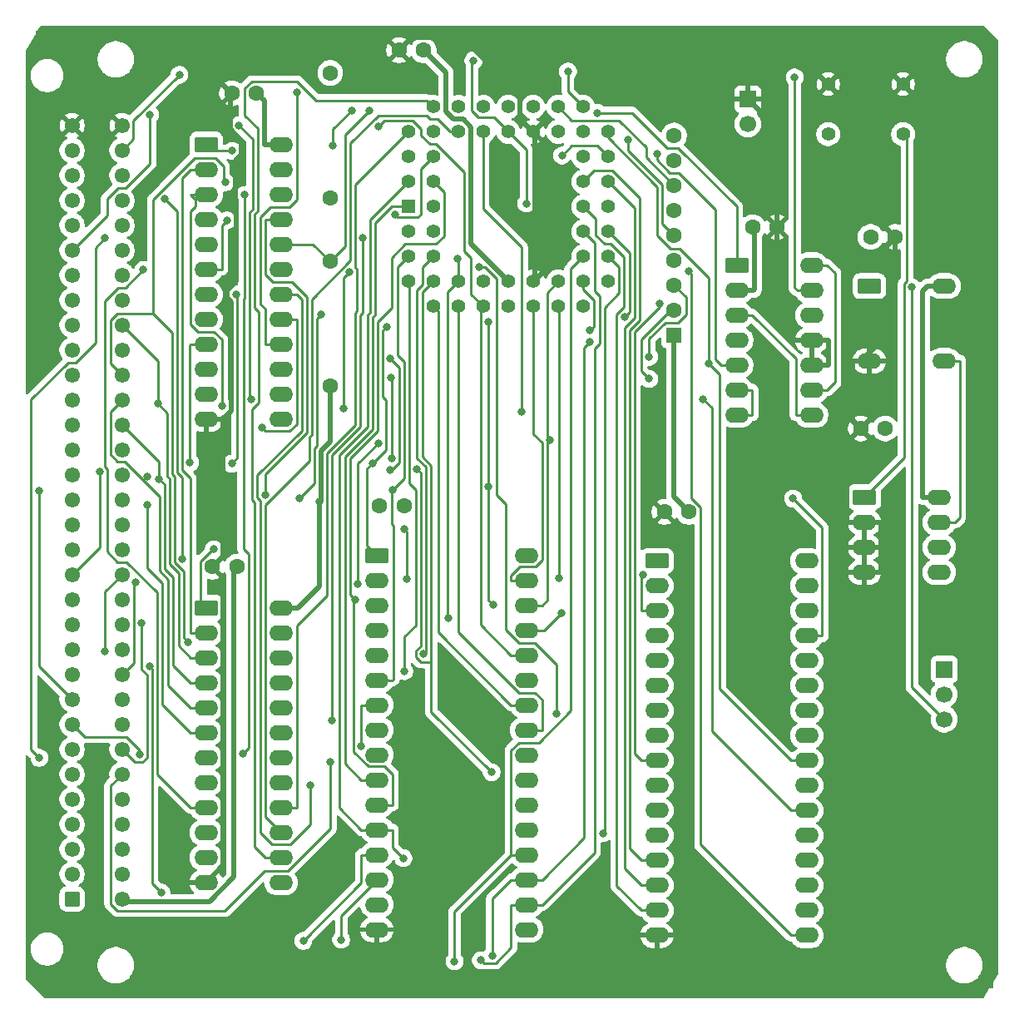
<source format=gbl>
G04 #@! TF.GenerationSoftware,KiCad,Pcbnew,9.0.5*
G04 #@! TF.CreationDate,2025-10-15T15:43:06+11:00*
G04 #@! TF.ProjectId,MECB_68008_CPU,4d454342-5f36-4383-9030-385f4350552e,1.0*
G04 #@! TF.SameCoordinates,Original*
G04 #@! TF.FileFunction,Copper,L2,Bot*
G04 #@! TF.FilePolarity,Positive*
%FSLAX46Y46*%
G04 Gerber Fmt 4.6, Leading zero omitted, Abs format (unit mm)*
G04 Created by KiCad (PCBNEW 9.0.5) date 2025-10-15 15:43:06*
%MOMM*%
%LPD*%
G01*
G04 APERTURE LIST*
G04 Aperture macros list*
%AMRoundRect*
0 Rectangle with rounded corners*
0 $1 Rounding radius*
0 $2 $3 $4 $5 $6 $7 $8 $9 X,Y pos of 4 corners*
0 Add a 4 corners polygon primitive as box body*
4,1,4,$2,$3,$4,$5,$6,$7,$8,$9,$2,$3,0*
0 Add four circle primitives for the rounded corners*
1,1,$1+$1,$2,$3*
1,1,$1+$1,$4,$5*
1,1,$1+$1,$6,$7*
1,1,$1+$1,$8,$9*
0 Add four rect primitives between the rounded corners*
20,1,$1+$1,$2,$3,$4,$5,0*
20,1,$1+$1,$4,$5,$6,$7,0*
20,1,$1+$1,$6,$7,$8,$9,0*
20,1,$1+$1,$8,$9,$2,$3,0*%
G04 Aperture macros list end*
G04 #@! TA.AperFunction,ComponentPad*
%ADD10RoundRect,0.249550X0.525450X-0.525450X0.525450X0.525450X-0.525450X0.525450X-0.525450X-0.525450X0*%
G04 #@! TD*
G04 #@! TA.AperFunction,ComponentPad*
%ADD11C,1.550000*%
G04 #@! TD*
G04 #@! TA.AperFunction,ComponentPad*
%ADD12C,1.397000*%
G04 #@! TD*
G04 #@! TA.AperFunction,ComponentPad*
%ADD13C,1.600000*%
G04 #@! TD*
G04 #@! TA.AperFunction,ComponentPad*
%ADD14R,1.600000X1.600000*%
G04 #@! TD*
G04 #@! TA.AperFunction,ComponentPad*
%ADD15RoundRect,0.250000X-0.950000X-0.550000X0.950000X-0.550000X0.950000X0.550000X-0.950000X0.550000X0*%
G04 #@! TD*
G04 #@! TA.AperFunction,ComponentPad*
%ADD16O,2.400000X1.600000*%
G04 #@! TD*
G04 #@! TA.AperFunction,ComponentPad*
%ADD17R,1.700000X1.700000*%
G04 #@! TD*
G04 #@! TA.AperFunction,ComponentPad*
%ADD18C,1.700000*%
G04 #@! TD*
G04 #@! TA.AperFunction,ComponentPad*
%ADD19R,1.422400X1.422400*%
G04 #@! TD*
G04 #@! TA.AperFunction,ComponentPad*
%ADD20C,1.422400*%
G04 #@! TD*
G04 #@! TA.AperFunction,ViaPad*
%ADD21C,0.800000*%
G04 #@! TD*
G04 #@! TA.AperFunction,Conductor*
%ADD22C,0.508000*%
G04 #@! TD*
G04 #@! TA.AperFunction,Conductor*
%ADD23C,0.254000*%
G04 #@! TD*
G04 APERTURE END LIST*
D10*
X101727000Y-135890000D03*
D11*
X101727000Y-133350000D03*
X101727000Y-130810000D03*
X101727000Y-128270000D03*
X101727000Y-125730000D03*
X101727000Y-123190000D03*
X101727000Y-120650000D03*
X101727000Y-118110000D03*
X101727000Y-115570000D03*
X101727000Y-113030000D03*
X101727000Y-110490000D03*
X101727000Y-107950000D03*
X101727000Y-105410000D03*
X101727000Y-102870000D03*
X101727000Y-100330000D03*
X101727000Y-97790000D03*
X101727000Y-95250000D03*
X101727000Y-92710000D03*
X101727000Y-90170000D03*
X101727000Y-87630000D03*
X101727000Y-85090000D03*
X101727000Y-82550000D03*
X101727000Y-80010000D03*
X101727000Y-77470000D03*
X101727000Y-74930000D03*
X101727000Y-72390000D03*
X101727000Y-69850000D03*
X101727000Y-67310000D03*
X101727000Y-64770000D03*
X101727000Y-62230000D03*
X101727000Y-59690000D03*
X101727000Y-57150000D03*
X106807000Y-135890000D03*
X106807000Y-133350000D03*
X106807000Y-130810000D03*
X106807000Y-128270000D03*
X106807000Y-125730000D03*
X106807000Y-123190000D03*
X106807000Y-120650000D03*
X106807000Y-118110000D03*
X106807000Y-115570000D03*
X106807000Y-113030000D03*
X106807000Y-110490000D03*
X106807000Y-107950000D03*
X106807000Y-105410000D03*
X106807000Y-102870000D03*
X106807000Y-100330000D03*
X106807000Y-97790000D03*
X106807000Y-95250000D03*
X106807000Y-92710000D03*
X106807000Y-90170000D03*
X106807000Y-87630000D03*
X106807000Y-85090000D03*
X106807000Y-82550000D03*
X106807000Y-80010000D03*
X106807000Y-77470000D03*
X106807000Y-74930000D03*
X106807000Y-72390000D03*
X106807000Y-69850000D03*
X106807000Y-67310000D03*
X106807000Y-64770000D03*
X106807000Y-62230000D03*
X106807000Y-59690000D03*
X106807000Y-57150000D03*
D12*
X178690000Y-52960000D03*
X186310000Y-52960000D03*
X178690000Y-58040000D03*
X186310000Y-58040000D03*
D13*
X183000000Y-68500000D03*
X185500000Y-68500000D03*
X128000000Y-83700000D03*
X128000000Y-71000000D03*
D14*
X163000000Y-78500000D03*
D13*
X163000000Y-75960000D03*
X163000000Y-73420000D03*
X163000000Y-70880000D03*
X163000000Y-68340000D03*
X163000000Y-65800000D03*
X163000000Y-63260000D03*
X163000000Y-60720000D03*
X163000000Y-58180000D03*
X182000000Y-88000000D03*
X184500000Y-88000000D03*
D15*
X161260000Y-101480000D03*
D16*
X161260000Y-104020000D03*
X161260000Y-106560000D03*
X161260000Y-109100000D03*
X161260000Y-111640000D03*
X161260000Y-114180000D03*
X161260000Y-116720000D03*
X161260000Y-119260000D03*
X161260000Y-121800000D03*
X161260000Y-124340000D03*
X161260000Y-126880000D03*
X161260000Y-129420000D03*
X161260000Y-131960000D03*
X161260000Y-134500000D03*
X161260000Y-137040000D03*
X161260000Y-139580000D03*
X176500000Y-139580000D03*
X176500000Y-137040000D03*
X176500000Y-134500000D03*
X176500000Y-131960000D03*
X176500000Y-129420000D03*
X176500000Y-126880000D03*
X176500000Y-124340000D03*
X176500000Y-121800000D03*
X176500000Y-119260000D03*
X176500000Y-116720000D03*
X176500000Y-114180000D03*
X176500000Y-111640000D03*
X176500000Y-109100000D03*
X176500000Y-106560000D03*
X176500000Y-104020000D03*
X176500000Y-101480000D03*
D13*
X162010000Y-96480000D03*
X164510000Y-96480000D03*
X135000000Y-49500000D03*
X137500000Y-49500000D03*
D15*
X115380000Y-106260000D03*
D16*
X115380000Y-108800000D03*
X115380000Y-111340000D03*
X115380000Y-113880000D03*
X115380000Y-116420000D03*
X115380000Y-118960000D03*
X115380000Y-121500000D03*
X115380000Y-124040000D03*
X115380000Y-126580000D03*
X115380000Y-129120000D03*
X115380000Y-131660000D03*
X115380000Y-134200000D03*
X123000000Y-134200000D03*
X123000000Y-131660000D03*
X123000000Y-129120000D03*
X123000000Y-126580000D03*
X123000000Y-124040000D03*
X123000000Y-121500000D03*
X123000000Y-118960000D03*
X123000000Y-116420000D03*
X123000000Y-113880000D03*
X123000000Y-111340000D03*
X123000000Y-108800000D03*
X123000000Y-106260000D03*
D17*
X170500000Y-54460000D03*
D18*
X170500000Y-57000000D03*
D13*
X171000000Y-67500000D03*
X173500000Y-67500000D03*
D15*
X182380000Y-95000000D03*
D16*
X182380000Y-97540000D03*
X182380000Y-100080000D03*
X182380000Y-102620000D03*
X190000000Y-102620000D03*
X190000000Y-100080000D03*
X190000000Y-97540000D03*
X190000000Y-95000000D03*
D15*
X182880000Y-73500000D03*
D16*
X182880000Y-81120000D03*
X190500000Y-81120000D03*
X190500000Y-73500000D03*
D13*
X116000000Y-102080000D03*
X118500000Y-102080000D03*
X118000000Y-53880000D03*
X120500000Y-53880000D03*
X128000000Y-51800000D03*
X128000000Y-64500000D03*
X133000000Y-95900000D03*
X135500000Y-95900000D03*
D15*
X115380000Y-59100000D03*
D16*
X115380000Y-61640000D03*
X115380000Y-64180000D03*
X115380000Y-66720000D03*
X115380000Y-69260000D03*
X115380000Y-71800000D03*
X115380000Y-74340000D03*
X115380000Y-76880000D03*
X115380000Y-79420000D03*
X115380000Y-81960000D03*
X115380000Y-84500000D03*
X115380000Y-87040000D03*
X123000000Y-87040000D03*
X123000000Y-84500000D03*
X123000000Y-81960000D03*
X123000000Y-79420000D03*
X123000000Y-76880000D03*
X123000000Y-74340000D03*
X123000000Y-71800000D03*
X123000000Y-69260000D03*
X123000000Y-66720000D03*
X123000000Y-64180000D03*
X123000000Y-61640000D03*
X123000000Y-59100000D03*
D15*
X132760000Y-100900000D03*
D16*
X132760000Y-103440000D03*
X132760000Y-105980000D03*
X132760000Y-108520000D03*
X132760000Y-111060000D03*
X132760000Y-113600000D03*
X132760000Y-116140000D03*
X132760000Y-118680000D03*
X132760000Y-121220000D03*
X132760000Y-123760000D03*
X132760000Y-126300000D03*
X132760000Y-128840000D03*
X132760000Y-131380000D03*
X132760000Y-133920000D03*
X132760000Y-136460000D03*
X132760000Y-139000000D03*
X148000000Y-139000000D03*
X148000000Y-136460000D03*
X148000000Y-133920000D03*
X148000000Y-131380000D03*
X148000000Y-128840000D03*
X148000000Y-126300000D03*
X148000000Y-123760000D03*
X148000000Y-121220000D03*
X148000000Y-118680000D03*
X148000000Y-116140000D03*
X148000000Y-113600000D03*
X148000000Y-111060000D03*
X148000000Y-108520000D03*
X148000000Y-105980000D03*
X148000000Y-103440000D03*
X148000000Y-100900000D03*
D15*
X169380000Y-71380000D03*
D16*
X169380000Y-73920000D03*
X169380000Y-76460000D03*
X169380000Y-79000000D03*
X169380000Y-81540000D03*
X169380000Y-84080000D03*
X169380000Y-86620000D03*
X177000000Y-86620000D03*
X177000000Y-84080000D03*
X177000000Y-81540000D03*
X177000000Y-79000000D03*
X177000000Y-76460000D03*
X177000000Y-73920000D03*
X177000000Y-71380000D03*
D19*
X135960000Y-65420000D03*
D20*
X138500000Y-65420000D03*
X135960000Y-67960000D03*
X138500000Y-67960000D03*
X135960000Y-70500000D03*
X138500000Y-70500000D03*
X135960000Y-73040000D03*
X138500000Y-75580000D03*
X138500000Y-73040000D03*
X141040000Y-75580000D03*
X141040000Y-73040000D03*
X143580000Y-75580000D03*
X143580000Y-73040000D03*
X146120000Y-75580000D03*
X146120000Y-73040000D03*
X148660000Y-75580000D03*
X148660000Y-73040000D03*
X151200000Y-75580000D03*
X151200000Y-73040000D03*
X153740000Y-75580000D03*
X156280000Y-73040000D03*
X153740000Y-73040000D03*
X156280000Y-70500000D03*
X153740000Y-70500000D03*
X156280000Y-67960000D03*
X153740000Y-67960000D03*
X156280000Y-65420000D03*
X153740000Y-65420000D03*
X156280000Y-62880000D03*
X153740000Y-62880000D03*
X156280000Y-60340000D03*
X153740000Y-60340000D03*
X156280000Y-57800000D03*
X153740000Y-55260000D03*
X153740000Y-57800000D03*
X151200000Y-55260000D03*
X151200000Y-57800000D03*
X148660000Y-55260000D03*
X148660000Y-57800000D03*
X146120000Y-55260000D03*
X146120000Y-57800000D03*
X143580000Y-55260000D03*
X143580000Y-57800000D03*
X141040000Y-55260000D03*
X141040000Y-57800000D03*
X138500000Y-55260000D03*
X135960000Y-57800000D03*
X138500000Y-57800000D03*
X135960000Y-60340000D03*
X138500000Y-60340000D03*
X135960000Y-62880000D03*
X138500000Y-62880000D03*
D17*
X190500000Y-112500000D03*
D18*
X190500000Y-115040000D03*
X190500000Y-117580000D03*
D21*
X126902100Y-95404600D03*
X124610600Y-53750300D03*
X147961500Y-65090100D03*
X142583600Y-50546300D03*
X112645300Y-51991000D03*
X118719900Y-57151800D03*
X119961200Y-85051800D03*
X155200500Y-55863900D03*
X144507500Y-141625200D03*
X157933800Y-76682800D03*
X154445200Y-79222400D03*
X140660500Y-142218100D03*
X113565200Y-109748000D03*
X151582500Y-106742500D03*
X117314100Y-62929000D03*
X109392500Y-92859800D03*
X160465700Y-82943100D03*
X134215400Y-82846300D03*
X134238900Y-91056100D03*
X164522400Y-72022700D03*
X143345800Y-142123200D03*
X144127000Y-93923100D03*
X144599400Y-105978000D03*
X175113100Y-95126800D03*
X144127000Y-77108100D03*
X175268600Y-52264600D03*
X109661800Y-56083200D03*
X125272500Y-140142900D03*
X155735400Y-129193500D03*
X135451500Y-131737300D03*
X144437200Y-122989800D03*
X136823800Y-92138100D03*
X130507100Y-105428900D03*
X108766500Y-107834900D03*
X110824700Y-135232200D03*
X109611600Y-112239100D03*
X105073000Y-110678800D03*
X129119500Y-140026300D03*
X110582600Y-93135800D03*
X160467700Y-80688400D03*
X134068200Y-92209500D03*
X134138500Y-80916300D03*
X159816600Y-102882000D03*
X108574000Y-121157500D03*
X131136500Y-120347500D03*
X151040400Y-117026700D03*
X143126000Y-71587900D03*
X124906200Y-95109300D03*
X127045800Y-76426800D03*
X98398500Y-94322000D03*
X134332400Y-94252500D03*
X132880300Y-57249600D03*
X161541900Y-75321100D03*
X128010700Y-121919100D03*
X135542400Y-112691200D03*
X137482200Y-110947900D03*
X128130700Y-117742500D03*
X131323700Y-68633800D03*
X140024900Y-107326500D03*
X140922800Y-70694300D03*
X133741100Y-77617800D03*
X132289500Y-91557400D03*
X131981400Y-55604400D03*
X152201500Y-51665700D03*
X110456200Y-85485600D03*
X166527000Y-81397900D03*
X154445200Y-78034100D03*
X151310500Y-103227500D03*
X135503900Y-98229600D03*
X108176200Y-103612400D03*
X135788900Y-103320400D03*
X161237500Y-60057400D03*
X109394000Y-95807500D03*
X121363100Y-94728600D03*
X187197100Y-73596000D03*
X147482000Y-86271300D03*
X129352200Y-85968300D03*
X129941500Y-72099400D03*
X165967800Y-85044300D03*
X125952900Y-124337700D03*
X116149700Y-100286500D03*
X118043200Y-59731700D03*
X112962500Y-101310000D03*
X111180300Y-64607000D03*
X151592700Y-60215700D03*
X104525200Y-92426100D03*
X113714500Y-91477500D03*
X105074500Y-68612400D03*
X98398500Y-121525500D03*
X130184900Y-55604400D03*
X128294100Y-59181300D03*
X108985600Y-71851400D03*
X117489400Y-66819100D03*
X134566700Y-66234300D03*
X117974700Y-91567300D03*
X118432200Y-74339900D03*
X119272400Y-64218400D03*
X119128000Y-121122500D03*
X132900900Y-89489800D03*
X130838600Y-103827100D03*
X150354400Y-89132300D03*
X158286400Y-58628600D03*
X116962700Y-85702900D03*
X121102500Y-87940400D03*
D22*
X116000000Y-102080000D02*
X117059400Y-101020600D01*
X117810200Y-54069800D02*
X117810200Y-57528400D01*
X182000000Y-88000000D02*
X180582700Y-89417300D01*
X182880000Y-81120000D02*
X182025200Y-81120000D01*
X136340800Y-48159200D02*
X135000000Y-49500000D01*
X173500000Y-77209700D02*
X173500000Y-67500000D01*
X148660000Y-57800000D02*
X147340900Y-56480900D01*
X177000000Y-81540000D02*
X178709700Y-81540000D01*
X118000000Y-53880000D02*
X117810200Y-54069800D01*
X118952900Y-60108500D02*
X118362700Y-60698700D01*
X117886400Y-86181000D02*
X117027400Y-87040000D01*
X184089700Y-102620000D02*
X184089700Y-100080000D01*
X117522300Y-74716400D02*
X117886400Y-75080500D01*
X117113500Y-103193500D02*
X117113500Y-132466500D01*
X175290300Y-79000000D02*
X173500000Y-77209700D01*
X184089700Y-97540000D02*
X184089700Y-100080000D01*
X180582700Y-89417300D02*
X180582700Y-97452400D01*
X181170300Y-87170300D02*
X181170300Y-81120000D01*
X117886400Y-75080500D02*
X117886400Y-86181000D01*
X182000000Y-88000000D02*
X181170300Y-87170300D01*
X118362700Y-64595100D02*
X118447800Y-64680200D01*
X180582700Y-97452400D02*
X180670300Y-97540000D01*
X148660000Y-73040000D02*
X148871200Y-72828800D01*
X118362700Y-60698700D02*
X118362700Y-64595100D01*
X182025200Y-81120000D02*
X181170300Y-81120000D01*
X116000000Y-102080000D02*
X117113500Y-103193500D01*
X182380000Y-102620000D02*
X184089700Y-102620000D01*
X118447800Y-64680200D02*
X118447800Y-73037500D01*
X117522300Y-73963000D02*
X117522300Y-74716400D01*
X178709700Y-79000000D02*
X178709700Y-81540000D01*
X118952900Y-58671100D02*
X118952900Y-60108500D01*
X173500000Y-67500000D02*
X173500000Y-57460000D01*
X185500000Y-77645200D02*
X185500000Y-68500000D01*
X117059400Y-101020600D02*
X117059400Y-87201000D01*
X147340900Y-56480900D02*
X147340900Y-54017100D01*
X173500000Y-57460000D02*
X170500000Y-54460000D01*
X177000000Y-79000000D02*
X175290300Y-79000000D01*
X118447800Y-73037500D02*
X117522300Y-73963000D01*
X182025200Y-81120000D02*
X185500000Y-77645200D01*
X182380000Y-97540000D02*
X180670300Y-97540000D01*
X115380000Y-87040000D02*
X116898400Y-87040000D01*
X117810200Y-57528400D02*
X118952900Y-58671100D01*
X117027400Y-87040000D02*
X116898400Y-87040000D01*
X182380000Y-100080000D02*
X184089700Y-100080000D01*
X148871200Y-58011200D02*
X148660000Y-57800000D01*
X148871200Y-72828800D02*
X148871200Y-58011200D01*
X182380000Y-97540000D02*
X184089700Y-97540000D01*
X117059400Y-87201000D02*
X116898400Y-87040000D01*
X117113500Y-132466500D02*
X115380000Y-134200000D01*
X177000000Y-79000000D02*
X178709700Y-79000000D01*
X147340900Y-54017100D02*
X141483000Y-48159200D01*
X141483000Y-48159200D02*
X136340800Y-48159200D01*
X171089700Y-73920000D02*
X171149000Y-73860700D01*
X171149000Y-67649000D02*
X171000000Y-67500000D01*
X106807000Y-135890000D02*
X107058900Y-136141900D01*
X140548400Y-56528500D02*
X139770000Y-55750100D01*
X163000000Y-78500000D02*
X163000000Y-79809700D01*
X190000000Y-95000000D02*
X188290300Y-95000000D01*
X120500000Y-53880000D02*
X121290300Y-54670300D01*
X128000000Y-89301500D02*
X127048200Y-90253300D01*
X123000000Y-106260000D02*
X124709700Y-106260000D01*
X139770000Y-55750100D02*
X139770000Y-51770000D01*
X127048200Y-95258500D02*
X126902100Y-95404600D01*
X141528600Y-56528500D02*
X140548400Y-56528500D01*
X190500000Y-73500000D02*
X188790300Y-73500000D01*
X142310000Y-69230000D02*
X142310000Y-57309900D01*
X146120000Y-73040000D02*
X142310000Y-69230000D01*
X123000000Y-59100000D02*
X121290300Y-59100000D01*
X163000000Y-94970000D02*
X164510000Y-96480000D01*
X118218300Y-102361700D02*
X118500000Y-102080000D01*
X169380000Y-73920000D02*
X171089700Y-73920000D01*
X107058900Y-136141900D02*
X115736200Y-136141900D01*
X188290300Y-74000000D02*
X188790300Y-73500000D01*
X126902100Y-104067600D02*
X124709700Y-106260000D01*
X121290300Y-54670300D02*
X121290300Y-59100000D01*
X127048200Y-90253300D02*
X127048200Y-95258500D01*
X142310000Y-57309900D02*
X141528600Y-56528500D01*
X115736200Y-136141900D02*
X118218300Y-133659800D01*
X163000000Y-79809700D02*
X163000000Y-94970000D01*
X171149000Y-73860700D02*
X171149000Y-67649000D01*
X128000000Y-83700000D02*
X128000000Y-89301500D01*
X126902100Y-95404600D02*
X126902100Y-104067600D01*
X118218300Y-133659800D02*
X118218300Y-102361700D01*
X188290300Y-95000000D02*
X188290300Y-74000000D01*
X139770000Y-51770000D02*
X137500000Y-49500000D01*
D23*
X124610600Y-64716600D02*
X124610600Y-53750300D01*
X107964700Y-58532300D02*
X107964700Y-56671600D01*
X121417300Y-79420000D02*
X121417300Y-75847600D01*
X120870900Y-66471100D02*
X121892000Y-65450000D01*
X106807000Y-59690000D02*
X107964700Y-58532300D01*
X123000000Y-79420000D02*
X121417300Y-79420000D01*
X121892000Y-65450000D02*
X123877200Y-65450000D01*
X120870900Y-75301200D02*
X120870900Y-66471100D01*
X146120000Y-57800000D02*
X147961500Y-59641500D01*
X142409100Y-50720800D02*
X142409100Y-55661700D01*
X142583600Y-50546300D02*
X142409100Y-50720800D01*
X123877200Y-65450000D02*
X124610600Y-64716600D01*
X143101300Y-56353900D02*
X144673900Y-56353900D01*
X107964700Y-56671600D02*
X112645300Y-51991000D01*
X121417300Y-75847600D02*
X120870900Y-75301200D01*
X147961500Y-59641500D02*
X147961500Y-65090100D01*
X142409100Y-55661700D02*
X143101300Y-56353900D01*
X144673900Y-56353900D02*
X146120000Y-57800000D01*
X119783700Y-84874300D02*
X119961200Y-85051800D01*
X120088600Y-58520500D02*
X120088600Y-65679500D01*
X119783700Y-65984400D02*
X119783700Y-84874300D01*
X118719900Y-57151800D02*
X120088600Y-58520500D01*
X120088600Y-65679500D02*
X119783700Y-65984400D01*
X163415200Y-59450000D02*
X162306300Y-59450000D01*
X169380000Y-71380000D02*
X169380000Y-65414800D01*
X190500000Y-81120000D02*
X192082700Y-81120000D01*
X191582700Y-97540000D02*
X192082700Y-97040000D01*
X192082700Y-97040000D02*
X192082700Y-81120000D01*
X190000000Y-97540000D02*
X191582700Y-97540000D01*
X169380000Y-65414800D02*
X163415200Y-59450000D01*
X158720200Y-55863900D02*
X155200500Y-55863900D01*
X162306300Y-59450000D02*
X158720200Y-55863900D01*
X153861000Y-79806600D02*
X153861000Y-129641700D01*
X158454800Y-70134800D02*
X158454800Y-76161800D01*
X158454800Y-76161800D02*
X157933800Y-76682800D01*
X153861000Y-129641700D02*
X149582700Y-133920000D01*
X148000000Y-133920000D02*
X149582700Y-133920000D01*
X154445200Y-79222400D02*
X153861000Y-79806600D01*
X144507500Y-135829800D02*
X144507500Y-141625200D01*
X156280000Y-67960000D02*
X158454800Y-70134800D01*
X146417300Y-133920000D02*
X144507500Y-135829800D01*
X148000000Y-133920000D02*
X146417300Y-133920000D01*
X149224000Y-119950000D02*
X147187600Y-119950000D01*
X147187600Y-119950000D02*
X146417300Y-120720300D01*
X148000000Y-131380000D02*
X146417300Y-131380000D01*
X146417300Y-120720300D02*
X146417300Y-131380000D01*
X140660500Y-137136800D02*
X146417300Y-131380000D01*
X152470000Y-71770000D02*
X152470000Y-116704000D01*
X153740000Y-70500000D02*
X152470000Y-71770000D01*
X152470000Y-116704000D02*
X149224000Y-119950000D01*
X140660500Y-142218100D02*
X140660500Y-137136800D01*
X112159300Y-92897500D02*
X112159300Y-101613500D01*
X113079000Y-109261800D02*
X113565200Y-109748000D01*
X110007200Y-64672800D02*
X114222700Y-60457300D01*
X116298000Y-60457300D02*
X117136000Y-61295300D01*
X110007200Y-76311200D02*
X111912400Y-78216400D01*
X111912400Y-92650600D02*
X112159300Y-92897500D01*
X149805000Y-108520000D02*
X148000000Y-108520000D01*
X106310600Y-76311200D02*
X110007200Y-76311200D01*
X112159300Y-101613500D02*
X113079000Y-102533200D01*
X113079000Y-102533200D02*
X113079000Y-109261800D01*
X105610400Y-81353400D02*
X105610400Y-77011400D01*
X110007200Y-76311200D02*
X110007200Y-64672800D01*
X111912400Y-78216400D02*
X111912400Y-92650600D01*
X117136100Y-62751000D02*
X117314100Y-62929000D01*
X117136000Y-61295300D02*
X117136000Y-62751000D01*
X117136000Y-62751000D02*
X117136100Y-62751000D01*
X105610400Y-77011400D02*
X106310600Y-76311200D01*
X151582500Y-106742500D02*
X149805000Y-108520000D01*
X114222700Y-60457300D02*
X116298000Y-60457300D01*
X106807000Y-82550000D02*
X105610400Y-81353400D01*
X110630200Y-102503600D02*
X110630200Y-94891100D01*
X134238900Y-82869800D02*
X134215400Y-82846300D01*
X111491600Y-103365000D02*
X110630200Y-102503600D01*
X113797300Y-116420000D02*
X111491600Y-114114300D01*
X107079100Y-91340000D02*
X106311500Y-91340000D01*
X160465700Y-82943100D02*
X159653700Y-82131100D01*
X105611900Y-90640400D02*
X105611900Y-86285100D01*
X134238900Y-82869800D02*
X134215400Y-82846300D01*
X108995700Y-93256600D02*
X109392500Y-92859800D01*
X106311500Y-91340000D02*
X105611900Y-90640400D01*
X108995700Y-93256600D02*
X107079100Y-91340000D01*
X162641200Y-75960000D02*
X163000000Y-75960000D01*
X134238900Y-91056100D02*
X134238900Y-82869800D01*
X134215400Y-82846300D02*
X134238900Y-82869800D01*
X110630200Y-94891100D02*
X108995700Y-93256600D01*
X159653700Y-82131100D02*
X159653700Y-78947500D01*
X111491600Y-114114300D02*
X111491600Y-103365000D01*
X105611900Y-86285100D02*
X106807000Y-85090000D01*
X115380000Y-116420000D02*
X113797300Y-116420000D01*
X159653700Y-78947500D02*
X162641200Y-75960000D01*
X165692700Y-130355400D02*
X174917300Y-139580000D01*
X164776800Y-95074200D02*
X165692700Y-95990100D01*
X176500000Y-139580000D02*
X174917300Y-139580000D01*
X164776800Y-72277100D02*
X164776800Y-95074200D01*
X165692700Y-95990100D02*
X165692700Y-130355400D01*
X164522400Y-72022700D02*
X164776800Y-72277100D01*
X143646600Y-142424000D02*
X143345800Y-142123200D01*
X148000000Y-136460000D02*
X149582700Y-136460000D01*
X148000000Y-136460000D02*
X146417300Y-136460000D01*
X154892400Y-131150300D02*
X154892400Y-79882100D01*
X154892400Y-74020800D02*
X154892400Y-69112400D01*
X154892400Y-69112400D02*
X153740000Y-67960000D01*
X155402100Y-74530500D02*
X154892400Y-74020800D01*
X155402100Y-79372400D02*
X155402100Y-74530500D01*
X146417300Y-140830300D02*
X144823600Y-142424000D01*
X146417300Y-136460000D02*
X146417300Y-140830300D01*
X144823600Y-142424000D02*
X143646600Y-142424000D01*
X149582700Y-136460000D02*
X154892400Y-131150300D01*
X154892400Y-79882100D02*
X155402100Y-79372400D01*
X134264200Y-65420000D02*
X135960000Y-65420000D01*
X131177300Y-123760000D02*
X129512700Y-122095400D01*
X129512700Y-90851600D02*
X132297500Y-88066800D01*
X132616100Y-76369800D02*
X132616100Y-67068100D01*
X132616100Y-67068100D02*
X134264200Y-65420000D01*
X129512700Y-122095400D02*
X129512700Y-90851600D01*
X132760000Y-123760000D02*
X131177300Y-123760000D01*
X132297500Y-88066800D02*
X132297500Y-76688400D01*
X132297500Y-76688400D02*
X132616100Y-76369800D01*
X176500000Y-109100000D02*
X178082700Y-109100000D01*
X144127000Y-93923100D02*
X144127000Y-77108100D01*
X144127000Y-93923100D02*
X144127000Y-105505600D01*
X178082700Y-98096400D02*
X175113100Y-95126800D01*
X144127000Y-105505600D02*
X144599400Y-105978000D01*
X178082700Y-109100000D02*
X178082700Y-98096400D01*
X177000000Y-73920000D02*
X175545200Y-73920000D01*
X109661800Y-61024400D02*
X107186200Y-63500000D01*
X105277200Y-66299800D02*
X101727000Y-69850000D01*
X107186200Y-63500000D02*
X106409300Y-63500000D01*
X175545200Y-73920000D02*
X175268600Y-73643400D01*
X175268600Y-73643400D02*
X175268600Y-52264600D01*
X106409300Y-63500000D02*
X105277200Y-64632100D01*
X105277200Y-64632100D02*
X105277200Y-66299800D01*
X109661800Y-56083200D02*
X109661800Y-61024400D01*
X158474100Y-130756800D02*
X159677300Y-131960000D01*
X159494800Y-76949500D02*
X158474100Y-77970200D01*
X161260000Y-131960000D02*
X159677300Y-131960000D01*
X153740000Y-62880000D02*
X154879700Y-61740300D01*
X131177300Y-131380000D02*
X131177300Y-134238100D01*
X131177300Y-134238100D02*
X125272500Y-140142900D01*
X158474100Y-77970200D02*
X158474100Y-130756800D01*
X159494800Y-64534700D02*
X159494800Y-76949500D01*
X156700400Y-61740300D02*
X159494800Y-64534700D01*
X132760000Y-131380000D02*
X131177300Y-131380000D01*
X154879700Y-61740300D02*
X156700400Y-61740300D01*
X155911800Y-129017100D02*
X155911800Y-75674900D01*
X157380000Y-74206700D02*
X157380000Y-71600000D01*
X157380000Y-71600000D02*
X156280000Y-70500000D01*
X155735400Y-129193500D02*
X155911800Y-129017100D01*
X155911800Y-75674900D02*
X157380000Y-74206700D01*
X157889700Y-75620100D02*
X157151100Y-76358700D01*
X157151100Y-76358700D02*
X157151100Y-134513800D01*
X156564800Y-69230000D02*
X157889700Y-70554900D01*
X155010000Y-68303400D02*
X155936600Y-69230000D01*
X161260000Y-137040000D02*
X159677300Y-137040000D01*
X157151100Y-134513800D02*
X159677300Y-137040000D01*
X153740000Y-65420000D02*
X155010000Y-66690000D01*
X157889700Y-70554900D02*
X157889700Y-75620100D01*
X155010000Y-66690000D02*
X155010000Y-68303400D01*
X155936600Y-69230000D02*
X156564800Y-69230000D01*
X134342700Y-130628500D02*
X135451500Y-131737300D01*
X128948300Y-90695200D02*
X131787800Y-87855700D01*
X132106400Y-76158700D02*
X132106400Y-66733600D01*
X132760000Y-128840000D02*
X131177300Y-128840000D01*
X133174500Y-128840000D02*
X134342700Y-128840000D01*
X131177300Y-128840000D02*
X128948300Y-126611000D01*
X133174500Y-128840000D02*
X132760000Y-128840000D01*
X131787800Y-76477300D02*
X132106400Y-76158700D01*
X131787800Y-87855700D02*
X131787800Y-76477300D01*
X132106400Y-66733600D02*
X135960000Y-62880000D01*
X128948300Y-126611000D02*
X128948300Y-90695200D01*
X134342700Y-128840000D02*
X134342700Y-130628500D01*
X137192400Y-92506700D02*
X136823800Y-92138100D01*
X137192400Y-111764800D02*
X136699500Y-111271900D01*
X138274600Y-111764800D02*
X137192400Y-111764800D01*
X138274600Y-116827200D02*
X138274600Y-111764800D01*
X137403100Y-74136900D02*
X138500000Y-73040000D01*
X137192400Y-110130900D02*
X137192400Y-92506700D01*
X138274600Y-111764800D02*
X138274600Y-91761200D01*
X138274600Y-91761200D02*
X137403100Y-90889700D01*
X136699500Y-110623800D02*
X137192400Y-110130900D01*
X144437200Y-122989800D02*
X138274600Y-116827200D01*
X137403100Y-90889700D02*
X137403100Y-74136900D01*
X136699500Y-111271900D02*
X136699500Y-110623800D01*
X139604000Y-68407400D02*
X139604000Y-63984000D01*
X134281500Y-70602800D02*
X135654300Y-69230000D01*
X130038700Y-104960500D02*
X130038700Y-91046400D01*
X130038700Y-91046400D02*
X132846100Y-88239000D01*
X134281500Y-75679400D02*
X134281500Y-70602800D01*
X133538900Y-122402700D02*
X131870100Y-122402700D01*
X132760000Y-126300000D02*
X134342700Y-126300000D01*
X109356700Y-121520000D02*
X108908200Y-121968500D01*
X132846100Y-77114800D02*
X134281500Y-75679400D01*
X139604000Y-63984000D02*
X138500000Y-62880000D01*
X130507100Y-105428900D02*
X130038700Y-104960500D01*
X109356700Y-113090900D02*
X109356700Y-121520000D01*
X134342700Y-123206500D02*
X133538900Y-122402700D01*
X131870100Y-122402700D02*
X130353800Y-120886400D01*
X135654300Y-69230000D02*
X138781400Y-69230000D01*
X134342700Y-126300000D02*
X134342700Y-123206500D01*
X108766500Y-107834900D02*
X108766500Y-112500700D01*
X108908200Y-121968500D02*
X108125500Y-121968500D01*
X138781400Y-69230000D02*
X139604000Y-68407400D01*
X132846100Y-88239000D02*
X132846100Y-77114800D01*
X130353800Y-105582200D02*
X130507100Y-105428900D01*
X108125500Y-121968500D02*
X106807000Y-120650000D01*
X130353800Y-120886400D02*
X130353800Y-105582200D01*
X108766500Y-112500700D02*
X109356700Y-113090900D01*
X129119500Y-137560500D02*
X132760000Y-133920000D01*
X109866400Y-134273900D02*
X110824700Y-135232200D01*
X105073000Y-104604000D02*
X105073000Y-110678800D01*
X157964400Y-132787100D02*
X159677300Y-134500000D01*
X156280000Y-62880000D02*
X158985100Y-65585100D01*
X161260000Y-134500000D02*
X159677300Y-134500000D01*
X158985100Y-76738400D02*
X157964400Y-77759100D01*
X157964400Y-77759100D02*
X157964400Y-132787100D01*
X106807000Y-102870000D02*
X105073000Y-104604000D01*
X109866400Y-112493900D02*
X109866400Y-134273900D01*
X109611600Y-112239100D02*
X109866400Y-112493900D01*
X129119500Y-140026300D02*
X129119500Y-137560500D01*
X158985100Y-65585100D02*
X158985100Y-76738400D01*
X163401800Y-77231500D02*
X164205600Y-76427700D01*
X111139900Y-102292500D02*
X112001300Y-103153900D01*
X135021600Y-81799400D02*
X134138500Y-80916300D01*
X162095100Y-77231500D02*
X163401800Y-77231500D01*
X110582600Y-93135800D02*
X111139900Y-93693100D01*
X111139900Y-93693100D02*
X111139900Y-102292500D01*
X160467700Y-78858900D02*
X162095100Y-77231500D01*
X160467700Y-80688400D02*
X160467700Y-78858900D01*
X164205600Y-76427700D02*
X164205600Y-74625600D01*
X106807000Y-87630000D02*
X110582600Y-91405600D01*
X164205600Y-74625600D02*
X163000000Y-73420000D01*
X134306700Y-92209500D02*
X135021600Y-91494600D01*
X115380000Y-113880000D02*
X113797300Y-113880000D01*
X112001300Y-112084000D02*
X113797300Y-113880000D01*
X134068200Y-92209500D02*
X134306700Y-92209500D01*
X135021600Y-91494600D02*
X135021600Y-81799400D01*
X110582600Y-91405600D02*
X110582600Y-93135800D01*
X112001300Y-103153900D02*
X112001300Y-112084000D01*
X159677300Y-106560000D02*
X159677300Y-103021300D01*
X146417300Y-102941500D02*
X147276100Y-102082700D01*
X146417300Y-103440000D02*
X146417300Y-102941500D01*
X148000000Y-103440000D02*
X146417300Y-103440000D01*
X148889900Y-102082700D02*
X149582700Y-101389900D01*
X149582700Y-101389900D02*
X149582700Y-89467400D01*
X147276100Y-102082700D02*
X148889900Y-102082700D01*
X149582700Y-89467400D02*
X148660000Y-88544700D01*
X148660000Y-88544700D02*
X148660000Y-75580000D01*
X161260000Y-106560000D02*
X159677300Y-106560000D01*
X159677300Y-103021300D02*
X159816600Y-102882000D01*
X144909700Y-72776400D02*
X143721200Y-71587900D01*
X102997000Y-119380000D02*
X101727000Y-118110000D01*
X151040400Y-117026700D02*
X151040400Y-112011100D01*
X145866000Y-108462500D02*
X145866000Y-95675200D01*
X148819300Y-109790000D02*
X147193500Y-109790000D01*
X151040400Y-112011100D02*
X148819300Y-109790000D01*
X131177300Y-116140000D02*
X131177300Y-120306700D01*
X107234000Y-119380000D02*
X102997000Y-119380000D01*
X147193500Y-109790000D02*
X145866000Y-108462500D01*
X132760000Y-116140000D02*
X131177300Y-116140000D01*
X144909700Y-94718900D02*
X144909700Y-72776400D01*
X108574000Y-121157500D02*
X108574000Y-120720000D01*
X131177300Y-120306700D02*
X131136500Y-120347500D01*
X143721200Y-71587900D02*
X143126000Y-71587900D01*
X108574000Y-120720000D02*
X107234000Y-119380000D01*
X145866000Y-95675200D02*
X144909700Y-94718900D01*
X149582700Y-115621900D02*
X148830800Y-114870000D01*
X126621500Y-89779600D02*
X126411500Y-89989600D01*
X127045800Y-76426800D02*
X126621500Y-76851100D01*
X149582700Y-118680000D02*
X149582700Y-115621900D01*
X126411500Y-89989600D02*
X126411500Y-93604000D01*
X126621500Y-76851100D02*
X126621500Y-89779600D01*
X126411500Y-93604000D02*
X124906200Y-95109300D01*
X141040000Y-108713700D02*
X141040000Y-75580000D01*
X147196300Y-114870000D02*
X141040000Y-108713700D01*
X148000000Y-118680000D02*
X149582700Y-118680000D01*
X148830800Y-114870000D02*
X147196300Y-114870000D01*
X139009700Y-108732400D02*
X139009700Y-76089700D01*
X148000000Y-116140000D02*
X146417300Y-116140000D01*
X139009700Y-76089700D02*
X138500000Y-75580000D01*
X146417300Y-116140000D02*
X139009700Y-108732400D01*
X134332400Y-94252500D02*
X135531300Y-93053600D01*
X134271900Y-97699500D02*
X134271900Y-94313000D01*
X134271900Y-94313000D02*
X134332400Y-94252500D01*
X134437300Y-97864900D02*
X134271900Y-97699500D01*
X135531300Y-93053600D02*
X135531300Y-81202200D01*
X134342700Y-113600000D02*
X134437300Y-113505400D01*
X134866100Y-71593900D02*
X135960000Y-70500000D01*
X132760000Y-113600000D02*
X134342700Y-113600000D01*
X135531300Y-81202200D02*
X134866100Y-80537000D01*
X134437300Y-113505400D02*
X134437300Y-97864900D01*
X98398500Y-94322000D02*
X98398500Y-112241500D01*
X134866100Y-80537000D02*
X134866100Y-71593900D01*
X98398500Y-112241500D02*
X101727000Y-115570000D01*
X132880300Y-57249600D02*
X133474000Y-56655900D01*
X137230000Y-58143400D02*
X138156600Y-59070000D01*
X138779600Y-59070000D02*
X141646400Y-61936800D01*
X141646400Y-69932200D02*
X142343300Y-70629100D01*
X142343300Y-70629100D02*
X142343300Y-74343300D01*
X138156600Y-59070000D02*
X138779600Y-59070000D01*
X142343300Y-74343300D02*
X143580000Y-75580000D01*
X133474000Y-56655900D02*
X136398900Y-56655900D01*
X136398900Y-56655900D02*
X137230000Y-57487000D01*
X148000000Y-111060000D02*
X146417300Y-111060000D01*
X143344300Y-107987000D02*
X146417300Y-111060000D01*
X137230000Y-57487000D02*
X137230000Y-58143400D01*
X141646400Y-61936800D02*
X141646400Y-69932200D01*
X143344300Y-75815700D02*
X143344300Y-107987000D01*
X143580000Y-75580000D02*
X143344300Y-75815700D01*
X117285500Y-137080300D02*
X121349700Y-133016100D01*
X123723800Y-133016100D02*
X128010700Y-128729200D01*
X128010700Y-128729200D02*
X128010700Y-121919100D01*
X161260000Y-121800000D02*
X159677300Y-121800000D01*
X161541900Y-75321100D02*
X161541900Y-75623200D01*
X161541900Y-75623200D02*
X158983800Y-78181300D01*
X106807000Y-123190000D02*
X105649300Y-124347700D01*
X106345700Y-137080300D02*
X117285500Y-137080300D01*
X105649300Y-124347700D02*
X105649300Y-136383900D01*
X105649300Y-136383900D02*
X106345700Y-137080300D01*
X121349700Y-133016100D02*
X123723800Y-133016100D01*
X158983800Y-78181300D02*
X158983800Y-121106500D01*
X158983800Y-121106500D02*
X159677300Y-121800000D01*
X136041100Y-73121100D02*
X135960000Y-73040000D01*
X135542400Y-112691200D02*
X135542400Y-109170300D01*
X136041100Y-93615400D02*
X136041100Y-73121100D01*
X136682700Y-94257000D02*
X136041100Y-93615400D01*
X135542400Y-109170300D02*
X136682700Y-108030000D01*
X136682700Y-108030000D02*
X136682700Y-94257000D01*
X137406100Y-71593900D02*
X138500000Y-70500000D01*
X137708400Y-91915900D02*
X136829900Y-91037400D01*
X136829900Y-91037400D02*
X136829900Y-73909900D01*
X137708400Y-110721700D02*
X137708400Y-91915900D01*
X137482200Y-110947900D02*
X137708400Y-110721700D01*
X136829900Y-73909900D02*
X137406100Y-73333700D01*
X137406100Y-73333700D02*
X137406100Y-71593900D01*
X128194600Y-90728100D02*
X131087000Y-87835700D01*
X131323700Y-76220600D02*
X131323700Y-68633800D01*
X131087000Y-76457300D02*
X131323700Y-76220600D01*
X128130700Y-117742500D02*
X128194600Y-117678600D01*
X128194600Y-117678600D02*
X128194600Y-90728100D01*
X131087000Y-87835700D02*
X131087000Y-76457300D01*
X139941800Y-74138200D02*
X139941800Y-107243400D01*
X141040000Y-73040000D02*
X139941800Y-74138200D01*
X139941800Y-107243400D02*
X140024900Y-107326500D01*
X141040000Y-70811500D02*
X140922800Y-70694300D01*
X141040000Y-73040000D02*
X141040000Y-70811500D01*
X186414400Y-90965600D02*
X182380000Y-95000000D01*
X186688300Y-72998000D02*
X186414400Y-73271900D01*
X186414400Y-73271900D02*
X186414400Y-90965600D01*
X186310000Y-58040000D02*
X186688300Y-58418300D01*
X186688300Y-58418300D02*
X186688300Y-72998000D01*
X133686000Y-85099900D02*
X133355800Y-84769700D01*
X133355800Y-84769700D02*
X133355800Y-78003100D01*
X132289500Y-91557400D02*
X131754000Y-92092900D01*
X133686000Y-90160900D02*
X133686000Y-85099900D01*
X133355800Y-78003100D02*
X133741100Y-77617800D01*
X132289500Y-91557400D02*
X133686000Y-90160900D01*
X131754000Y-99894000D02*
X132760000Y-100900000D01*
X131754000Y-92092900D02*
X131754000Y-99894000D01*
X113745300Y-93041800D02*
X113745300Y-108748000D01*
X115380000Y-108800000D02*
X113797300Y-108800000D01*
X113745300Y-108748000D02*
X113797300Y-108800000D01*
X115380000Y-61640000D02*
X113797300Y-61640000D01*
X112931800Y-62505500D02*
X112931800Y-92228300D01*
X112931800Y-92228300D02*
X113745300Y-93041800D01*
X113797300Y-61640000D02*
X112931800Y-62505500D01*
X129521600Y-58064200D02*
X129521600Y-69478400D01*
X123000000Y-69260000D02*
X124582700Y-69260000D01*
X153740000Y-55260000D02*
X152201500Y-53721500D01*
X128000000Y-71000000D02*
X126260000Y-69260000D01*
X152201500Y-53721500D02*
X152201500Y-51665700D01*
X129521600Y-69478400D02*
X128000000Y-71000000D01*
X126260000Y-69260000D02*
X124582700Y-69260000D01*
X131981400Y-55604400D02*
X129521600Y-58064200D01*
X166527000Y-81397900D02*
X166527000Y-72640400D01*
X110456200Y-85485600D02*
X111402700Y-86432100D01*
X156280000Y-58393100D02*
X156280000Y-57800000D01*
X111649600Y-93108600D02*
X111649600Y-101824600D01*
X176500000Y-121800000D02*
X174917300Y-121800000D01*
X166527000Y-72640400D02*
X163583900Y-69697300D01*
X162672200Y-69697300D02*
X161280400Y-68305500D01*
X161280400Y-63393500D02*
X156280000Y-58393100D01*
X111402700Y-86432100D02*
X111402700Y-92861700D01*
X106807000Y-77470000D02*
X110456200Y-81119200D01*
X111402700Y-92861700D02*
X111649600Y-93108600D01*
X163583900Y-69697300D02*
X162672200Y-69697300D01*
X167638900Y-114521600D02*
X167638900Y-82509800D01*
X112569300Y-110112000D02*
X113797300Y-111340000D01*
X167638900Y-82509800D02*
X166527000Y-81397900D01*
X161280400Y-68305500D02*
X161280400Y-63393500D01*
X174917300Y-121800000D02*
X167638900Y-114521600D01*
X111649600Y-101824600D02*
X112569300Y-102744300D01*
X115380000Y-111340000D02*
X113797300Y-111340000D01*
X112569300Y-102744300D02*
X112569300Y-110112000D01*
X110456200Y-81119200D02*
X110456200Y-85485600D01*
X154445200Y-78034100D02*
X154836500Y-77642800D01*
X154836500Y-77642800D02*
X154836500Y-74939900D01*
X153740000Y-73843400D02*
X153740000Y-73040000D01*
X154836500Y-74939900D02*
X153740000Y-73843400D01*
X151200000Y-75580000D02*
X151310500Y-75690500D01*
X107983800Y-103804800D02*
X107983800Y-111853200D01*
X151310500Y-75690500D02*
X151310500Y-103227500D01*
X108176200Y-103612400D02*
X107983800Y-103804800D01*
X135788900Y-98514600D02*
X135503900Y-98229600D01*
X135788900Y-103320400D02*
X135788900Y-98514600D01*
X107983800Y-111853200D02*
X106807000Y-113030000D01*
X167219100Y-80961800D02*
X167797300Y-81540000D01*
X162576000Y-61990000D02*
X163478900Y-61990000D01*
X163478900Y-61990000D02*
X167219100Y-65730200D01*
X161237500Y-60651500D02*
X162576000Y-61990000D01*
X161237500Y-60057400D02*
X161237500Y-60651500D01*
X169380000Y-81540000D02*
X167797300Y-81540000D01*
X167219100Y-65730200D02*
X167219100Y-80961800D01*
X109394000Y-102242400D02*
X109394000Y-95807500D01*
X115380000Y-118960000D02*
X113797300Y-118960000D01*
X123000000Y-66720000D02*
X121417300Y-66720000D01*
X125602100Y-88422700D02*
X121363100Y-92661700D01*
X124084300Y-73070000D02*
X125602100Y-74587800D01*
X121417300Y-66720000D02*
X121417300Y-72318800D01*
X121417300Y-72318800D02*
X122168500Y-73070000D01*
X113797300Y-118960000D02*
X110904000Y-116066700D01*
X121363100Y-92661700D02*
X121363100Y-94728600D01*
X125602100Y-74587800D02*
X125602100Y-88422700D01*
X110904000Y-116066700D02*
X110904000Y-103752400D01*
X122168500Y-73070000D02*
X124084300Y-73070000D01*
X110904000Y-103752400D02*
X109394000Y-102242400D01*
X187197100Y-73596000D02*
X187197100Y-114277100D01*
X187197100Y-114277100D02*
X190500000Y-117580000D01*
X143580000Y-65625400D02*
X147482000Y-69527400D01*
X175417300Y-86620000D02*
X175417300Y-80914600D01*
X177000000Y-86620000D02*
X175417300Y-86620000D01*
X147482000Y-69527400D02*
X147482000Y-86271300D01*
X175417300Y-80914600D02*
X170962700Y-76460000D01*
X169380000Y-76460000D02*
X170962700Y-76460000D01*
X143580000Y-57800000D02*
X143580000Y-65625400D01*
X129352200Y-85968300D02*
X129352200Y-72688700D01*
X166830600Y-118793300D02*
X166830600Y-85907000D01*
X176500000Y-126880000D02*
X174917300Y-126880000D01*
X166830500Y-85907000D02*
X165967800Y-85044300D01*
X166830600Y-85907000D02*
X166830500Y-85907000D01*
X174917300Y-126880000D02*
X166830600Y-118793300D01*
X129352200Y-72688700D02*
X129941500Y-72099400D01*
X124582700Y-74340000D02*
X125092400Y-74849700D01*
X125092400Y-88211600D02*
X120580400Y-92723600D01*
X120580400Y-95052700D02*
X120890600Y-95362900D01*
X120890600Y-95362900D02*
X120890600Y-129136900D01*
X120580400Y-92723600D02*
X120580400Y-95052700D01*
X125952900Y-128253800D02*
X125952900Y-124337700D01*
X120890600Y-129136900D02*
X122056400Y-130302700D01*
X125092400Y-74849700D02*
X125092400Y-88211600D01*
X122056400Y-130302700D02*
X123904000Y-130302700D01*
X123000000Y-74340000D02*
X124582700Y-74340000D01*
X123904000Y-130302700D02*
X125952900Y-128253800D01*
X116065100Y-100286500D02*
X116149700Y-100286500D01*
X112962500Y-92979900D02*
X112962500Y-101310000D01*
X151592700Y-60215700D02*
X152572700Y-59235700D01*
X116011700Y-59731700D02*
X118043200Y-59731700D01*
X114801200Y-105681200D02*
X114801200Y-101550400D01*
X114801200Y-101550400D02*
X116065100Y-100286500D01*
X155175700Y-59235700D02*
X156280000Y-60340000D01*
X115380000Y-59100000D02*
X116011700Y-59731700D01*
X111180300Y-64607000D02*
X112422100Y-65848800D01*
X115380000Y-106260000D02*
X114801200Y-105681200D01*
X112422100Y-65848800D02*
X112422100Y-92439500D01*
X112422100Y-92439500D02*
X112962500Y-92979900D01*
X152572700Y-59235700D02*
X155175700Y-59235700D01*
X104525200Y-92426100D02*
X104525200Y-100071800D01*
X115380000Y-79420000D02*
X113797300Y-79420000D01*
X113714500Y-79502800D02*
X113714500Y-91477500D01*
X104525200Y-100071800D02*
X101727000Y-102870000D01*
X113797300Y-79420000D02*
X113714500Y-79502800D01*
X120298200Y-130540900D02*
X121417300Y-131660000D01*
X120743900Y-85376000D02*
X120053800Y-86066100D01*
X126573100Y-54606000D02*
X124656400Y-52689300D01*
X120607700Y-57422900D02*
X120607700Y-65881200D01*
X120743900Y-76148800D02*
X120743900Y-85376000D01*
X120053800Y-86066100D02*
X120053800Y-95246900D01*
X119312700Y-53392600D02*
X119312700Y-56127900D01*
X120327600Y-75732500D02*
X120743900Y-76148800D01*
X123000000Y-131660000D02*
X121417300Y-131660000D01*
X120607700Y-65881200D02*
X120327600Y-66161300D01*
X120016000Y-52689300D02*
X119312700Y-53392600D01*
X137846000Y-54606000D02*
X126573100Y-54606000D01*
X119312700Y-56127900D02*
X120607700Y-57422900D01*
X124656400Y-52689300D02*
X120016000Y-52689300D01*
X120053800Y-95246900D02*
X120298200Y-95491300D01*
X120298200Y-95491300D02*
X120298200Y-130540900D01*
X120327600Y-66161300D02*
X120327600Y-75732500D01*
X138500000Y-55260000D02*
X137846000Y-54606000D01*
X101334000Y-81280000D02*
X102108600Y-81280000D01*
X128294100Y-59181300D02*
X128294100Y-57495200D01*
X97563800Y-85050200D02*
X101334000Y-81280000D01*
X104087300Y-69599600D02*
X105074500Y-68612400D01*
X98398500Y-121525500D02*
X97563800Y-120690800D01*
X128294100Y-57495200D02*
X130184900Y-55604400D01*
X97563800Y-120690800D02*
X97563800Y-85050200D01*
X102108600Y-81280000D02*
X104087300Y-79301300D01*
X104087300Y-79301300D02*
X104087300Y-69599600D01*
X107289600Y-101600000D02*
X106367800Y-101600000D01*
X137230000Y-66219000D02*
X137230000Y-61610000D01*
X134851500Y-66519100D02*
X136929900Y-66519100D01*
X115380000Y-71800000D02*
X116962700Y-71800000D01*
X113797300Y-126580000D02*
X110394300Y-123177000D01*
X137230000Y-61610000D02*
X138500000Y-60340000D01*
X105063400Y-91857400D02*
X105063400Y-75035100D01*
X116962700Y-67345800D02*
X117489400Y-66819100D01*
X116962700Y-71800000D02*
X116962700Y-67345800D01*
X134566700Y-66234300D02*
X134851500Y-66519100D01*
X106367800Y-101600000D02*
X105307900Y-100540100D01*
X136929900Y-66519100D02*
X137230000Y-66219000D01*
X105307900Y-92101900D02*
X105063400Y-91857400D01*
X110394300Y-104704700D02*
X107289600Y-101600000D01*
X106438500Y-73660000D02*
X107177000Y-73660000D01*
X105307900Y-100540100D02*
X105307900Y-92101900D01*
X115380000Y-126580000D02*
X113797300Y-126580000D01*
X110394300Y-123177000D02*
X110394300Y-104704700D01*
X107177000Y-73660000D02*
X108985600Y-71851400D01*
X105063400Y-75035100D02*
X106438500Y-73660000D01*
X138201800Y-56508700D02*
X138935900Y-56508700D01*
X125901800Y-91296800D02*
X125901800Y-88843800D01*
X123000000Y-129120000D02*
X121400300Y-127520300D01*
X130031300Y-70902800D02*
X130031300Y-58987300D01*
X121400300Y-127520300D02*
X121400300Y-95798300D01*
X137815700Y-56122600D02*
X138201800Y-56508700D01*
X126111800Y-74822300D02*
X130031300Y-70902800D01*
X138935900Y-56508700D02*
X140227200Y-57800000D01*
X126111800Y-88633800D02*
X126111800Y-74822300D01*
X125901800Y-88843800D02*
X126111800Y-88633800D01*
X130031300Y-58987300D02*
X132896000Y-56122600D01*
X140227200Y-57800000D02*
X141040000Y-57800000D01*
X121400300Y-95798300D02*
X125901800Y-91296800D01*
X132896000Y-56122600D02*
X137815700Y-56122600D01*
X118550300Y-74458000D02*
X118550300Y-90991700D01*
X118550300Y-90991700D02*
X117974700Y-91567300D01*
X118432200Y-74339900D02*
X118550300Y-74458000D01*
X119178500Y-74831100D02*
X119178500Y-100249000D01*
X119272400Y-64218400D02*
X119272400Y-74737200D01*
X119272400Y-74737200D02*
X119178500Y-74831100D01*
X119734900Y-100805400D02*
X119734900Y-120515600D01*
X119178500Y-100249000D02*
X119734900Y-100805400D01*
X119734900Y-120515600D02*
X119128000Y-121122500D01*
X149582700Y-105980000D02*
X150092400Y-105470300D01*
X148000000Y-105980000D02*
X149582700Y-105980000D01*
X132900900Y-89489800D02*
X130838600Y-91552100D01*
X151200000Y-73040000D02*
X150092400Y-74147600D01*
X150092400Y-105470300D02*
X150092400Y-89132300D01*
X150092400Y-74147600D02*
X150092400Y-89132300D01*
X130838600Y-91552100D02*
X130838600Y-103827100D01*
X150092400Y-89132300D02*
X150354400Y-89132300D01*
X158286400Y-58628600D02*
X158286400Y-59678600D01*
X158286400Y-59678600D02*
X161793000Y-63185200D01*
X161793000Y-63185200D02*
X161793000Y-67133000D01*
X161793000Y-67133000D02*
X163000000Y-68340000D01*
X127684900Y-90517000D02*
X130577300Y-87624600D01*
X130541000Y-63219000D02*
X135960000Y-57800000D01*
X130736100Y-76087400D02*
X130736100Y-71787100D01*
X124582700Y-108082000D02*
X127684900Y-104979800D01*
X127684900Y-104979800D02*
X127684900Y-90517000D01*
X123000000Y-126580000D02*
X124582700Y-126580000D01*
X130736100Y-71787100D02*
X130541000Y-71592000D01*
X124582700Y-126580000D02*
X124582700Y-108082000D01*
X130577300Y-87624600D02*
X130577300Y-76246200D01*
X130541000Y-71592000D02*
X130541000Y-63219000D01*
X130577300Y-76246200D02*
X130736100Y-76087400D01*
X113797300Y-65861800D02*
X114309400Y-65349700D01*
X113850900Y-64242800D02*
X113850800Y-64242800D01*
X113797300Y-64189300D02*
X113797300Y-64180000D01*
X114309400Y-64701300D02*
X113850900Y-64242800D01*
X116183600Y-78150000D02*
X114544100Y-78150000D01*
X115380000Y-64180000D02*
X113797300Y-64180000D01*
X113850800Y-64242800D02*
X113797300Y-64189300D01*
X114309400Y-65349700D02*
X114309400Y-64701300D01*
X114544100Y-78150000D02*
X113797300Y-77403200D01*
X116962700Y-78929100D02*
X116183600Y-78150000D01*
X116962700Y-85702900D02*
X116962700Y-78929100D01*
X113797300Y-77403200D02*
X113797300Y-65861800D01*
X152586600Y-56646600D02*
X157411300Y-56646600D01*
X151200000Y-55260000D02*
X152586600Y-56646600D01*
X160162400Y-60422400D02*
X163000000Y-63260000D01*
X157411300Y-56646600D02*
X160162400Y-59397700D01*
X160162400Y-59397700D02*
X160162400Y-60422400D01*
X124582700Y-87551400D02*
X123875000Y-88259100D01*
X123000000Y-76880000D02*
X124582700Y-76880000D01*
X169380000Y-86620000D02*
X170962700Y-86620000D01*
X121421200Y-88259100D02*
X121102500Y-87940400D01*
X124582700Y-76880000D02*
X124582700Y-87551400D01*
X169380000Y-84080000D02*
X170962700Y-84080000D01*
X170962700Y-84080000D02*
X170962700Y-86620000D01*
X123875000Y-88259100D02*
X121421200Y-88259100D01*
X178582700Y-84080000D02*
X179386800Y-83275900D01*
X177000000Y-84080000D02*
X178582700Y-84080000D01*
X179386800Y-72184100D02*
X178582700Y-71380000D01*
X179386800Y-83275900D02*
X179386800Y-72184100D01*
X177000000Y-71380000D02*
X178582700Y-71380000D01*
G04 #@! TA.AperFunction,Conductor*
G36*
X195499361Y-144875364D02*
G01*
X195480021Y-144942503D01*
X195427452Y-144988529D01*
X195375363Y-145000000D01*
X195100000Y-145000000D01*
X195496609Y-144338984D01*
X195499361Y-144875364D01*
G37*
G04 #@! TD.AperFunction*
G04 #@! TA.AperFunction,Conductor*
G36*
X98000000Y-47833333D02*
G01*
X98000000Y-47624000D01*
X98019685Y-47556961D01*
X98072489Y-47511206D01*
X98124000Y-47500000D01*
X98200000Y-47500000D01*
X98000000Y-47833333D01*
G37*
G04 #@! TD.AperFunction*
G04 #@! TA.AperFunction,Conductor*
G36*
X182630000Y-102304314D02*
G01*
X182625606Y-102299920D01*
X182534394Y-102247259D01*
X182432661Y-102220000D01*
X182327339Y-102220000D01*
X182225606Y-102247259D01*
X182134394Y-102299920D01*
X182130000Y-102304314D01*
X182130000Y-100395686D01*
X182134394Y-100400080D01*
X182225606Y-100452741D01*
X182327339Y-100480000D01*
X182432661Y-100480000D01*
X182534394Y-100452741D01*
X182625606Y-100400080D01*
X182630000Y-100395686D01*
X182630000Y-102304314D01*
G37*
G04 #@! TD.AperFunction*
G04 #@! TA.AperFunction,Conductor*
G36*
X182630000Y-99764314D02*
G01*
X182625606Y-99759920D01*
X182534394Y-99707259D01*
X182432661Y-99680000D01*
X182327339Y-99680000D01*
X182225606Y-99707259D01*
X182134394Y-99759920D01*
X182130000Y-99764314D01*
X182130000Y-97855686D01*
X182134394Y-97860080D01*
X182225606Y-97912741D01*
X182327339Y-97940000D01*
X182432661Y-97940000D01*
X182534394Y-97912741D01*
X182625606Y-97860080D01*
X182630000Y-97855686D01*
X182630000Y-99764314D01*
G37*
G04 #@! TD.AperFunction*
G04 #@! TA.AperFunction,Conductor*
G36*
X194515677Y-47019685D02*
G01*
X194536319Y-47036319D01*
X195963681Y-48463681D01*
X195997166Y-48525004D01*
X196000000Y-48551362D01*
X196000000Y-143465654D01*
X195982329Y-143529452D01*
X195496609Y-144338983D01*
X195496609Y-144338984D01*
X195100000Y-145000000D01*
X195099999Y-145000000D01*
X194536122Y-145939797D01*
X194484751Y-145987156D01*
X194429793Y-146000000D01*
X99051362Y-146000000D01*
X98984323Y-145980315D01*
X98963681Y-145963681D01*
X97036319Y-144036319D01*
X97002834Y-143974996D01*
X97000000Y-143948638D01*
X97000000Y-140860188D01*
X97511500Y-140860188D01*
X97511500Y-141079811D01*
X97511501Y-141079828D01*
X97540167Y-141297573D01*
X97597014Y-141509729D01*
X97681063Y-141712641D01*
X97681065Y-141712645D01*
X97790884Y-141902855D01*
X97790889Y-141902861D01*
X97790890Y-141902863D01*
X97924588Y-142077102D01*
X97924594Y-142077109D01*
X98079890Y-142232405D01*
X98079897Y-142232411D01*
X98177858Y-142307579D01*
X98254145Y-142366116D01*
X98444355Y-142475935D01*
X98461634Y-142483092D01*
X98647270Y-142559985D01*
X98647271Y-142559985D01*
X98647273Y-142559986D01*
X98859425Y-142616832D01*
X99077182Y-142645500D01*
X99077189Y-142645500D01*
X99296811Y-142645500D01*
X99296818Y-142645500D01*
X99514575Y-142616832D01*
X99726727Y-142559986D01*
X99872244Y-142499711D01*
X104321500Y-142499711D01*
X104321500Y-142742288D01*
X104353161Y-142982785D01*
X104415947Y-143217104D01*
X104508773Y-143441205D01*
X104508776Y-143441212D01*
X104630064Y-143651289D01*
X104630066Y-143651292D01*
X104630067Y-143651293D01*
X104777733Y-143843736D01*
X104777739Y-143843743D01*
X104949256Y-144015260D01*
X104949263Y-144015266D01*
X105062321Y-144102018D01*
X105141711Y-144162936D01*
X105351788Y-144284224D01*
X105575900Y-144377054D01*
X105810211Y-144439838D01*
X105990586Y-144463584D01*
X106050711Y-144471500D01*
X106050712Y-144471500D01*
X106293289Y-144471500D01*
X106341388Y-144465167D01*
X106533789Y-144439838D01*
X106768100Y-144377054D01*
X106992212Y-144284224D01*
X107202289Y-144162936D01*
X107394738Y-144015265D01*
X107566265Y-143843738D01*
X107713936Y-143651289D01*
X107835224Y-143441212D01*
X107928054Y-143217100D01*
X107990838Y-142982789D01*
X108022500Y-142742288D01*
X108022500Y-142499712D01*
X107990838Y-142259211D01*
X107928054Y-142024900D01*
X107835224Y-141800788D01*
X107713936Y-141590711D01*
X107566265Y-141398262D01*
X107566260Y-141398256D01*
X107394743Y-141226739D01*
X107394736Y-141226733D01*
X107202293Y-141079067D01*
X107202292Y-141079066D01*
X107202289Y-141079064D01*
X106992212Y-140957776D01*
X106968618Y-140948003D01*
X106768104Y-140864947D01*
X106533785Y-140802161D01*
X106293289Y-140770500D01*
X106293288Y-140770500D01*
X106050712Y-140770500D01*
X106050711Y-140770500D01*
X105810214Y-140802161D01*
X105575895Y-140864947D01*
X105351794Y-140957773D01*
X105351785Y-140957777D01*
X105141706Y-141079067D01*
X104949263Y-141226733D01*
X104949256Y-141226739D01*
X104777739Y-141398256D01*
X104777733Y-141398263D01*
X104630067Y-141590706D01*
X104508777Y-141800785D01*
X104508773Y-141800794D01*
X104415947Y-142024895D01*
X104353161Y-142259214D01*
X104321500Y-142499711D01*
X99872244Y-142499711D01*
X99929645Y-142475935D01*
X100119855Y-142366116D01*
X100294104Y-142232410D01*
X100449410Y-142077104D01*
X100583116Y-141902855D01*
X100692935Y-141712645D01*
X100776986Y-141509727D01*
X100833832Y-141297575D01*
X100862500Y-141079818D01*
X100862500Y-140860182D01*
X100833832Y-140642425D01*
X100776986Y-140430273D01*
X100775586Y-140426894D01*
X100708862Y-140265806D01*
X100692935Y-140227355D01*
X100583116Y-140037145D01*
X100477942Y-139900080D01*
X100449411Y-139862897D01*
X100449405Y-139862890D01*
X100294109Y-139707594D01*
X100294102Y-139707588D01*
X100119863Y-139573890D01*
X100119861Y-139573889D01*
X100119855Y-139573884D01*
X99929645Y-139464065D01*
X99929641Y-139464063D01*
X99726729Y-139380014D01*
X99514573Y-139323167D01*
X99296828Y-139294501D01*
X99296823Y-139294500D01*
X99296818Y-139294500D01*
X99077182Y-139294500D01*
X99077176Y-139294500D01*
X99077171Y-139294501D01*
X98859426Y-139323167D01*
X98647270Y-139380014D01*
X98444358Y-139464063D01*
X98444354Y-139464065D01*
X98254145Y-139573884D01*
X98254136Y-139573890D01*
X98079897Y-139707588D01*
X98079890Y-139707594D01*
X97924594Y-139862890D01*
X97924588Y-139862897D01*
X97790890Y-140037136D01*
X97790884Y-140037145D01*
X97681065Y-140227354D01*
X97681063Y-140227358D01*
X97597014Y-140430270D01*
X97540167Y-140642426D01*
X97511501Y-140860171D01*
X97511500Y-140860188D01*
X97000000Y-140860188D01*
X97000000Y-121325095D01*
X97019685Y-121258056D01*
X97072489Y-121212301D01*
X97141647Y-121202357D01*
X97205203Y-121231382D01*
X97211681Y-121237414D01*
X97453681Y-121479414D01*
X97487166Y-121540737D01*
X97490000Y-121567095D01*
X97490000Y-121614983D01*
X97524911Y-121790492D01*
X97524913Y-121790500D01*
X97593396Y-121955832D01*
X97593401Y-121955842D01*
X97692821Y-122104634D01*
X97692824Y-122104638D01*
X97819361Y-122231175D01*
X97819365Y-122231178D01*
X97968157Y-122330598D01*
X97968161Y-122330600D01*
X97968164Y-122330602D01*
X98133500Y-122399087D01*
X98302154Y-122432634D01*
X98309016Y-122433999D01*
X98309020Y-122434000D01*
X98309021Y-122434000D01*
X98487980Y-122434000D01*
X98487981Y-122433999D01*
X98663500Y-122399087D01*
X98828836Y-122330602D01*
X98977635Y-122231178D01*
X99104178Y-122104635D01*
X99203602Y-121955836D01*
X99272087Y-121790500D01*
X99307000Y-121614979D01*
X99307000Y-121436021D01*
X99272087Y-121260500D01*
X99203602Y-121095164D01*
X99203600Y-121095161D01*
X99203598Y-121095157D01*
X99104178Y-120946365D01*
X99104175Y-120946361D01*
X98977638Y-120819824D01*
X98977634Y-120819821D01*
X98828842Y-120720401D01*
X98828832Y-120720396D01*
X98663500Y-120651913D01*
X98663492Y-120651911D01*
X98487983Y-120617000D01*
X98487979Y-120617000D01*
X98440095Y-120617000D01*
X98410654Y-120608355D01*
X98380668Y-120601832D01*
X98375652Y-120598077D01*
X98373056Y-120597315D01*
X98352414Y-120580681D01*
X98235619Y-120463886D01*
X98202134Y-120402563D01*
X98199300Y-120376205D01*
X98199300Y-113240395D01*
X98218985Y-113173356D01*
X98271789Y-113127601D01*
X98340947Y-113117657D01*
X98404503Y-113146682D01*
X98410981Y-113152714D01*
X100437621Y-115179354D01*
X100471106Y-115240677D01*
X100472413Y-115286433D01*
X100443500Y-115468980D01*
X100443500Y-115671019D01*
X100475103Y-115870554D01*
X100537535Y-116062697D01*
X100623202Y-116230827D01*
X100629252Y-116242701D01*
X100748001Y-116406144D01*
X100890856Y-116548999D01*
X101054299Y-116667748D01*
X101107771Y-116694993D01*
X101175524Y-116729515D01*
X101226320Y-116777489D01*
X101243115Y-116845310D01*
X101220578Y-116911445D01*
X101175524Y-116950485D01*
X101054298Y-117012252D01*
X100990622Y-117058516D01*
X100890856Y-117131001D01*
X100890854Y-117131003D01*
X100890853Y-117131003D01*
X100748003Y-117273853D01*
X100748003Y-117273854D01*
X100748001Y-117273856D01*
X100711892Y-117323556D01*
X100629252Y-117437298D01*
X100537535Y-117617302D01*
X100475103Y-117809445D01*
X100443500Y-118008980D01*
X100443500Y-118211019D01*
X100475103Y-118410554D01*
X100537535Y-118602697D01*
X100625328Y-118775000D01*
X100629252Y-118782701D01*
X100748001Y-118946144D01*
X100890856Y-119088999D01*
X101054299Y-119207748D01*
X101137996Y-119250393D01*
X101175524Y-119269515D01*
X101226320Y-119317489D01*
X101243115Y-119385310D01*
X101220578Y-119451445D01*
X101175524Y-119490485D01*
X101054298Y-119552252D01*
X100967680Y-119615185D01*
X100890856Y-119671001D01*
X100890854Y-119671003D01*
X100890853Y-119671003D01*
X100748003Y-119813853D01*
X100748003Y-119813854D01*
X100748001Y-119813856D01*
X100729359Y-119839515D01*
X100629252Y-119977298D01*
X100537535Y-120157302D01*
X100475103Y-120349445D01*
X100443500Y-120548980D01*
X100443500Y-120751019D01*
X100475103Y-120950554D01*
X100537535Y-121142697D01*
X100629252Y-121322701D01*
X100748001Y-121486144D01*
X100890856Y-121628999D01*
X101054299Y-121747748D01*
X101137996Y-121790393D01*
X101175524Y-121809515D01*
X101226320Y-121857489D01*
X101243115Y-121925310D01*
X101220578Y-121991445D01*
X101175524Y-122030485D01*
X101054298Y-122092252D01*
X100967934Y-122155000D01*
X100890856Y-122211001D01*
X100890854Y-122211003D01*
X100890853Y-122211003D01*
X100748003Y-122353853D01*
X100748003Y-122353854D01*
X100748001Y-122353856D01*
X100741235Y-122363169D01*
X100629252Y-122517298D01*
X100537535Y-122697302D01*
X100475103Y-122889445D01*
X100443500Y-123088980D01*
X100443500Y-123291019D01*
X100475103Y-123490554D01*
X100537535Y-123682697D01*
X100624857Y-123854075D01*
X100629252Y-123862701D01*
X100748001Y-124026144D01*
X100890856Y-124168999D01*
X101054299Y-124287748D01*
X101123817Y-124323169D01*
X101175524Y-124349515D01*
X101226320Y-124397489D01*
X101243115Y-124465310D01*
X101220578Y-124531445D01*
X101175524Y-124570485D01*
X101054298Y-124632252D01*
X100961047Y-124700003D01*
X100890856Y-124751001D01*
X100890854Y-124751003D01*
X100890853Y-124751003D01*
X100748003Y-124893853D01*
X100748003Y-124893854D01*
X100748001Y-124893856D01*
X100729359Y-124919515D01*
X100629252Y-125057298D01*
X100537535Y-125237302D01*
X100475103Y-125429445D01*
X100443500Y-125628980D01*
X100443500Y-125831019D01*
X100475103Y-126030554D01*
X100537535Y-126222697D01*
X100619767Y-126384086D01*
X100629252Y-126402701D01*
X100748001Y-126566144D01*
X100890856Y-126708999D01*
X101054299Y-126827748D01*
X101123817Y-126863169D01*
X101175524Y-126889515D01*
X101226320Y-126937489D01*
X101243115Y-127005310D01*
X101220578Y-127071445D01*
X101175524Y-127110485D01*
X101054298Y-127172252D01*
X100967680Y-127235185D01*
X100890856Y-127291001D01*
X100890854Y-127291003D01*
X100890853Y-127291003D01*
X100748003Y-127433853D01*
X100748003Y-127433854D01*
X100748001Y-127433856D01*
X100741235Y-127443169D01*
X100629252Y-127597298D01*
X100537535Y-127777302D01*
X100475103Y-127969445D01*
X100443500Y-128168980D01*
X100443500Y-128371019D01*
X100475103Y-128570554D01*
X100537535Y-128762697D01*
X100629252Y-128942701D01*
X100748001Y-129106144D01*
X100890856Y-129248999D01*
X101054299Y-129367748D01*
X101123817Y-129403169D01*
X101175524Y-129429515D01*
X101226320Y-129477489D01*
X101243115Y-129545310D01*
X101220578Y-129611445D01*
X101175524Y-129650485D01*
X101054298Y-129712252D01*
X100971189Y-129772635D01*
X100890856Y-129831001D01*
X100890854Y-129831003D01*
X100890853Y-129831003D01*
X100748003Y-129973853D01*
X100748003Y-129973854D01*
X100748001Y-129973856D01*
X100730025Y-129998598D01*
X100629252Y-130137298D01*
X100537535Y-130317302D01*
X100475103Y-130509445D01*
X100443500Y-130708980D01*
X100443500Y-130911019D01*
X100475103Y-131110554D01*
X100537535Y-131302697D01*
X100623952Y-131472299D01*
X100629252Y-131482701D01*
X100748001Y-131646144D01*
X100890856Y-131788999D01*
X101054299Y-131907748D01*
X101127087Y-131944835D01*
X101175524Y-131969515D01*
X101226320Y-132017489D01*
X101243115Y-132085310D01*
X101220578Y-132151445D01*
X101175524Y-132190485D01*
X101054298Y-132252252D01*
X100965961Y-132316434D01*
X100890856Y-132371001D01*
X100890854Y-132371003D01*
X100890853Y-132371003D01*
X100748003Y-132513853D01*
X100748003Y-132513854D01*
X100748001Y-132513856D01*
X100714340Y-132560186D01*
X100629252Y-132677298D01*
X100537535Y-132857302D01*
X100475103Y-133049445D01*
X100443500Y-133248980D01*
X100443500Y-133451019D01*
X100475103Y-133650554D01*
X100537535Y-133842697D01*
X100623120Y-134010667D01*
X100629252Y-134022701D01*
X100748001Y-134186144D01*
X100890856Y-134328999D01*
X100931616Y-134358613D01*
X101016691Y-134420424D01*
X101059356Y-134475755D01*
X101065335Y-134545368D01*
X101032729Y-134607163D01*
X100982809Y-134638448D01*
X100879005Y-134672845D01*
X100879000Y-134672847D01*
X100728177Y-134765876D01*
X100602876Y-134891177D01*
X100509847Y-135042000D01*
X100509845Y-135042005D01*
X100454106Y-135210214D01*
X100454105Y-135210222D01*
X100443500Y-135314022D01*
X100443500Y-136465977D01*
X100450829Y-136537710D01*
X100454106Y-136569785D01*
X100509846Y-136737997D01*
X100602875Y-136888821D01*
X100728179Y-137014125D01*
X100879003Y-137107154D01*
X101047215Y-137162894D01*
X101151032Y-137173500D01*
X101151037Y-137173500D01*
X102302963Y-137173500D01*
X102302968Y-137173500D01*
X102406785Y-137162894D01*
X102574997Y-137107154D01*
X102725821Y-137014125D01*
X102851125Y-136888821D01*
X102944154Y-136737997D01*
X102999894Y-136569785D01*
X103010500Y-136465968D01*
X103010500Y-135314032D01*
X102999894Y-135210215D01*
X102944154Y-135042003D01*
X102851125Y-134891179D01*
X102725821Y-134765875D01*
X102606553Y-134692310D01*
X102574999Y-134672847D01*
X102574994Y-134672845D01*
X102554111Y-134665925D01*
X102471189Y-134638447D01*
X102413745Y-134598675D01*
X102386922Y-134534159D01*
X102399237Y-134465384D01*
X102437306Y-134420425D01*
X102563144Y-134328999D01*
X102705999Y-134186144D01*
X102824748Y-134022701D01*
X102916466Y-133842693D01*
X102978896Y-133650554D01*
X102982301Y-133629054D01*
X103010500Y-133451019D01*
X103010500Y-133248980D01*
X102978896Y-133049445D01*
X102916464Y-132857302D01*
X102867133Y-132760484D01*
X102824748Y-132677299D01*
X102705999Y-132513856D01*
X102563144Y-132371001D01*
X102481422Y-132311626D01*
X102399699Y-132252250D01*
X102278476Y-132190485D01*
X102227679Y-132142511D01*
X102210884Y-132074690D01*
X102233421Y-132008555D01*
X102278476Y-131969515D01*
X102399699Y-131907749D01*
X102399698Y-131907749D01*
X102399701Y-131907748D01*
X102563144Y-131788999D01*
X102705999Y-131646144D01*
X102824748Y-131482701D01*
X102916466Y-131302693D01*
X102978896Y-131110554D01*
X102982301Y-131089054D01*
X103010500Y-130911019D01*
X103010500Y-130708980D01*
X102978896Y-130509445D01*
X102932049Y-130365267D01*
X102916466Y-130317307D01*
X102916464Y-130317304D01*
X102916464Y-130317302D01*
X102867133Y-130220484D01*
X102824748Y-130137299D01*
X102705999Y-129973856D01*
X102563144Y-129831001D01*
X102481422Y-129771626D01*
X102399699Y-129712250D01*
X102278476Y-129650485D01*
X102227679Y-129602511D01*
X102210884Y-129534690D01*
X102233421Y-129468555D01*
X102278476Y-129429515D01*
X102399699Y-129367749D01*
X102399698Y-129367749D01*
X102399701Y-129367748D01*
X102563144Y-129248999D01*
X102705999Y-129106144D01*
X102824748Y-128942701D01*
X102916466Y-128762693D01*
X102978896Y-128570554D01*
X102984750Y-128533592D01*
X103010500Y-128371019D01*
X103010500Y-128168980D01*
X102978896Y-127969445D01*
X102921446Y-127792634D01*
X102916466Y-127777307D01*
X102916464Y-127777304D01*
X102916464Y-127777302D01*
X102867133Y-127680484D01*
X102824748Y-127597299D01*
X102705999Y-127433856D01*
X102563144Y-127291001D01*
X102470855Y-127223949D01*
X102399699Y-127172250D01*
X102278476Y-127110485D01*
X102227679Y-127062511D01*
X102210884Y-126994690D01*
X102233421Y-126928555D01*
X102278476Y-126889515D01*
X102399699Y-126827749D01*
X102399698Y-126827749D01*
X102399701Y-126827748D01*
X102563144Y-126708999D01*
X102705999Y-126566144D01*
X102824748Y-126402701D01*
X102916466Y-126222693D01*
X102978896Y-126030554D01*
X102982301Y-126009054D01*
X103010500Y-125831019D01*
X103010500Y-125628980D01*
X102978896Y-125429445D01*
X102921446Y-125252634D01*
X102916466Y-125237307D01*
X102916464Y-125237304D01*
X102916464Y-125237302D01*
X102867133Y-125140484D01*
X102824748Y-125057299D01*
X102705999Y-124893856D01*
X102563144Y-124751001D01*
X102481422Y-124691626D01*
X102399699Y-124632250D01*
X102278476Y-124570485D01*
X102227679Y-124522511D01*
X102210884Y-124454690D01*
X102233421Y-124388555D01*
X102278476Y-124349515D01*
X102399699Y-124287749D01*
X102399698Y-124287749D01*
X102399701Y-124287748D01*
X102563144Y-124168999D01*
X102705999Y-124026144D01*
X102824748Y-123862701D01*
X102916466Y-123682693D01*
X102978896Y-123490554D01*
X102984750Y-123453592D01*
X103010500Y-123291019D01*
X103010500Y-123088980D01*
X102978896Y-122889445D01*
X102925399Y-122724800D01*
X102916466Y-122697307D01*
X102916464Y-122697304D01*
X102916464Y-122697302D01*
X102857581Y-122581738D01*
X102824748Y-122517299D01*
X102705999Y-122353856D01*
X102563144Y-122211001D01*
X102453078Y-122131033D01*
X102399699Y-122092250D01*
X102278476Y-122030485D01*
X102227679Y-121982511D01*
X102210884Y-121914690D01*
X102233421Y-121848555D01*
X102278476Y-121809515D01*
X102399699Y-121747749D01*
X102399698Y-121747749D01*
X102399701Y-121747748D01*
X102563144Y-121628999D01*
X102705999Y-121486144D01*
X102824748Y-121322701D01*
X102916466Y-121142693D01*
X102978896Y-120950554D01*
X102982301Y-120929054D01*
X103010500Y-120751019D01*
X103010500Y-120548980D01*
X102978896Y-120349445D01*
X102949207Y-120258073D01*
X102923129Y-120177816D01*
X102921135Y-120107978D01*
X102957215Y-120048145D01*
X103019915Y-120017316D01*
X103041061Y-120015500D01*
X105492939Y-120015500D01*
X105559978Y-120035185D01*
X105605733Y-120087989D01*
X105615677Y-120157147D01*
X105610871Y-120177810D01*
X105596538Y-120221926D01*
X105555103Y-120349445D01*
X105523500Y-120548980D01*
X105523500Y-120751019D01*
X105555103Y-120950554D01*
X105617535Y-121142697D01*
X105709252Y-121322701D01*
X105828001Y-121486144D01*
X105970856Y-121628999D01*
X106134299Y-121747748D01*
X106217996Y-121790393D01*
X106255524Y-121809515D01*
X106306320Y-121857489D01*
X106323115Y-121925310D01*
X106300578Y-121991445D01*
X106255524Y-122030485D01*
X106134298Y-122092252D01*
X106047934Y-122155000D01*
X105970856Y-122211001D01*
X105970854Y-122211003D01*
X105970853Y-122211003D01*
X105828003Y-122353853D01*
X105828003Y-122353854D01*
X105828001Y-122353856D01*
X105821235Y-122363169D01*
X105709252Y-122517298D01*
X105617535Y-122697302D01*
X105555103Y-122889445D01*
X105523500Y-123088980D01*
X105523500Y-123291019D01*
X105552413Y-123473565D01*
X105543459Y-123542858D01*
X105517621Y-123580644D01*
X105244192Y-123854075D01*
X105199968Y-123898299D01*
X105155673Y-123942593D01*
X105086130Y-124046671D01*
X105086123Y-124046684D01*
X105038223Y-124162326D01*
X105038220Y-124162338D01*
X105013800Y-124285104D01*
X105013800Y-136446495D01*
X105038220Y-136569261D01*
X105038223Y-136569273D01*
X105086123Y-136684915D01*
X105086130Y-136684928D01*
X105155674Y-136789007D01*
X105155677Y-136789011D01*
X105940588Y-137573922D01*
X105940592Y-137573925D01*
X106044671Y-137643469D01*
X106044684Y-137643476D01*
X106121998Y-137675500D01*
X106160331Y-137691378D01*
X106283104Y-137715799D01*
X106283108Y-137715800D01*
X106283109Y-137715800D01*
X117348092Y-137715800D01*
X117348093Y-137715799D01*
X117470869Y-137691378D01*
X117560316Y-137654327D01*
X117586515Y-137643476D01*
X117586515Y-137643475D01*
X117586522Y-137643473D01*
X117690608Y-137573925D01*
X121079819Y-134184712D01*
X121141142Y-134151228D01*
X121210834Y-134156212D01*
X121266767Y-134198084D01*
X121291184Y-134263548D01*
X121291500Y-134272394D01*
X121291500Y-134302980D01*
X121323719Y-134506408D01*
X121387367Y-134702294D01*
X121480873Y-134885806D01*
X121601926Y-135052423D01*
X121601930Y-135052428D01*
X121747571Y-135198069D01*
X121747576Y-135198073D01*
X121886124Y-135298733D01*
X121914197Y-135319129D01*
X122031128Y-135378709D01*
X122097705Y-135412632D01*
X122097707Y-135412632D01*
X122097710Y-135412634D01*
X122134821Y-135424692D01*
X122293591Y-135476280D01*
X122395305Y-135492390D01*
X122497019Y-135508500D01*
X122497020Y-135508500D01*
X123502980Y-135508500D01*
X123502981Y-135508500D01*
X123706408Y-135476280D01*
X123902290Y-135412634D01*
X124085803Y-135319129D01*
X124252430Y-135198068D01*
X124398068Y-135052430D01*
X124519129Y-134885803D01*
X124612634Y-134702290D01*
X124676280Y-134506408D01*
X124708500Y-134302981D01*
X124708500Y-134097019D01*
X124704854Y-134074000D01*
X124676280Y-133893591D01*
X124645838Y-133799901D01*
X124612634Y-133697710D01*
X124612632Y-133697707D01*
X124612632Y-133697705D01*
X124575303Y-133624444D01*
X124519129Y-133514197D01*
X124473228Y-133451019D01*
X124415289Y-133371271D01*
X124391809Y-133305464D01*
X124407635Y-133237411D01*
X124427922Y-133210709D01*
X128504325Y-129134308D01*
X128573873Y-129030222D01*
X128621778Y-128914569D01*
X128646200Y-128791791D01*
X128646200Y-128666609D01*
X128646200Y-127506995D01*
X128665885Y-127439956D01*
X128718689Y-127394201D01*
X128787847Y-127384257D01*
X128851403Y-127413282D01*
X128857881Y-127419314D01*
X130772188Y-129333622D01*
X130772192Y-129333625D01*
X130876271Y-129403169D01*
X130876284Y-129403176D01*
X130991926Y-129451076D01*
X130991931Y-129451078D01*
X131114704Y-129475499D01*
X131114708Y-129475500D01*
X131114709Y-129475500D01*
X131141142Y-129475500D01*
X131208181Y-129495185D01*
X131241460Y-129526615D01*
X131361926Y-129692423D01*
X131361930Y-129692428D01*
X131507571Y-129838069D01*
X131507576Y-129838073D01*
X131674195Y-129959128D01*
X131753459Y-129999516D01*
X131804254Y-130047490D01*
X131821049Y-130115311D01*
X131798511Y-130181446D01*
X131753459Y-130220484D01*
X131674195Y-130260871D01*
X131507576Y-130381926D01*
X131507571Y-130381930D01*
X131361930Y-130527571D01*
X131361926Y-130527576D01*
X131241460Y-130693385D01*
X131186130Y-130736051D01*
X131141142Y-130744500D01*
X131114704Y-130744500D01*
X130991938Y-130768920D01*
X130991926Y-130768923D01*
X130876284Y-130816823D01*
X130876271Y-130816830D01*
X130772192Y-130886374D01*
X130772188Y-130886377D01*
X130683677Y-130974888D01*
X130683674Y-130974892D01*
X130614130Y-131078971D01*
X130614123Y-131078984D01*
X130566223Y-131194626D01*
X130566220Y-131194638D01*
X130541800Y-131317404D01*
X130541800Y-133923505D01*
X130522115Y-133990544D01*
X130505481Y-134011186D01*
X125318586Y-139198081D01*
X125257263Y-139231566D01*
X125230905Y-139234400D01*
X125183016Y-139234400D01*
X125007507Y-139269311D01*
X125007499Y-139269313D01*
X124842167Y-139337796D01*
X124842157Y-139337801D01*
X124693365Y-139437221D01*
X124693361Y-139437224D01*
X124566824Y-139563761D01*
X124566821Y-139563765D01*
X124467401Y-139712557D01*
X124467396Y-139712567D01*
X124398913Y-139877899D01*
X124398911Y-139877907D01*
X124364000Y-140053416D01*
X124364000Y-140232383D01*
X124398911Y-140407892D01*
X124398913Y-140407900D01*
X124467396Y-140573232D01*
X124467401Y-140573242D01*
X124566821Y-140722034D01*
X124566824Y-140722038D01*
X124693361Y-140848575D01*
X124693365Y-140848578D01*
X124842157Y-140947998D01*
X124842161Y-140948000D01*
X124842164Y-140948002D01*
X125007500Y-141016487D01*
X125156200Y-141046065D01*
X125183016Y-141051399D01*
X125183020Y-141051400D01*
X125183021Y-141051400D01*
X125361980Y-141051400D01*
X125361981Y-141051399D01*
X125537500Y-141016487D01*
X125702836Y-140948002D01*
X125851635Y-140848578D01*
X125978178Y-140722035D01*
X126077602Y-140573236D01*
X126146087Y-140407900D01*
X126181000Y-140232379D01*
X126181000Y-140184495D01*
X126200685Y-140117456D01*
X126217319Y-140096814D01*
X128272319Y-138041814D01*
X128333642Y-138008329D01*
X128403334Y-138013313D01*
X128459267Y-138055185D01*
X128483684Y-138120649D01*
X128484000Y-138129495D01*
X128484000Y-139325624D01*
X128464315Y-139392663D01*
X128447681Y-139413305D01*
X128413824Y-139447161D01*
X128413821Y-139447165D01*
X128314401Y-139595957D01*
X128314396Y-139595967D01*
X128245913Y-139761299D01*
X128245911Y-139761307D01*
X128211000Y-139936816D01*
X128211000Y-140115783D01*
X128245911Y-140291292D01*
X128245913Y-140291300D01*
X128314396Y-140456632D01*
X128314401Y-140456642D01*
X128413821Y-140605434D01*
X128413824Y-140605438D01*
X128540361Y-140731975D01*
X128540365Y-140731978D01*
X128689157Y-140831398D01*
X128689161Y-140831400D01*
X128689164Y-140831402D01*
X128854500Y-140899887D01*
X128978360Y-140924524D01*
X129030016Y-140934799D01*
X129030020Y-140934800D01*
X129030021Y-140934800D01*
X129208980Y-140934800D01*
X129208981Y-140934799D01*
X129384500Y-140899887D01*
X129549836Y-140831402D01*
X129698635Y-140731978D01*
X129825178Y-140605435D01*
X129924602Y-140456636D01*
X129993087Y-140291300D01*
X130028000Y-140115779D01*
X130028000Y-139936821D01*
X129993087Y-139761300D01*
X129924602Y-139595964D01*
X129924600Y-139595961D01*
X129924598Y-139595957D01*
X129825178Y-139447165D01*
X129825175Y-139447161D01*
X129791319Y-139413305D01*
X129776615Y-139386377D01*
X129760023Y-139360559D01*
X129759131Y-139354358D01*
X129757834Y-139351982D01*
X129755000Y-139325624D01*
X129755000Y-137875095D01*
X129774685Y-137808056D01*
X129791319Y-137787414D01*
X130266310Y-137312423D01*
X130874614Y-136704118D01*
X130935935Y-136670635D01*
X131005627Y-136675619D01*
X131061560Y-136717491D01*
X131082869Y-136762864D01*
X131083719Y-136766405D01*
X131147367Y-136962294D01*
X131202797Y-137071079D01*
X131239433Y-137142981D01*
X131240873Y-137145806D01*
X131361926Y-137312423D01*
X131361930Y-137312428D01*
X131507571Y-137458069D01*
X131507576Y-137458073D01*
X131611566Y-137533625D01*
X131674197Y-137579129D01*
X131762819Y-137624284D01*
X131813615Y-137672259D01*
X131830410Y-137740080D01*
X131807873Y-137806214D01*
X131762819Y-137845254D01*
X131678650Y-137888140D01*
X131513105Y-138008417D01*
X131513104Y-138008417D01*
X131368417Y-138153104D01*
X131368417Y-138153105D01*
X131248140Y-138318650D01*
X131155244Y-138500970D01*
X131092009Y-138695586D01*
X131083391Y-138750000D01*
X132444314Y-138750000D01*
X132439920Y-138754394D01*
X132387259Y-138845606D01*
X132360000Y-138947339D01*
X132360000Y-139052661D01*
X132387259Y-139154394D01*
X132439920Y-139245606D01*
X132444314Y-139250000D01*
X131083391Y-139250000D01*
X131092009Y-139304413D01*
X131155244Y-139499029D01*
X131248140Y-139681349D01*
X131368417Y-139846894D01*
X131368417Y-139846895D01*
X131513104Y-139991582D01*
X131678650Y-140111859D01*
X131860968Y-140204755D01*
X132055582Y-140267990D01*
X132257683Y-140300000D01*
X132510000Y-140300000D01*
X132510000Y-139315686D01*
X132514394Y-139320080D01*
X132605606Y-139372741D01*
X132707339Y-139400000D01*
X132812661Y-139400000D01*
X132914394Y-139372741D01*
X133005606Y-139320080D01*
X133010000Y-139315686D01*
X133010000Y-140300000D01*
X133262317Y-140300000D01*
X133464417Y-140267990D01*
X133659031Y-140204755D01*
X133841349Y-140111859D01*
X134006894Y-139991582D01*
X134006895Y-139991582D01*
X134151582Y-139846895D01*
X134151582Y-139846894D01*
X134271859Y-139681349D01*
X134364755Y-139499029D01*
X134427990Y-139304413D01*
X134436609Y-139250000D01*
X133075686Y-139250000D01*
X133080080Y-139245606D01*
X133132741Y-139154394D01*
X133160000Y-139052661D01*
X133160000Y-138947339D01*
X133132741Y-138845606D01*
X133080080Y-138754394D01*
X133075686Y-138750000D01*
X134436609Y-138750000D01*
X134427990Y-138695586D01*
X134364755Y-138500970D01*
X134271859Y-138318650D01*
X134151582Y-138153105D01*
X134151582Y-138153104D01*
X134006895Y-138008417D01*
X133841349Y-137888140D01*
X133757180Y-137845254D01*
X133706384Y-137797280D01*
X133689589Y-137729459D01*
X133712126Y-137663324D01*
X133757179Y-137624284D01*
X133845803Y-137579129D01*
X134012430Y-137458068D01*
X134158068Y-137312430D01*
X134279129Y-137145803D01*
X134372634Y-136962290D01*
X134436280Y-136766408D01*
X134468500Y-136562981D01*
X134468500Y-136357019D01*
X134436280Y-136153592D01*
X134433291Y-136144394D01*
X134372632Y-135957705D01*
X134306220Y-135827366D01*
X134279129Y-135774197D01*
X134230664Y-135707490D01*
X134158073Y-135607576D01*
X134158069Y-135607571D01*
X134012428Y-135461930D01*
X134012423Y-135461926D01*
X133845806Y-135340873D01*
X133845805Y-135340872D01*
X133845803Y-135340871D01*
X133766540Y-135300484D01*
X133715745Y-135252510D01*
X133698950Y-135184689D01*
X133721487Y-135118554D01*
X133766541Y-135079515D01*
X133845803Y-135039129D01*
X134012430Y-134918068D01*
X134158068Y-134772430D01*
X134279129Y-134605803D01*
X134372634Y-134422290D01*
X134436280Y-134226408D01*
X134468500Y-134022981D01*
X134468500Y-133817019D01*
X134455494Y-133734901D01*
X134436280Y-133613591D01*
X134372632Y-133417705D01*
X134317202Y-133308920D01*
X134279129Y-133234197D01*
X134230664Y-133167490D01*
X134158073Y-133067576D01*
X134158069Y-133067571D01*
X134012428Y-132921930D01*
X134012423Y-132921926D01*
X133845806Y-132800873D01*
X133845805Y-132800872D01*
X133845803Y-132800871D01*
X133766540Y-132760484D01*
X133715745Y-132712510D01*
X133698950Y-132644689D01*
X133721487Y-132578554D01*
X133766541Y-132539515D01*
X133845803Y-132499129D01*
X134012430Y-132378068D01*
X134158068Y-132232430D01*
X134279129Y-132065803D01*
X134340766Y-131944833D01*
X134388739Y-131894038D01*
X134456560Y-131877243D01*
X134522695Y-131899780D01*
X134566147Y-131954495D01*
X134572867Y-131976935D01*
X134577912Y-132002297D01*
X134577913Y-132002300D01*
X134646396Y-132167632D01*
X134646401Y-132167642D01*
X134745821Y-132316434D01*
X134745824Y-132316438D01*
X134872361Y-132442975D01*
X134872365Y-132442978D01*
X135021157Y-132542398D01*
X135021161Y-132542400D01*
X135021164Y-132542402D01*
X135186500Y-132610887D01*
X135356436Y-132644689D01*
X135362016Y-132645799D01*
X135362020Y-132645800D01*
X135362021Y-132645800D01*
X135540980Y-132645800D01*
X135540981Y-132645799D01*
X135716500Y-132610887D01*
X135881836Y-132542402D01*
X136030635Y-132442978D01*
X136157178Y-132316435D01*
X136256602Y-132167636D01*
X136325087Y-132002300D01*
X136360000Y-131826779D01*
X136360000Y-131647821D01*
X136325087Y-131472300D01*
X136256602Y-131306964D01*
X136256600Y-131306961D01*
X136256598Y-131306957D01*
X136157178Y-131158165D01*
X136157175Y-131158161D01*
X136030638Y-131031624D01*
X136030634Y-131031621D01*
X135881842Y-130932201D01*
X135881832Y-130932196D01*
X135716500Y-130863713D01*
X135716492Y-130863711D01*
X135540983Y-130828800D01*
X135540979Y-130828800D01*
X135493095Y-130828800D01*
X135426056Y-130809115D01*
X135405414Y-130792481D01*
X135014519Y-130401586D01*
X134981034Y-130340263D01*
X134978200Y-130313905D01*
X134978200Y-128777408D01*
X134978199Y-128777404D01*
X134970166Y-128737019D01*
X134953778Y-128654631D01*
X134921601Y-128576949D01*
X134905876Y-128538984D01*
X134905869Y-128538971D01*
X134836325Y-128434892D01*
X134836322Y-128434888D01*
X134747811Y-128346377D01*
X134747807Y-128346374D01*
X134643728Y-128276830D01*
X134643715Y-128276823D01*
X134528073Y-128228923D01*
X134528061Y-128228920D01*
X134405295Y-128204500D01*
X134405291Y-128204500D01*
X134378858Y-128204500D01*
X134311819Y-128184815D01*
X134278540Y-128153385D01*
X134158073Y-127987576D01*
X134158069Y-127987571D01*
X134012428Y-127841930D01*
X134012423Y-127841926D01*
X133845806Y-127720873D01*
X133845805Y-127720872D01*
X133845803Y-127720871D01*
X133766540Y-127680484D01*
X133715745Y-127632510D01*
X133698950Y-127564689D01*
X133721487Y-127498554D01*
X133766541Y-127459515D01*
X133845803Y-127419129D01*
X134012430Y-127298068D01*
X134158068Y-127152430D01*
X134188543Y-127110485D01*
X134278540Y-126986615D01*
X134333870Y-126943949D01*
X134378858Y-126935500D01*
X134405292Y-126935500D01*
X134405293Y-126935499D01*
X134528069Y-126911078D01*
X134643722Y-126863173D01*
X134747808Y-126793625D01*
X134836325Y-126705108D01*
X134905873Y-126601022D01*
X134953778Y-126485369D01*
X134978200Y-126362591D01*
X134978200Y-123143909D01*
X134953778Y-123021131D01*
X134953776Y-123021126D01*
X134905876Y-122905484D01*
X134905869Y-122905471D01*
X134836326Y-122801393D01*
X134796859Y-122761926D01*
X134747808Y-122712875D01*
X134211617Y-122176684D01*
X134178132Y-122115361D01*
X134183116Y-122045669D01*
X134198975Y-122016125D01*
X134279129Y-121905803D01*
X134372634Y-121722290D01*
X134436280Y-121526408D01*
X134468500Y-121322981D01*
X134468500Y-121117019D01*
X134459608Y-121060880D01*
X134436280Y-120913591D01*
X134373507Y-120720398D01*
X134372634Y-120717710D01*
X134372632Y-120717707D01*
X134372632Y-120717705D01*
X134321319Y-120617000D01*
X134279129Y-120534197D01*
X134230664Y-120467490D01*
X134158073Y-120367576D01*
X134158069Y-120367571D01*
X134012428Y-120221930D01*
X134012423Y-120221926D01*
X133845806Y-120100873D01*
X133845805Y-120100872D01*
X133845803Y-120100871D01*
X133766540Y-120060484D01*
X133715745Y-120012510D01*
X133698950Y-119944689D01*
X133721487Y-119878554D01*
X133766541Y-119839515D01*
X133845803Y-119799129D01*
X134012430Y-119678068D01*
X134158068Y-119532430D01*
X134279129Y-119365803D01*
X134372634Y-119182290D01*
X134436280Y-118986408D01*
X134468500Y-118782981D01*
X134468500Y-118577019D01*
X134456403Y-118500645D01*
X134436280Y-118373591D01*
X134372632Y-118177705D01*
X134286661Y-118008980D01*
X134279129Y-117994197D01*
X134230664Y-117927490D01*
X134158073Y-117827576D01*
X134158069Y-117827571D01*
X134012428Y-117681930D01*
X134012423Y-117681926D01*
X133845806Y-117560873D01*
X133845805Y-117560872D01*
X133845803Y-117560871D01*
X133766540Y-117520484D01*
X133715745Y-117472510D01*
X133698950Y-117404689D01*
X133721487Y-117338554D01*
X133766541Y-117299515D01*
X133845803Y-117259129D01*
X134012430Y-117138068D01*
X134158068Y-116992430D01*
X134279129Y-116825803D01*
X134372634Y-116642290D01*
X134436280Y-116446408D01*
X134468500Y-116242981D01*
X134468500Y-116037019D01*
X134468052Y-116034193D01*
X134436280Y-115833591D01*
X134372632Y-115637705D01*
X134333285Y-115560484D01*
X134279129Y-115454197D01*
X134225585Y-115380500D01*
X134158073Y-115287576D01*
X134158069Y-115287571D01*
X134012428Y-115141930D01*
X134012423Y-115141926D01*
X133845806Y-115020873D01*
X133845805Y-115020872D01*
X133845803Y-115020871D01*
X133766540Y-114980484D01*
X133715745Y-114932510D01*
X133698950Y-114864689D01*
X133721487Y-114798554D01*
X133766541Y-114759515D01*
X133845803Y-114719129D01*
X134012430Y-114598068D01*
X134158068Y-114452430D01*
X134209025Y-114382294D01*
X134278540Y-114286615D01*
X134333870Y-114243949D01*
X134378858Y-114235500D01*
X134405292Y-114235500D01*
X134405293Y-114235499D01*
X134528069Y-114211078D01*
X134643722Y-114163173D01*
X134747808Y-114093625D01*
X134930925Y-113910508D01*
X134955591Y-113873592D01*
X135000473Y-113806422D01*
X135048378Y-113690769D01*
X135059486Y-113634923D01*
X135091870Y-113573015D01*
X135152585Y-113538440D01*
X135222355Y-113542179D01*
X135228556Y-113544555D01*
X135277400Y-113564787D01*
X135435345Y-113596204D01*
X135452916Y-113599699D01*
X135452920Y-113599700D01*
X135452921Y-113599700D01*
X135631880Y-113599700D01*
X135631881Y-113599699D01*
X135807400Y-113564787D01*
X135972736Y-113496302D01*
X136121535Y-113396878D01*
X136248078Y-113270335D01*
X136347502Y-113121536D01*
X136415987Y-112956200D01*
X136450900Y-112780679D01*
X136450900Y-112601721D01*
X136415987Y-112426200D01*
X136347502Y-112260864D01*
X136347500Y-112260861D01*
X136347498Y-112260857D01*
X136248078Y-112112065D01*
X136248075Y-112112061D01*
X136214219Y-112078205D01*
X136199515Y-112051277D01*
X136182923Y-112025459D01*
X136182031Y-112019258D01*
X136180734Y-112016882D01*
X136177900Y-111990524D01*
X136177900Y-111948395D01*
X136197585Y-111881356D01*
X136250389Y-111835601D01*
X136319547Y-111825657D01*
X136383103Y-111854682D01*
X136389581Y-111860714D01*
X136698775Y-112169908D01*
X136748382Y-112219515D01*
X136787293Y-112258426D01*
X136891371Y-112327969D01*
X136891384Y-112327976D01*
X136962177Y-112357299D01*
X137007031Y-112375878D01*
X137129804Y-112400299D01*
X137129808Y-112400300D01*
X137129809Y-112400300D01*
X137515100Y-112400300D01*
X137582139Y-112419985D01*
X137627894Y-112472789D01*
X137639100Y-112524300D01*
X137639100Y-116889795D01*
X137663520Y-117012561D01*
X137663523Y-117012573D01*
X137711423Y-117128215D01*
X137711430Y-117128228D01*
X137780974Y-117232307D01*
X137780977Y-117232311D01*
X143492381Y-122943714D01*
X143525866Y-123005037D01*
X143528700Y-123031395D01*
X143528700Y-123079283D01*
X143563611Y-123254792D01*
X143563613Y-123254800D01*
X143632096Y-123420132D01*
X143632101Y-123420142D01*
X143731521Y-123568934D01*
X143731524Y-123568938D01*
X143858061Y-123695475D01*
X143858065Y-123695478D01*
X144006857Y-123794898D01*
X144006861Y-123794900D01*
X144006864Y-123794902D01*
X144172200Y-123863387D01*
X144347716Y-123898299D01*
X144347720Y-123898300D01*
X144347721Y-123898300D01*
X144526680Y-123898300D01*
X144526681Y-123898299D01*
X144702200Y-123863387D01*
X144867536Y-123794902D01*
X145016335Y-123695478D01*
X145142878Y-123568935D01*
X145242302Y-123420136D01*
X145310787Y-123254800D01*
X145345700Y-123079279D01*
X145345700Y-122900321D01*
X145310787Y-122724800D01*
X145242302Y-122559464D01*
X145242300Y-122559461D01*
X145242298Y-122559457D01*
X145142878Y-122410665D01*
X145142875Y-122410661D01*
X145016338Y-122284124D01*
X145016334Y-122284121D01*
X144867542Y-122184701D01*
X144867532Y-122184696D01*
X144702200Y-122116213D01*
X144702192Y-122116211D01*
X144526683Y-122081300D01*
X144526679Y-122081300D01*
X144478795Y-122081300D01*
X144411756Y-122061615D01*
X144391114Y-122044981D01*
X138946419Y-116600286D01*
X138912934Y-116538963D01*
X138910100Y-116512605D01*
X138910100Y-109830895D01*
X138929785Y-109763856D01*
X138982589Y-109718101D01*
X139051747Y-109708157D01*
X139115303Y-109737182D01*
X139121781Y-109743214D01*
X146012188Y-116633622D01*
X146012192Y-116633625D01*
X146116271Y-116703169D01*
X146116284Y-116703176D01*
X146172372Y-116726408D01*
X146231931Y-116751078D01*
X146354704Y-116775499D01*
X146354708Y-116775500D01*
X146354709Y-116775500D01*
X146381142Y-116775500D01*
X146448181Y-116795185D01*
X146481460Y-116826615D01*
X146601926Y-116992423D01*
X146601930Y-116992428D01*
X146747571Y-117138069D01*
X146747576Y-117138073D01*
X146914195Y-117259128D01*
X146993459Y-117299516D01*
X147044254Y-117347490D01*
X147061049Y-117415311D01*
X147038511Y-117481446D01*
X146993459Y-117520484D01*
X146914195Y-117560871D01*
X146747576Y-117681926D01*
X146747571Y-117681930D01*
X146601930Y-117827571D01*
X146601926Y-117827576D01*
X146480873Y-117994193D01*
X146387367Y-118177705D01*
X146323719Y-118373591D01*
X146291500Y-118577019D01*
X146291500Y-118782980D01*
X146323719Y-118986408D01*
X146387367Y-119182294D01*
X146480870Y-119365802D01*
X146583658Y-119507279D01*
X146607137Y-119573086D01*
X146591311Y-119641140D01*
X146571020Y-119667845D01*
X146151643Y-120087224D01*
X146012192Y-120226675D01*
X145980799Y-120258068D01*
X145923673Y-120315193D01*
X145854130Y-120419271D01*
X145854123Y-120419284D01*
X145806223Y-120534926D01*
X145806220Y-120534938D01*
X145781800Y-120657704D01*
X145781800Y-131065405D01*
X145762115Y-131132444D01*
X145745481Y-131153086D01*
X140255392Y-136643175D01*
X140227932Y-136670635D01*
X140166873Y-136731693D01*
X140097330Y-136835771D01*
X140097323Y-136835784D01*
X140049423Y-136951426D01*
X140049420Y-136951438D01*
X140025000Y-137074204D01*
X140025000Y-141517424D01*
X140005315Y-141584463D01*
X139988681Y-141605105D01*
X139954824Y-141638961D01*
X139954821Y-141638965D01*
X139855401Y-141787757D01*
X139855396Y-141787767D01*
X139786913Y-141953099D01*
X139786911Y-141953107D01*
X139752000Y-142128616D01*
X139752000Y-142307583D01*
X139786911Y-142483092D01*
X139786913Y-142483100D01*
X139855396Y-142648432D01*
X139855401Y-142648442D01*
X139954821Y-142797234D01*
X139954824Y-142797238D01*
X140081361Y-142923775D01*
X140081365Y-142923778D01*
X140230157Y-143023198D01*
X140230161Y-143023200D01*
X140230164Y-143023202D01*
X140395500Y-143091687D01*
X140571016Y-143126599D01*
X140571020Y-143126600D01*
X140571021Y-143126600D01*
X140749980Y-143126600D01*
X140749981Y-143126599D01*
X140925500Y-143091687D01*
X141090836Y-143023202D01*
X141239635Y-142923778D01*
X141366178Y-142797235D01*
X141465602Y-142648436D01*
X141534087Y-142483100D01*
X141569000Y-142307579D01*
X141569000Y-142128621D01*
X141534087Y-141953100D01*
X141465602Y-141787764D01*
X141465600Y-141787761D01*
X141465598Y-141787757D01*
X141366178Y-141638965D01*
X141366175Y-141638961D01*
X141332319Y-141605105D01*
X141298834Y-141543782D01*
X141296000Y-141517424D01*
X141296000Y-137451394D01*
X141315685Y-137384355D01*
X141332314Y-137363718D01*
X146445086Y-132250945D01*
X146506409Y-132217461D01*
X146576101Y-132222445D01*
X146620448Y-132250946D01*
X146747571Y-132378069D01*
X146747576Y-132378073D01*
X146914195Y-132499128D01*
X146993459Y-132539516D01*
X147044254Y-132587490D01*
X147061049Y-132655311D01*
X147038511Y-132721446D01*
X146993459Y-132760484D01*
X146914195Y-132800871D01*
X146747576Y-132921926D01*
X146747571Y-132921930D01*
X146601930Y-133067571D01*
X146601926Y-133067576D01*
X146481460Y-133233385D01*
X146426130Y-133276051D01*
X146381142Y-133284500D01*
X146354704Y-133284500D01*
X146231938Y-133308920D01*
X146231926Y-133308923D01*
X146116284Y-133356823D01*
X146116271Y-133356830D01*
X146012192Y-133426374D01*
X146012188Y-133426377D01*
X144557218Y-134881349D01*
X144102392Y-135336175D01*
X144078852Y-135359715D01*
X144013873Y-135424693D01*
X143944330Y-135528771D01*
X143944323Y-135528784D01*
X143896423Y-135644426D01*
X143896420Y-135644438D01*
X143872000Y-135767204D01*
X143872000Y-140924524D01*
X143852315Y-140991563D01*
X143847687Y-140998270D01*
X143842200Y-141005686D01*
X143801822Y-141046065D01*
X143703751Y-141192837D01*
X143701977Y-141195237D01*
X143676398Y-141214612D01*
X143651780Y-141235187D01*
X143648732Y-141235569D01*
X143646283Y-141237425D01*
X143614286Y-141239896D01*
X143582455Y-141243894D01*
X143578099Y-141243108D01*
X143435283Y-141214700D01*
X143435279Y-141214700D01*
X143256321Y-141214700D01*
X143256316Y-141214700D01*
X143080807Y-141249611D01*
X143080799Y-141249613D01*
X142915467Y-141318096D01*
X142915457Y-141318101D01*
X142766665Y-141417521D01*
X142766661Y-141417524D01*
X142640124Y-141544061D01*
X142640121Y-141544065D01*
X142540701Y-141692857D01*
X142540696Y-141692867D01*
X142472213Y-141858199D01*
X142472211Y-141858207D01*
X142437300Y-142033716D01*
X142437300Y-142212683D01*
X142472211Y-142388192D01*
X142472213Y-142388200D01*
X142540696Y-142553532D01*
X142540701Y-142553542D01*
X142640121Y-142702334D01*
X142640124Y-142702338D01*
X142766661Y-142828875D01*
X142766665Y-142828878D01*
X142915457Y-142928298D01*
X142915461Y-142928300D01*
X142915464Y-142928302D01*
X143080800Y-142996787D01*
X143244296Y-143029308D01*
X143256316Y-143031699D01*
X143256320Y-143031700D01*
X143432034Y-143031700D01*
X143456225Y-143034083D01*
X143584004Y-143059499D01*
X143584008Y-143059500D01*
X143584009Y-143059500D01*
X144886192Y-143059500D01*
X144886193Y-143059499D01*
X145008969Y-143035078D01*
X145124622Y-142987173D01*
X145228708Y-142917625D01*
X145443999Y-142702334D01*
X145646623Y-142499711D01*
X190681500Y-142499711D01*
X190681500Y-142742288D01*
X190713161Y-142982785D01*
X190775947Y-143217104D01*
X190868773Y-143441205D01*
X190868776Y-143441212D01*
X190990064Y-143651289D01*
X190990066Y-143651292D01*
X190990067Y-143651293D01*
X191137733Y-143843736D01*
X191137739Y-143843743D01*
X191309256Y-144015260D01*
X191309263Y-144015266D01*
X191422321Y-144102018D01*
X191501711Y-144162936D01*
X191711788Y-144284224D01*
X191935900Y-144377054D01*
X192170211Y-144439838D01*
X192350586Y-144463584D01*
X192410711Y-144471500D01*
X192410712Y-144471500D01*
X192653289Y-144471500D01*
X192701388Y-144465167D01*
X192893789Y-144439838D01*
X193128100Y-144377054D01*
X193352212Y-144284224D01*
X193562289Y-144162936D01*
X193754738Y-144015265D01*
X193926265Y-143843738D01*
X194073936Y-143651289D01*
X194195224Y-143441212D01*
X194288054Y-143217100D01*
X194350838Y-142982789D01*
X194382500Y-142742288D01*
X194382500Y-142499712D01*
X194350838Y-142259211D01*
X194288054Y-142024900D01*
X194195224Y-141800788D01*
X194073936Y-141590711D01*
X193926265Y-141398262D01*
X193926260Y-141398256D01*
X193754743Y-141226739D01*
X193754736Y-141226733D01*
X193562293Y-141079067D01*
X193562292Y-141079066D01*
X193562289Y-141079064D01*
X193352212Y-140957776D01*
X193328618Y-140948003D01*
X193128104Y-140864947D01*
X192893785Y-140802161D01*
X192653289Y-140770500D01*
X192653288Y-140770500D01*
X192410712Y-140770500D01*
X192410711Y-140770500D01*
X192170214Y-140802161D01*
X191935895Y-140864947D01*
X191711794Y-140957773D01*
X191711785Y-140957777D01*
X191501706Y-141079067D01*
X191309263Y-141226733D01*
X191309256Y-141226739D01*
X191137739Y-141398256D01*
X191137733Y-141398263D01*
X190990067Y-141590706D01*
X190868777Y-141800785D01*
X190868773Y-141800794D01*
X190775947Y-142024895D01*
X190713161Y-142259214D01*
X190681500Y-142499711D01*
X145646623Y-142499711D01*
X145738362Y-142407972D01*
X146910922Y-141235411D01*
X146910925Y-141235408D01*
X146980473Y-141131322D01*
X147028378Y-141015669D01*
X147052800Y-140892891D01*
X147052800Y-140767709D01*
X147052800Y-140368713D01*
X147072485Y-140301674D01*
X147125289Y-140255919D01*
X147194447Y-140245975D01*
X147215113Y-140250780D01*
X147261347Y-140265803D01*
X147293591Y-140276280D01*
X147388373Y-140291292D01*
X147497019Y-140308500D01*
X147497020Y-140308500D01*
X148502980Y-140308500D01*
X148502981Y-140308500D01*
X148706408Y-140276280D01*
X148902290Y-140212634D01*
X149085803Y-140119129D01*
X149252430Y-139998068D01*
X149398068Y-139852430D01*
X149417557Y-139825606D01*
X149494247Y-139720052D01*
X149511474Y-139696337D01*
X149519129Y-139685803D01*
X149612634Y-139502290D01*
X149676280Y-139306408D01*
X149708500Y-139102981D01*
X149708500Y-138897019D01*
X149676280Y-138693592D01*
X149612634Y-138497710D01*
X149612632Y-138497707D01*
X149612632Y-138497705D01*
X149573285Y-138420484D01*
X149519129Y-138314197D01*
X149467637Y-138243324D01*
X149398073Y-138147576D01*
X149398069Y-138147571D01*
X149252428Y-138001930D01*
X149252423Y-138001926D01*
X149085806Y-137880873D01*
X149085805Y-137880872D01*
X149085803Y-137880871D01*
X149006540Y-137840484D01*
X148955745Y-137792510D01*
X148938950Y-137724689D01*
X148961487Y-137658554D01*
X149006541Y-137619515D01*
X149085803Y-137579129D01*
X149252430Y-137458068D01*
X149398068Y-137312430D01*
X149408052Y-137298687D01*
X149518540Y-137146615D01*
X149573870Y-137103949D01*
X149618858Y-137095500D01*
X149645292Y-137095500D01*
X149645293Y-137095499D01*
X149768069Y-137071078D01*
X149883722Y-137023173D01*
X149987808Y-136953625D01*
X155386025Y-131555408D01*
X155455573Y-131451322D01*
X155503478Y-131335669D01*
X155527900Y-131212891D01*
X155527900Y-131087709D01*
X155527900Y-130226000D01*
X155547585Y-130158961D01*
X155600389Y-130113206D01*
X155651900Y-130102000D01*
X155824880Y-130102000D01*
X155824881Y-130101999D01*
X156000400Y-130067087D01*
X156165736Y-129998602D01*
X156265247Y-129932111D01*
X156319600Y-129895794D01*
X156320572Y-129897249D01*
X156377233Y-129873179D01*
X156446102Y-129884964D01*
X156497667Y-129932111D01*
X156515600Y-129996344D01*
X156515600Y-134576395D01*
X156540020Y-134699161D01*
X156540023Y-134699173D01*
X156587923Y-134814815D01*
X156587930Y-134814828D01*
X156657474Y-134918907D01*
X156657477Y-134918911D01*
X159272188Y-137533622D01*
X159272192Y-137533625D01*
X159376271Y-137603169D01*
X159376284Y-137603176D01*
X159473561Y-137643469D01*
X159491931Y-137651078D01*
X159600301Y-137672634D01*
X159614704Y-137675499D01*
X159614708Y-137675500D01*
X159614709Y-137675500D01*
X159641142Y-137675500D01*
X159708181Y-137695185D01*
X159741460Y-137726615D01*
X159861926Y-137892423D01*
X159861930Y-137892428D01*
X160007571Y-138038069D01*
X160007576Y-138038073D01*
X160133409Y-138129495D01*
X160174197Y-138159129D01*
X160262819Y-138204284D01*
X160313615Y-138252259D01*
X160330410Y-138320080D01*
X160307873Y-138386214D01*
X160262819Y-138425254D01*
X160178650Y-138468140D01*
X160013105Y-138588417D01*
X160013104Y-138588417D01*
X159868417Y-138733104D01*
X159868417Y-138733105D01*
X159748140Y-138898650D01*
X159655244Y-139080970D01*
X159592009Y-139275586D01*
X159583391Y-139330000D01*
X160944314Y-139330000D01*
X160939920Y-139334394D01*
X160887259Y-139425606D01*
X160860000Y-139527339D01*
X160860000Y-139632661D01*
X160887259Y-139734394D01*
X160939920Y-139825606D01*
X160944314Y-139830000D01*
X159583391Y-139830000D01*
X159592009Y-139884413D01*
X159655244Y-140079029D01*
X159748140Y-140261349D01*
X159868417Y-140426894D01*
X159868417Y-140426895D01*
X160013104Y-140571582D01*
X160178650Y-140691859D01*
X160360968Y-140784755D01*
X160555582Y-140847990D01*
X160757683Y-140880000D01*
X161010000Y-140880000D01*
X161010000Y-139895686D01*
X161014394Y-139900080D01*
X161105606Y-139952741D01*
X161207339Y-139980000D01*
X161312661Y-139980000D01*
X161414394Y-139952741D01*
X161505606Y-139900080D01*
X161510000Y-139895686D01*
X161510000Y-140880000D01*
X161762317Y-140880000D01*
X161964417Y-140847990D01*
X162159031Y-140784755D01*
X162341349Y-140691859D01*
X162506894Y-140571582D01*
X162506895Y-140571582D01*
X162651582Y-140426895D01*
X162651582Y-140426894D01*
X162771859Y-140261349D01*
X162864755Y-140079029D01*
X162927990Y-139884413D01*
X162936609Y-139830000D01*
X161575686Y-139830000D01*
X161580080Y-139825606D01*
X161632741Y-139734394D01*
X161660000Y-139632661D01*
X161660000Y-139527339D01*
X161632741Y-139425606D01*
X161580080Y-139334394D01*
X161575686Y-139330000D01*
X162936609Y-139330000D01*
X162927990Y-139275586D01*
X162864755Y-139080970D01*
X162771859Y-138898650D01*
X162651582Y-138733105D01*
X162651582Y-138733104D01*
X162506895Y-138588417D01*
X162341349Y-138468140D01*
X162257180Y-138425254D01*
X162206384Y-138377280D01*
X162189589Y-138309459D01*
X162212126Y-138243324D01*
X162257179Y-138204284D01*
X162345803Y-138159129D01*
X162512430Y-138038068D01*
X162658068Y-137892430D01*
X162779129Y-137725803D01*
X162872634Y-137542290D01*
X162936280Y-137346408D01*
X162968500Y-137142981D01*
X162968500Y-136937019D01*
X162936280Y-136733592D01*
X162931048Y-136717491D01*
X162882888Y-136569269D01*
X162872634Y-136537710D01*
X162872632Y-136537707D01*
X162872632Y-136537705D01*
X162822734Y-136439777D01*
X162779129Y-136354197D01*
X162742044Y-136303153D01*
X162658073Y-136187576D01*
X162658069Y-136187571D01*
X162512428Y-136041930D01*
X162512423Y-136041926D01*
X162345806Y-135920873D01*
X162345805Y-135920872D01*
X162345803Y-135920871D01*
X162266540Y-135880484D01*
X162215745Y-135832510D01*
X162198950Y-135764689D01*
X162221487Y-135698554D01*
X162266541Y-135659515D01*
X162345803Y-135619129D01*
X162512430Y-135498068D01*
X162658068Y-135352430D01*
X162779129Y-135185803D01*
X162872634Y-135002290D01*
X162936280Y-134806408D01*
X162968500Y-134602981D01*
X162968500Y-134397019D01*
X162956887Y-134323700D01*
X162936280Y-134193591D01*
X162880845Y-134022981D01*
X162872634Y-133997710D01*
X162872632Y-133997707D01*
X162872632Y-133997705D01*
X162819582Y-133893591D01*
X162779129Y-133814197D01*
X162725481Y-133740356D01*
X162658073Y-133647576D01*
X162658069Y-133647571D01*
X162512428Y-133501930D01*
X162512423Y-133501926D01*
X162345806Y-133380873D01*
X162345805Y-133380872D01*
X162345803Y-133380871D01*
X162266540Y-133340484D01*
X162215745Y-133292510D01*
X162198950Y-133224689D01*
X162221487Y-133158554D01*
X162266541Y-133119515D01*
X162345803Y-133079129D01*
X162512430Y-132958068D01*
X162658068Y-132812430D01*
X162779129Y-132645803D01*
X162872634Y-132462290D01*
X162936280Y-132266408D01*
X162968500Y-132062981D01*
X162968500Y-131857019D01*
X162936280Y-131653592D01*
X162934403Y-131647816D01*
X162880845Y-131482981D01*
X162872634Y-131457710D01*
X162872632Y-131457707D01*
X162872632Y-131457705D01*
X162819582Y-131353591D01*
X162779129Y-131274197D01*
X162733333Y-131211164D01*
X162658073Y-131107576D01*
X162658069Y-131107571D01*
X162512428Y-130961930D01*
X162512423Y-130961926D01*
X162345806Y-130840873D01*
X162345805Y-130840872D01*
X162345803Y-130840871D01*
X162266540Y-130800484D01*
X162215745Y-130752510D01*
X162198950Y-130684689D01*
X162221487Y-130618554D01*
X162266541Y-130579515D01*
X162345803Y-130539129D01*
X162512430Y-130418068D01*
X162658068Y-130272430D01*
X162779129Y-130105803D01*
X162872634Y-129922290D01*
X162936280Y-129726408D01*
X162968500Y-129522981D01*
X162968500Y-129317019D01*
X162936280Y-129113592D01*
X162933860Y-129106145D01*
X162880845Y-128942981D01*
X162872634Y-128917710D01*
X162872632Y-128917707D01*
X162872632Y-128917705D01*
X162819582Y-128813591D01*
X162779129Y-128734197D01*
X162724428Y-128658907D01*
X162658073Y-128567576D01*
X162658069Y-128567571D01*
X162512428Y-128421930D01*
X162512423Y-128421926D01*
X162345806Y-128300873D01*
X162345805Y-128300872D01*
X162345803Y-128300871D01*
X162266540Y-128260484D01*
X162215745Y-128212510D01*
X162198950Y-128144689D01*
X162221487Y-128078554D01*
X162266541Y-128039515D01*
X162345803Y-127999129D01*
X162512430Y-127878068D01*
X162658068Y-127732430D01*
X162779129Y-127565803D01*
X162872634Y-127382290D01*
X162936280Y-127186408D01*
X162968500Y-126982981D01*
X162968500Y-126777019D01*
X162953606Y-126682980D01*
X162936280Y-126573591D01*
X162880845Y-126402981D01*
X162872634Y-126377710D01*
X162872632Y-126377707D01*
X162872632Y-126377705D01*
X162819582Y-126273591D01*
X162779129Y-126194197D01*
X162665322Y-126037554D01*
X162658073Y-126027576D01*
X162658069Y-126027571D01*
X162512428Y-125881930D01*
X162512423Y-125881926D01*
X162345806Y-125760873D01*
X162345805Y-125760872D01*
X162345803Y-125760871D01*
X162266540Y-125720484D01*
X162215745Y-125672510D01*
X162198950Y-125604689D01*
X162221487Y-125538554D01*
X162266541Y-125499515D01*
X162345803Y-125459129D01*
X162512430Y-125338068D01*
X162658068Y-125192430D01*
X162779129Y-125025803D01*
X162872634Y-124842290D01*
X162936280Y-124646408D01*
X162968500Y-124442981D01*
X162968500Y-124237019D01*
X162956672Y-124162338D01*
X162936280Y-124033591D01*
X162892321Y-123898300D01*
X162872634Y-123837710D01*
X162872632Y-123837707D01*
X162872632Y-123837705D01*
X162819582Y-123733591D01*
X162779129Y-123654197D01*
X162746636Y-123609474D01*
X162658073Y-123487576D01*
X162658069Y-123487571D01*
X162512428Y-123341930D01*
X162512423Y-123341926D01*
X162345806Y-123220873D01*
X162345805Y-123220872D01*
X162345803Y-123220871D01*
X162266540Y-123180484D01*
X162215745Y-123132510D01*
X162198950Y-123064689D01*
X162221487Y-122998554D01*
X162266541Y-122959515D01*
X162345803Y-122919129D01*
X162512430Y-122798068D01*
X162658068Y-122652430D01*
X162779129Y-122485803D01*
X162872634Y-122302290D01*
X162936280Y-122106408D01*
X162968500Y-121902981D01*
X162968500Y-121697019D01*
X162936280Y-121493592D01*
X162934712Y-121488767D01*
X162880845Y-121322981D01*
X162872634Y-121297710D01*
X162872632Y-121297707D01*
X162872632Y-121297705D01*
X162819582Y-121193591D01*
X162779129Y-121114197D01*
X162740392Y-121060880D01*
X162658073Y-120947576D01*
X162658069Y-120947571D01*
X162512428Y-120801930D01*
X162512423Y-120801926D01*
X162345806Y-120680873D01*
X162345805Y-120680872D01*
X162345803Y-120680871D01*
X162266540Y-120640484D01*
X162215745Y-120592510D01*
X162198950Y-120524689D01*
X162221487Y-120458554D01*
X162266541Y-120419515D01*
X162345803Y-120379129D01*
X162512430Y-120258068D01*
X162658068Y-120112430D01*
X162779129Y-119945803D01*
X162872634Y-119762290D01*
X162936280Y-119566408D01*
X162968500Y-119362981D01*
X162968500Y-119157019D01*
X162936280Y-118953592D01*
X162933860Y-118946145D01*
X162880845Y-118782981D01*
X162872634Y-118757710D01*
X162872632Y-118757707D01*
X162872632Y-118757705D01*
X162818262Y-118651000D01*
X162779129Y-118574197D01*
X162747067Y-118530067D01*
X162658073Y-118407576D01*
X162658069Y-118407571D01*
X162512428Y-118261930D01*
X162512423Y-118261926D01*
X162345806Y-118140873D01*
X162345805Y-118140872D01*
X162345803Y-118140871D01*
X162266540Y-118100484D01*
X162215745Y-118052510D01*
X162198950Y-117984689D01*
X162221487Y-117918554D01*
X162266541Y-117879515D01*
X162345803Y-117839129D01*
X162512430Y-117718068D01*
X162658068Y-117572430D01*
X162779129Y-117405803D01*
X162872634Y-117222290D01*
X162936280Y-117026408D01*
X162968500Y-116822981D01*
X162968500Y-116617019D01*
X162957726Y-116548996D01*
X162936280Y-116413591D01*
X162880845Y-116242981D01*
X162872634Y-116217710D01*
X162872632Y-116217707D01*
X162872632Y-116217705D01*
X162819582Y-116113591D01*
X162779129Y-116034197D01*
X162707380Y-115935442D01*
X162658073Y-115867576D01*
X162658069Y-115867571D01*
X162512428Y-115721930D01*
X162512423Y-115721926D01*
X162345806Y-115600873D01*
X162345805Y-115600872D01*
X162345803Y-115600871D01*
X162266540Y-115560484D01*
X162215745Y-115512510D01*
X162198950Y-115444689D01*
X162221487Y-115378554D01*
X162266541Y-115339515D01*
X162345803Y-115299129D01*
X162512430Y-115178068D01*
X162658068Y-115032430D01*
X162779129Y-114865803D01*
X162872634Y-114682290D01*
X162936280Y-114486408D01*
X162968500Y-114282981D01*
X162968500Y-114077019D01*
X162936280Y-113873592D01*
X162933860Y-113866145D01*
X162880845Y-113702981D01*
X162872634Y-113677710D01*
X162872632Y-113677707D01*
X162872632Y-113677705D01*
X162815097Y-113564788D01*
X162779129Y-113494197D01*
X162753703Y-113459201D01*
X162658073Y-113327576D01*
X162658069Y-113327571D01*
X162512428Y-113181930D01*
X162512423Y-113181926D01*
X162345806Y-113060873D01*
X162345805Y-113060872D01*
X162345803Y-113060871D01*
X162266540Y-113020484D01*
X162215745Y-112972510D01*
X162198950Y-112904689D01*
X162221487Y-112838554D01*
X162266541Y-112799515D01*
X162345803Y-112759129D01*
X162512430Y-112638068D01*
X162658068Y-112492430D01*
X162779129Y-112325803D01*
X162872634Y-112142290D01*
X162936280Y-111946408D01*
X162968500Y-111742981D01*
X162968500Y-111537019D01*
X162944339Y-111384475D01*
X162936280Y-111333591D01*
X162872632Y-111137705D01*
X162819582Y-111033591D01*
X162779129Y-110954197D01*
X162688033Y-110828813D01*
X162658073Y-110787576D01*
X162658069Y-110787571D01*
X162512428Y-110641930D01*
X162512423Y-110641926D01*
X162345806Y-110520873D01*
X162345805Y-110520872D01*
X162345803Y-110520871D01*
X162266540Y-110480484D01*
X162215745Y-110432510D01*
X162198950Y-110364689D01*
X162221487Y-110298554D01*
X162266541Y-110259515D01*
X162345803Y-110219129D01*
X162512430Y-110098068D01*
X162658068Y-109952430D01*
X162779129Y-109785803D01*
X162872634Y-109602290D01*
X162936280Y-109406408D01*
X162968500Y-109202981D01*
X162968500Y-108997019D01*
X162957726Y-108928996D01*
X162936280Y-108793591D01*
X162889984Y-108651109D01*
X162872634Y-108597710D01*
X162872632Y-108597707D01*
X162872632Y-108597705D01*
X162811362Y-108477458D01*
X162779129Y-108414197D01*
X162716784Y-108328386D01*
X162658073Y-108247576D01*
X162658069Y-108247571D01*
X162512428Y-108101930D01*
X162512423Y-108101926D01*
X162345806Y-107980873D01*
X162345805Y-107980872D01*
X162345803Y-107980871D01*
X162266540Y-107940484D01*
X162215745Y-107892510D01*
X162198950Y-107824689D01*
X162221487Y-107758554D01*
X162266541Y-107719515D01*
X162345803Y-107679129D01*
X162512430Y-107558068D01*
X162658068Y-107412430D01*
X162779129Y-107245803D01*
X162872634Y-107062290D01*
X162936280Y-106866408D01*
X162968500Y-106662981D01*
X162968500Y-106457019D01*
X162945723Y-106313211D01*
X162936280Y-106253591D01*
X162872632Y-106057705D01*
X162811333Y-105937401D01*
X162779129Y-105874197D01*
X162712341Y-105782271D01*
X162658073Y-105707576D01*
X162658069Y-105707571D01*
X162512428Y-105561930D01*
X162512423Y-105561926D01*
X162345806Y-105440873D01*
X162345805Y-105440872D01*
X162345803Y-105440871D01*
X162266540Y-105400484D01*
X162215745Y-105352510D01*
X162198950Y-105284689D01*
X162221487Y-105218554D01*
X162266541Y-105179515D01*
X162345803Y-105139129D01*
X162512430Y-105018068D01*
X162658068Y-104872430D01*
X162779129Y-104705803D01*
X162872634Y-104522290D01*
X162936280Y-104326408D01*
X162968500Y-104122981D01*
X162968500Y-103917019D01*
X162948078Y-103788080D01*
X162936280Y-103713591D01*
X162872632Y-103517705D01*
X162830259Y-103434545D01*
X162779129Y-103334197D01*
X162748932Y-103292634D01*
X162658073Y-103167576D01*
X162658069Y-103167571D01*
X162512424Y-103021926D01*
X162430862Y-102962669D01*
X162388196Y-102907340D01*
X162382217Y-102837726D01*
X162414822Y-102775931D01*
X162464742Y-102744646D01*
X162532738Y-102722115D01*
X162683652Y-102629030D01*
X162809030Y-102503652D01*
X162902115Y-102352738D01*
X162957887Y-102184426D01*
X162968500Y-102080545D01*
X162968499Y-100879456D01*
X162957887Y-100775574D01*
X162902115Y-100607262D01*
X162809030Y-100456348D01*
X162683652Y-100330970D01*
X162564542Y-100257502D01*
X162532740Y-100237886D01*
X162532735Y-100237884D01*
X162364427Y-100182113D01*
X162260545Y-100171500D01*
X160259462Y-100171500D01*
X160259446Y-100171501D01*
X160155572Y-100182113D01*
X159987264Y-100237884D01*
X159987259Y-100237886D01*
X159836346Y-100330971D01*
X159830981Y-100336337D01*
X159769658Y-100369822D01*
X159699966Y-100364838D01*
X159644033Y-100322966D01*
X159619616Y-100257502D01*
X159619300Y-100248656D01*
X159619300Y-83680876D01*
X159638985Y-83613837D01*
X159691789Y-83568082D01*
X159760947Y-83558138D01*
X159824503Y-83587163D01*
X159830981Y-83593195D01*
X159886561Y-83648775D01*
X159886565Y-83648778D01*
X160035357Y-83748198D01*
X160035361Y-83748200D01*
X160035364Y-83748202D01*
X160200700Y-83816687D01*
X160376216Y-83851599D01*
X160376220Y-83851600D01*
X160376221Y-83851600D01*
X160555180Y-83851600D01*
X160555181Y-83851599D01*
X160730700Y-83816687D01*
X160896036Y-83748202D01*
X161044835Y-83648778D01*
X161171378Y-83522235D01*
X161270802Y-83373436D01*
X161339287Y-83208100D01*
X161374200Y-83032579D01*
X161374200Y-82853621D01*
X161339287Y-82678100D01*
X161270802Y-82512764D01*
X161270800Y-82512761D01*
X161270798Y-82512757D01*
X161171378Y-82363965D01*
X161171375Y-82363961D01*
X161044838Y-82237424D01*
X161044834Y-82237421D01*
X160896042Y-82138001D01*
X160896032Y-82137996D01*
X160730700Y-82069513D01*
X160730692Y-82069511D01*
X160555183Y-82034600D01*
X160555179Y-82034600D01*
X160507295Y-82034600D01*
X160477854Y-82025955D01*
X160447868Y-82019432D01*
X160442852Y-82015677D01*
X160440256Y-82014915D01*
X160419614Y-81998281D01*
X160325519Y-81904186D01*
X160292034Y-81842863D01*
X160289200Y-81816505D01*
X160289200Y-81720900D01*
X160308885Y-81653861D01*
X160361689Y-81608106D01*
X160413200Y-81596900D01*
X160557180Y-81596900D01*
X160557181Y-81596899D01*
X160732700Y-81561987D01*
X160898036Y-81493502D01*
X161046835Y-81394078D01*
X161173378Y-81267535D01*
X161272802Y-81118736D01*
X161341287Y-80953400D01*
X161376200Y-80777879D01*
X161376200Y-80598921D01*
X161341287Y-80423400D01*
X161272802Y-80258064D01*
X161272800Y-80258061D01*
X161272798Y-80258057D01*
X161173378Y-80109265D01*
X161173375Y-80109261D01*
X161139519Y-80075405D01*
X161106034Y-80014082D01*
X161103200Y-79987724D01*
X161103200Y-79173495D01*
X161122885Y-79106456D01*
X161139519Y-79085814D01*
X161479819Y-78745514D01*
X161541142Y-78712029D01*
X161610834Y-78717013D01*
X161666767Y-78758885D01*
X161691184Y-78824349D01*
X161691500Y-78833195D01*
X161691500Y-79348654D01*
X161698011Y-79409202D01*
X161698011Y-79409204D01*
X161732733Y-79502294D01*
X161749111Y-79546204D01*
X161836739Y-79663261D01*
X161953796Y-79750889D01*
X162090799Y-79801989D01*
X162114763Y-79804565D01*
X162126756Y-79805855D01*
X162191307Y-79832593D01*
X162231155Y-79889985D01*
X162237500Y-79929144D01*
X162237500Y-95051192D01*
X162235986Y-95051192D01*
X162224351Y-95112504D01*
X162176280Y-95163209D01*
X162113973Y-95180000D01*
X161907683Y-95180000D01*
X161705582Y-95212009D01*
X161510968Y-95275244D01*
X161328644Y-95368143D01*
X161284077Y-95400523D01*
X161284077Y-95400524D01*
X161963554Y-96080000D01*
X161957339Y-96080000D01*
X161855606Y-96107259D01*
X161764394Y-96159920D01*
X161689920Y-96234394D01*
X161637259Y-96325606D01*
X161610000Y-96427339D01*
X161610000Y-96433553D01*
X160930524Y-95754077D01*
X160930523Y-95754077D01*
X160898143Y-95798644D01*
X160805244Y-95980968D01*
X160742009Y-96175582D01*
X160710000Y-96377682D01*
X160710000Y-96582317D01*
X160742009Y-96784417D01*
X160805244Y-96979031D01*
X160898141Y-97161350D01*
X160898147Y-97161359D01*
X160930523Y-97205921D01*
X160930524Y-97205922D01*
X161610000Y-96526446D01*
X161610000Y-96532661D01*
X161637259Y-96634394D01*
X161689920Y-96725606D01*
X161764394Y-96800080D01*
X161855606Y-96852741D01*
X161957339Y-96880000D01*
X161963553Y-96880000D01*
X161284076Y-97559474D01*
X161328650Y-97591859D01*
X161510968Y-97684755D01*
X161705582Y-97747990D01*
X161907683Y-97780000D01*
X162112317Y-97780000D01*
X162314417Y-97747990D01*
X162509031Y-97684755D01*
X162691349Y-97591859D01*
X162735921Y-97559474D01*
X162056447Y-96880000D01*
X162062661Y-96880000D01*
X162164394Y-96852741D01*
X162255606Y-96800080D01*
X162330080Y-96725606D01*
X162382741Y-96634394D01*
X162410000Y-96532661D01*
X162410000Y-96526446D01*
X163089474Y-97205921D01*
X163121859Y-97161349D01*
X163144744Y-97116434D01*
X163192717Y-97065637D01*
X163260538Y-97048841D01*
X163326673Y-97071377D01*
X163365715Y-97116432D01*
X163390873Y-97165806D01*
X163511926Y-97332423D01*
X163511930Y-97332428D01*
X163657571Y-97478069D01*
X163657576Y-97478073D01*
X163687725Y-97499977D01*
X163824197Y-97599129D01*
X163910261Y-97642981D01*
X164007705Y-97692632D01*
X164007707Y-97692632D01*
X164007710Y-97692634D01*
X164112707Y-97726749D01*
X164203591Y-97756280D01*
X164257801Y-97764866D01*
X164407019Y-97788500D01*
X164407020Y-97788500D01*
X164612980Y-97788500D01*
X164612981Y-97788500D01*
X164816408Y-97756280D01*
X164894882Y-97730781D01*
X164964722Y-97728786D01*
X165024555Y-97764866D01*
X165055384Y-97827567D01*
X165057200Y-97848713D01*
X165057200Y-130417995D01*
X165081620Y-130540761D01*
X165081623Y-130540773D01*
X165129523Y-130656415D01*
X165129530Y-130656428D01*
X165199074Y-130760507D01*
X165199077Y-130760511D01*
X174423675Y-139985108D01*
X174475703Y-140037136D01*
X174512193Y-140073626D01*
X174616271Y-140143169D01*
X174616284Y-140143176D01*
X174716038Y-140184495D01*
X174731931Y-140191078D01*
X174840291Y-140212632D01*
X174854704Y-140215499D01*
X174854708Y-140215500D01*
X174854709Y-140215500D01*
X174881142Y-140215500D01*
X174948181Y-140235185D01*
X174981460Y-140266615D01*
X175101926Y-140432423D01*
X175101930Y-140432428D01*
X175247571Y-140578069D01*
X175247576Y-140578073D01*
X175392908Y-140683661D01*
X175414197Y-140699129D01*
X175531128Y-140758709D01*
X175597705Y-140792632D01*
X175597707Y-140792632D01*
X175597710Y-140792634D01*
X175702707Y-140826749D01*
X175793591Y-140856280D01*
X175895305Y-140872390D01*
X175997019Y-140888500D01*
X175997020Y-140888500D01*
X177002980Y-140888500D01*
X177002981Y-140888500D01*
X177206408Y-140856280D01*
X177402290Y-140792634D01*
X177585803Y-140699129D01*
X177752430Y-140578068D01*
X177898068Y-140432430D01*
X178019129Y-140265803D01*
X178112634Y-140082290D01*
X178176280Y-139886408D01*
X178208500Y-139682981D01*
X178208500Y-139477019D01*
X178176280Y-139273592D01*
X178168614Y-139250000D01*
X178120845Y-139102981D01*
X178112634Y-139077710D01*
X178112632Y-139077707D01*
X178112632Y-139077705D01*
X178046206Y-138947339D01*
X178019129Y-138894197D01*
X177917557Y-138754394D01*
X177898073Y-138727576D01*
X177898069Y-138727571D01*
X177752428Y-138581930D01*
X177752423Y-138581926D01*
X177585806Y-138460873D01*
X177585805Y-138460872D01*
X177585803Y-138460871D01*
X177506540Y-138420484D01*
X177455745Y-138372510D01*
X177438950Y-138304689D01*
X177461487Y-138238554D01*
X177506541Y-138199515D01*
X177585803Y-138159129D01*
X177752430Y-138038068D01*
X177898068Y-137892430D01*
X178019129Y-137725803D01*
X178112634Y-137542290D01*
X178176280Y-137346408D01*
X178208500Y-137142981D01*
X178208500Y-136937019D01*
X178176280Y-136733592D01*
X178171048Y-136717491D01*
X178122888Y-136569269D01*
X178112634Y-136537710D01*
X178112632Y-136537707D01*
X178112632Y-136537705D01*
X178062734Y-136439777D01*
X178019129Y-136354197D01*
X177982044Y-136303153D01*
X177898073Y-136187576D01*
X177898069Y-136187571D01*
X177752428Y-136041930D01*
X177752423Y-136041926D01*
X177585806Y-135920873D01*
X177585805Y-135920872D01*
X177585803Y-135920871D01*
X177506540Y-135880484D01*
X177455745Y-135832510D01*
X177438950Y-135764689D01*
X177461487Y-135698554D01*
X177506541Y-135659515D01*
X177585803Y-135619129D01*
X177752430Y-135498068D01*
X177898068Y-135352430D01*
X178019129Y-135185803D01*
X178112634Y-135002290D01*
X178176280Y-134806408D01*
X178208500Y-134602981D01*
X178208500Y-134397019D01*
X178196887Y-134323700D01*
X178176280Y-134193591D01*
X178120845Y-134022981D01*
X178112634Y-133997710D01*
X178112632Y-133997707D01*
X178112632Y-133997705D01*
X178059582Y-133893591D01*
X178019129Y-133814197D01*
X177965481Y-133740356D01*
X177898073Y-133647576D01*
X177898069Y-133647571D01*
X177752428Y-133501930D01*
X177752423Y-133501926D01*
X177585806Y-133380873D01*
X177585805Y-133380872D01*
X177585803Y-133380871D01*
X177506540Y-133340484D01*
X177455745Y-133292510D01*
X177438950Y-133224689D01*
X177461487Y-133158554D01*
X177506541Y-133119515D01*
X177585803Y-133079129D01*
X177752430Y-132958068D01*
X177898068Y-132812430D01*
X178019129Y-132645803D01*
X178112634Y-132462290D01*
X178176280Y-132266408D01*
X178208500Y-132062981D01*
X178208500Y-131857019D01*
X178176280Y-131653592D01*
X178174403Y-131647816D01*
X178120845Y-131482981D01*
X178112634Y-131457710D01*
X178112632Y-131457707D01*
X178112632Y-131457705D01*
X178059582Y-131353591D01*
X178019129Y-131274197D01*
X177973333Y-131211164D01*
X177898073Y-131107576D01*
X177898069Y-131107571D01*
X177752428Y-130961930D01*
X177752423Y-130961926D01*
X177585806Y-130840873D01*
X177585805Y-130840872D01*
X177585803Y-130840871D01*
X177506540Y-130800484D01*
X177455745Y-130752510D01*
X177438950Y-130684689D01*
X177461487Y-130618554D01*
X177506541Y-130579515D01*
X177585803Y-130539129D01*
X177752430Y-130418068D01*
X177898068Y-130272430D01*
X178019129Y-130105803D01*
X178112634Y-129922290D01*
X178176280Y-129726408D01*
X178208500Y-129522981D01*
X178208500Y-129317019D01*
X178176280Y-129113592D01*
X178173860Y-129106145D01*
X178120845Y-128942981D01*
X178112634Y-128917710D01*
X178112632Y-128917707D01*
X178112632Y-128917705D01*
X178059582Y-128813591D01*
X178019129Y-128734197D01*
X177964428Y-128658907D01*
X177898073Y-128567576D01*
X177898069Y-128567571D01*
X177752428Y-128421930D01*
X177752423Y-128421926D01*
X177585806Y-128300873D01*
X177585805Y-128300872D01*
X177585803Y-128300871D01*
X177506540Y-128260484D01*
X177455745Y-128212510D01*
X177438950Y-128144689D01*
X177461487Y-128078554D01*
X177506541Y-128039515D01*
X177585803Y-127999129D01*
X177752430Y-127878068D01*
X177898068Y-127732430D01*
X178019129Y-127565803D01*
X178112634Y-127382290D01*
X178176280Y-127186408D01*
X178208500Y-126982981D01*
X178208500Y-126777019D01*
X178193606Y-126682980D01*
X178176280Y-126573591D01*
X178120845Y-126402981D01*
X178112634Y-126377710D01*
X178112632Y-126377707D01*
X178112632Y-126377705D01*
X178059582Y-126273591D01*
X178019129Y-126194197D01*
X177905322Y-126037554D01*
X177898073Y-126027576D01*
X177898069Y-126027571D01*
X177752428Y-125881930D01*
X177752423Y-125881926D01*
X177585806Y-125760873D01*
X177585805Y-125760872D01*
X177585803Y-125760871D01*
X177506540Y-125720484D01*
X177455745Y-125672510D01*
X177438950Y-125604689D01*
X177461487Y-125538554D01*
X177506541Y-125499515D01*
X177585803Y-125459129D01*
X177752430Y-125338068D01*
X177898068Y-125192430D01*
X178019129Y-125025803D01*
X178112634Y-124842290D01*
X178176280Y-124646408D01*
X178208500Y-124442981D01*
X178208500Y-124237019D01*
X178196672Y-124162338D01*
X178176280Y-124033591D01*
X178132321Y-123898300D01*
X178112634Y-123837710D01*
X178112632Y-123837707D01*
X178112632Y-123837705D01*
X178059582Y-123733591D01*
X178019129Y-123654197D01*
X177986636Y-123609474D01*
X177898073Y-123487576D01*
X177898069Y-123487571D01*
X177752428Y-123341930D01*
X177752423Y-123341926D01*
X177585806Y-123220873D01*
X177585805Y-123220872D01*
X177585803Y-123220871D01*
X177506540Y-123180484D01*
X177455745Y-123132510D01*
X177438950Y-123064689D01*
X177461487Y-122998554D01*
X177506541Y-122959515D01*
X177585803Y-122919129D01*
X177752430Y-122798068D01*
X177898068Y-122652430D01*
X178019129Y-122485803D01*
X178112634Y-122302290D01*
X178176280Y-122106408D01*
X178208500Y-121902981D01*
X178208500Y-121697019D01*
X178176280Y-121493592D01*
X178174712Y-121488767D01*
X178120845Y-121322981D01*
X178112634Y-121297710D01*
X178112632Y-121297707D01*
X178112632Y-121297705D01*
X178059582Y-121193591D01*
X178019129Y-121114197D01*
X177980392Y-121060880D01*
X177898073Y-120947576D01*
X177898069Y-120947571D01*
X177752428Y-120801930D01*
X177752423Y-120801926D01*
X177585806Y-120680873D01*
X177585805Y-120680872D01*
X177585803Y-120680871D01*
X177506540Y-120640484D01*
X177455745Y-120592510D01*
X177438950Y-120524689D01*
X177461487Y-120458554D01*
X177506541Y-120419515D01*
X177585803Y-120379129D01*
X177752430Y-120258068D01*
X177898068Y-120112430D01*
X178019129Y-119945803D01*
X178112634Y-119762290D01*
X178176280Y-119566408D01*
X178208500Y-119362981D01*
X178208500Y-119157019D01*
X178176280Y-118953592D01*
X178173860Y-118946145D01*
X178120845Y-118782981D01*
X178112634Y-118757710D01*
X178112632Y-118757707D01*
X178112632Y-118757705D01*
X178058262Y-118651000D01*
X178019129Y-118574197D01*
X177987067Y-118530067D01*
X177898073Y-118407576D01*
X177898069Y-118407571D01*
X177752428Y-118261930D01*
X177752423Y-118261926D01*
X177585806Y-118140873D01*
X177585805Y-118140872D01*
X177585803Y-118140871D01*
X177506540Y-118100484D01*
X177455745Y-118052510D01*
X177438950Y-117984689D01*
X177461487Y-117918554D01*
X177506541Y-117879515D01*
X177585803Y-117839129D01*
X177752430Y-117718068D01*
X177898068Y-117572430D01*
X178019129Y-117405803D01*
X178112634Y-117222290D01*
X178176280Y-117026408D01*
X178208500Y-116822981D01*
X178208500Y-116617019D01*
X178197726Y-116548996D01*
X178176280Y-116413591D01*
X178120845Y-116242981D01*
X178112634Y-116217710D01*
X178112632Y-116217707D01*
X178112632Y-116217705D01*
X178059582Y-116113591D01*
X178019129Y-116034197D01*
X177947380Y-115935442D01*
X177898073Y-115867576D01*
X177898069Y-115867571D01*
X177752428Y-115721930D01*
X177752423Y-115721926D01*
X177585806Y-115600873D01*
X177585805Y-115600872D01*
X177585803Y-115600871D01*
X177506540Y-115560484D01*
X177455745Y-115512510D01*
X177438950Y-115444689D01*
X177461487Y-115378554D01*
X177506541Y-115339515D01*
X177585803Y-115299129D01*
X177752430Y-115178068D01*
X177898068Y-115032430D01*
X178019129Y-114865803D01*
X178112634Y-114682290D01*
X178176280Y-114486408D01*
X178208500Y-114282981D01*
X178208500Y-114077019D01*
X178176280Y-113873592D01*
X178173860Y-113866145D01*
X178120845Y-113702981D01*
X178112634Y-113677710D01*
X178112632Y-113677707D01*
X178112632Y-113677705D01*
X178055097Y-113564788D01*
X178019129Y-113494197D01*
X177993703Y-113459201D01*
X177898073Y-113327576D01*
X177898069Y-113327571D01*
X177752428Y-113181930D01*
X177752423Y-113181926D01*
X177585806Y-113060873D01*
X177585805Y-113060872D01*
X177585803Y-113060871D01*
X177506540Y-113020484D01*
X177455745Y-112972510D01*
X177438950Y-112904689D01*
X177461487Y-112838554D01*
X177506541Y-112799515D01*
X177585803Y-112759129D01*
X177752430Y-112638068D01*
X177898068Y-112492430D01*
X178019129Y-112325803D01*
X178112634Y-112142290D01*
X178176280Y-111946408D01*
X178208500Y-111742981D01*
X178208500Y-111537019D01*
X178184339Y-111384475D01*
X178176280Y-111333591D01*
X178112632Y-111137705D01*
X178059582Y-111033591D01*
X178019129Y-110954197D01*
X177928033Y-110828813D01*
X177898073Y-110787576D01*
X177898069Y-110787571D01*
X177752428Y-110641930D01*
X177752423Y-110641926D01*
X177585806Y-110520873D01*
X177585805Y-110520872D01*
X177585803Y-110520871D01*
X177506540Y-110480484D01*
X177455745Y-110432510D01*
X177438950Y-110364689D01*
X177461487Y-110298554D01*
X177506541Y-110259515D01*
X177585803Y-110219129D01*
X177752430Y-110098068D01*
X177898068Y-109952430D01*
X177916381Y-109927224D01*
X178018540Y-109786615D01*
X178073870Y-109743949D01*
X178118858Y-109735500D01*
X178145292Y-109735500D01*
X178145293Y-109735499D01*
X178268069Y-109711078D01*
X178383722Y-109663173D01*
X178487808Y-109593625D01*
X178576325Y-109505108D01*
X178645873Y-109401022D01*
X178649507Y-109392250D01*
X178693776Y-109285373D01*
X178693778Y-109285369D01*
X178718200Y-109162591D01*
X178718200Y-98033809D01*
X178693778Y-97911031D01*
X178645873Y-97795378D01*
X178645869Y-97795371D01*
X178576326Y-97691293D01*
X178554784Y-97669751D01*
X178487808Y-97602775D01*
X176057919Y-95172886D01*
X176024434Y-95111563D01*
X176021600Y-95085205D01*
X176021600Y-95037320D01*
X176021599Y-95037316D01*
X176006407Y-94960940D01*
X175986687Y-94861800D01*
X175918202Y-94696464D01*
X175918200Y-94696461D01*
X175918198Y-94696457D01*
X175818778Y-94547665D01*
X175818775Y-94547661D01*
X175692238Y-94421124D01*
X175692234Y-94421121D01*
X175659797Y-94399447D01*
X180671500Y-94399447D01*
X180671500Y-95600537D01*
X180671501Y-95600553D01*
X180682113Y-95704427D01*
X180737884Y-95872735D01*
X180737886Y-95872740D01*
X180753895Y-95898694D01*
X180830970Y-96023652D01*
X180956348Y-96149030D01*
X181107262Y-96242115D01*
X181185187Y-96267936D01*
X181242632Y-96307708D01*
X181269455Y-96372224D01*
X181257140Y-96441000D01*
X181219069Y-96485960D01*
X181133105Y-96548417D01*
X181133104Y-96548417D01*
X180988417Y-96693104D01*
X180988417Y-96693105D01*
X180868140Y-96858650D01*
X180775244Y-97040970D01*
X180712009Y-97235586D01*
X180703391Y-97290000D01*
X182064314Y-97290000D01*
X182059920Y-97294394D01*
X182007259Y-97385606D01*
X181980000Y-97487339D01*
X181980000Y-97592661D01*
X182007259Y-97694394D01*
X182059920Y-97785606D01*
X182064314Y-97790000D01*
X180703391Y-97790000D01*
X180712009Y-97844413D01*
X180775244Y-98039029D01*
X180868140Y-98221349D01*
X180988417Y-98386894D01*
X180988417Y-98386895D01*
X181133104Y-98531582D01*
X181298650Y-98651859D01*
X181392179Y-98699515D01*
X181442975Y-98747490D01*
X181459770Y-98815311D01*
X181437232Y-98881446D01*
X181392179Y-98920485D01*
X181298650Y-98968140D01*
X181133105Y-99088417D01*
X181133104Y-99088417D01*
X180988417Y-99233104D01*
X180988417Y-99233105D01*
X180868140Y-99398650D01*
X180775244Y-99580970D01*
X180712009Y-99775586D01*
X180703391Y-99830000D01*
X182064314Y-99830000D01*
X182059920Y-99834394D01*
X182007259Y-99925606D01*
X181980000Y-100027339D01*
X181980000Y-100132661D01*
X182007259Y-100234394D01*
X182059920Y-100325606D01*
X182064314Y-100330000D01*
X180703391Y-100330000D01*
X180712009Y-100384413D01*
X180775244Y-100579029D01*
X180868140Y-100761349D01*
X180988417Y-100926894D01*
X180988417Y-100926895D01*
X181133104Y-101071582D01*
X181298650Y-101191859D01*
X181392179Y-101239515D01*
X181442975Y-101287490D01*
X181459770Y-101355311D01*
X181437232Y-101421446D01*
X181392179Y-101460485D01*
X181298650Y-101508140D01*
X181133105Y-101628417D01*
X181133104Y-101628417D01*
X180988417Y-101773104D01*
X180988417Y-101773105D01*
X180868140Y-101938650D01*
X180775244Y-102120970D01*
X180712009Y-102315586D01*
X180703391Y-102370000D01*
X182064314Y-102370000D01*
X182059920Y-102374394D01*
X182007259Y-102465606D01*
X181980000Y-102567339D01*
X181980000Y-102672661D01*
X182007259Y-102774394D01*
X182059920Y-102865606D01*
X182064314Y-102870000D01*
X180703391Y-102870000D01*
X180712009Y-102924413D01*
X180775244Y-103119029D01*
X180868140Y-103301349D01*
X180988417Y-103466894D01*
X180988417Y-103466895D01*
X181133104Y-103611582D01*
X181298650Y-103731859D01*
X181480968Y-103824755D01*
X181675582Y-103887990D01*
X181877683Y-103920000D01*
X182130000Y-103920000D01*
X182130000Y-102935686D01*
X182134394Y-102940080D01*
X182225606Y-102992741D01*
X182327339Y-103020000D01*
X182432661Y-103020000D01*
X182534394Y-102992741D01*
X182625606Y-102940080D01*
X182630000Y-102935686D01*
X182630000Y-103920000D01*
X182882317Y-103920000D01*
X183084417Y-103887990D01*
X183279031Y-103824755D01*
X183461349Y-103731859D01*
X183626894Y-103611582D01*
X183626895Y-103611582D01*
X183771582Y-103466895D01*
X183771582Y-103466894D01*
X183891859Y-103301349D01*
X183984755Y-103119029D01*
X184047990Y-102924413D01*
X184056609Y-102870000D01*
X182695686Y-102870000D01*
X182700080Y-102865606D01*
X182752741Y-102774394D01*
X182780000Y-102672661D01*
X182780000Y-102567339D01*
X182752741Y-102465606D01*
X182700080Y-102374394D01*
X182695686Y-102370000D01*
X184056609Y-102370000D01*
X184047990Y-102315586D01*
X183984755Y-102120970D01*
X183891859Y-101938650D01*
X183771582Y-101773105D01*
X183771582Y-101773104D01*
X183626895Y-101628417D01*
X183461349Y-101508140D01*
X183367820Y-101460485D01*
X183317024Y-101412511D01*
X183300229Y-101344690D01*
X183322766Y-101278555D01*
X183367820Y-101239515D01*
X183461349Y-101191859D01*
X183626894Y-101071582D01*
X183626895Y-101071582D01*
X183771582Y-100926895D01*
X183771582Y-100926894D01*
X183891859Y-100761349D01*
X183984755Y-100579029D01*
X184047990Y-100384413D01*
X184056609Y-100330000D01*
X182695686Y-100330000D01*
X182700080Y-100325606D01*
X182752741Y-100234394D01*
X182780000Y-100132661D01*
X182780000Y-100027339D01*
X182752741Y-99925606D01*
X182700080Y-99834394D01*
X182695686Y-99830000D01*
X184056609Y-99830000D01*
X184047990Y-99775586D01*
X183984755Y-99580970D01*
X183891859Y-99398650D01*
X183771582Y-99233105D01*
X183771582Y-99233104D01*
X183626895Y-99088417D01*
X183461349Y-98968140D01*
X183367820Y-98920485D01*
X183317024Y-98872511D01*
X183300229Y-98804690D01*
X183322766Y-98738555D01*
X183367820Y-98699515D01*
X183461349Y-98651859D01*
X183626894Y-98531582D01*
X183626895Y-98531582D01*
X183771582Y-98386895D01*
X183771582Y-98386894D01*
X183891859Y-98221349D01*
X183984755Y-98039029D01*
X184047990Y-97844413D01*
X184056609Y-97790000D01*
X182695686Y-97790000D01*
X182700080Y-97785606D01*
X182752741Y-97694394D01*
X182780000Y-97592661D01*
X182780000Y-97487339D01*
X182752741Y-97385606D01*
X182700080Y-97294394D01*
X182695686Y-97290000D01*
X184056609Y-97290000D01*
X184047990Y-97235586D01*
X183984755Y-97040970D01*
X183891859Y-96858650D01*
X183771582Y-96693105D01*
X183771582Y-96693104D01*
X183626895Y-96548417D01*
X183626889Y-96548412D01*
X183540931Y-96485960D01*
X183498265Y-96430630D01*
X183492286Y-96361017D01*
X183524892Y-96299222D01*
X183574812Y-96267936D01*
X183652738Y-96242115D01*
X183803652Y-96149030D01*
X183929030Y-96023652D01*
X184022115Y-95872738D01*
X184077887Y-95704426D01*
X184088500Y-95600545D01*
X184088499Y-94399456D01*
X184077887Y-94295574D01*
X184077886Y-94295572D01*
X184077886Y-94295568D01*
X184076470Y-94288951D01*
X184078081Y-94288606D01*
X184075961Y-94227213D01*
X184108390Y-94170341D01*
X186349921Y-91928811D01*
X186411242Y-91895328D01*
X186480934Y-91900312D01*
X186536867Y-91942184D01*
X186561284Y-92007648D01*
X186561600Y-92016494D01*
X186561600Y-114339695D01*
X186586020Y-114462461D01*
X186586023Y-114462473D01*
X186633923Y-114578115D01*
X186633930Y-114578128D01*
X186703474Y-114682207D01*
X186703477Y-114682211D01*
X189147754Y-117126487D01*
X189181239Y-117187810D01*
X189178005Y-117252484D01*
X189174950Y-117261884D01*
X189150213Y-117418073D01*
X189141500Y-117473084D01*
X189141500Y-117686916D01*
X189153879Y-117765071D01*
X189174951Y-117898117D01*
X189241026Y-118101480D01*
X189241027Y-118101483D01*
X189296839Y-118211018D01*
X189338106Y-118292009D01*
X189463794Y-118465004D01*
X189614996Y-118616206D01*
X189787991Y-118741894D01*
X189793106Y-118744500D01*
X189978516Y-118838972D01*
X189978519Y-118838973D01*
X190080200Y-118872010D01*
X190181884Y-118905049D01*
X190393084Y-118938500D01*
X190393085Y-118938500D01*
X190606915Y-118938500D01*
X190606916Y-118938500D01*
X190818116Y-118905049D01*
X191021483Y-118838972D01*
X191212009Y-118741894D01*
X191385004Y-118616206D01*
X191536206Y-118465004D01*
X191661894Y-118292009D01*
X191758972Y-118101483D01*
X191825049Y-117898116D01*
X191858500Y-117686916D01*
X191858500Y-117473084D01*
X191825049Y-117261884D01*
X191784819Y-117138068D01*
X191758973Y-117058519D01*
X191758972Y-117058516D01*
X191685146Y-116913626D01*
X191661894Y-116867991D01*
X191536206Y-116694996D01*
X191385004Y-116543794D01*
X191212009Y-116418106D01*
X191212005Y-116418103D01*
X191208132Y-116415730D01*
X191161254Y-116363920D01*
X191149829Y-116294991D01*
X191177483Y-116230827D01*
X191208132Y-116204270D01*
X191212005Y-116201896D01*
X191212004Y-116201896D01*
X191212009Y-116201894D01*
X191385004Y-116076206D01*
X191536206Y-115925004D01*
X191661894Y-115752009D01*
X191758972Y-115561483D01*
X191825049Y-115358116D01*
X191858500Y-115146916D01*
X191858500Y-114933084D01*
X191825049Y-114721884D01*
X191784819Y-114598068D01*
X191758973Y-114518519D01*
X191758972Y-114518516D01*
X191685146Y-114373626D01*
X191661894Y-114327991D01*
X191536206Y-114154996D01*
X191431028Y-114049818D01*
X191397543Y-113988495D01*
X191402527Y-113918803D01*
X191444399Y-113862870D01*
X191475367Y-113845959D01*
X191596204Y-113800889D01*
X191713261Y-113713261D01*
X191800889Y-113596204D01*
X191851989Y-113459201D01*
X191857763Y-113405495D01*
X191858499Y-113398654D01*
X191858500Y-113398637D01*
X191858500Y-111601362D01*
X191858499Y-111601345D01*
X191854299Y-111562290D01*
X191851989Y-111540799D01*
X191850579Y-111537019D01*
X191825209Y-111468999D01*
X191800889Y-111403796D01*
X191713261Y-111286739D01*
X191596204Y-111199111D01*
X191459203Y-111148011D01*
X191398654Y-111141500D01*
X191398638Y-111141500D01*
X189601362Y-111141500D01*
X189601345Y-111141500D01*
X189540797Y-111148011D01*
X189540795Y-111148011D01*
X189403795Y-111199111D01*
X189286739Y-111286739D01*
X189199111Y-111403795D01*
X189148011Y-111540795D01*
X189148011Y-111540797D01*
X189141500Y-111601345D01*
X189141500Y-113398654D01*
X189148011Y-113459202D01*
X189148011Y-113459204D01*
X189187393Y-113564787D01*
X189199111Y-113596204D01*
X189286739Y-113713261D01*
X189403796Y-113800889D01*
X189524626Y-113845956D01*
X189580557Y-113887827D01*
X189604974Y-113953291D01*
X189590122Y-114021564D01*
X189568972Y-114049818D01*
X189463793Y-114154997D01*
X189338106Y-114327990D01*
X189241027Y-114518516D01*
X189241026Y-114518519D01*
X189174951Y-114721882D01*
X189141500Y-114933084D01*
X189141500Y-115023405D01*
X189121815Y-115090444D01*
X189069011Y-115136199D01*
X188999853Y-115146143D01*
X188936297Y-115117118D01*
X188929819Y-115111086D01*
X187868919Y-114050186D01*
X187835434Y-113988863D01*
X187832600Y-113962505D01*
X187832600Y-95821316D01*
X187852285Y-95754277D01*
X187905089Y-95708522D01*
X187974247Y-95698578D01*
X188004044Y-95706752D01*
X188067887Y-95733197D01*
X188067891Y-95733197D01*
X188067892Y-95733198D01*
X188215197Y-95762500D01*
X188215200Y-95762500D01*
X188365400Y-95762500D01*
X188473413Y-95762500D01*
X188540452Y-95782185D01*
X188573729Y-95813612D01*
X188601932Y-95852430D01*
X188601934Y-95852432D01*
X188747571Y-95998069D01*
X188747576Y-95998073D01*
X188914195Y-96119128D01*
X188993459Y-96159516D01*
X189044254Y-96207490D01*
X189061049Y-96275311D01*
X189038511Y-96341446D01*
X188993459Y-96380484D01*
X188914195Y-96420871D01*
X188747576Y-96541926D01*
X188747571Y-96541930D01*
X188601930Y-96687571D01*
X188601926Y-96687576D01*
X188480873Y-96854193D01*
X188387367Y-97037705D01*
X188323719Y-97233591D01*
X188291500Y-97437019D01*
X188291500Y-97642980D01*
X188323719Y-97846408D01*
X188387367Y-98042294D01*
X188480873Y-98225806D01*
X188601926Y-98392423D01*
X188601930Y-98392428D01*
X188747571Y-98538069D01*
X188747576Y-98538073D01*
X188914195Y-98659128D01*
X188993459Y-98699516D01*
X189044254Y-98747490D01*
X189061049Y-98815311D01*
X189038511Y-98881446D01*
X188993459Y-98920484D01*
X188914195Y-98960871D01*
X188747576Y-99081926D01*
X188747571Y-99081930D01*
X188601930Y-99227571D01*
X188601926Y-99227576D01*
X188480873Y-99394193D01*
X188387367Y-99577705D01*
X188323719Y-99773591D01*
X188291500Y-99977019D01*
X188291500Y-100182980D01*
X188323719Y-100386408D01*
X188387367Y-100582294D01*
X188480873Y-100765806D01*
X188601926Y-100932423D01*
X188601930Y-100932428D01*
X188747571Y-101078069D01*
X188747576Y-101078073D01*
X188914195Y-101199128D01*
X188993459Y-101239516D01*
X189044254Y-101287490D01*
X189061049Y-101355311D01*
X189038511Y-101421446D01*
X188993459Y-101460484D01*
X188914195Y-101500871D01*
X188747576Y-101621926D01*
X188747571Y-101621930D01*
X188601930Y-101767571D01*
X188601926Y-101767576D01*
X188480873Y-101934193D01*
X188387367Y-102117705D01*
X188323719Y-102313591D01*
X188291500Y-102517019D01*
X188291500Y-102722980D01*
X188323719Y-102926408D01*
X188387367Y-103122294D01*
X188438608Y-103222858D01*
X188470146Y-103284755D01*
X188480873Y-103305806D01*
X188601926Y-103472423D01*
X188601930Y-103472428D01*
X188747571Y-103618069D01*
X188747576Y-103618073D01*
X188879047Y-103713591D01*
X188914197Y-103739129D01*
X189031128Y-103798709D01*
X189097705Y-103832632D01*
X189097707Y-103832632D01*
X189097710Y-103832634D01*
X189202707Y-103866749D01*
X189293591Y-103896280D01*
X189395305Y-103912390D01*
X189497019Y-103928500D01*
X189497020Y-103928500D01*
X190502980Y-103928500D01*
X190502981Y-103928500D01*
X190706408Y-103896280D01*
X190902290Y-103832634D01*
X191085803Y-103739129D01*
X191252430Y-103618068D01*
X191398068Y-103472430D01*
X191519129Y-103305803D01*
X191612634Y-103122290D01*
X191676280Y-102926408D01*
X191708500Y-102722981D01*
X191708500Y-102517019D01*
X191702534Y-102479353D01*
X191676280Y-102313591D01*
X191628260Y-102165803D01*
X191612634Y-102117710D01*
X191612632Y-102117707D01*
X191612632Y-102117705D01*
X191569907Y-102033854D01*
X191519129Y-101934197D01*
X191487747Y-101891003D01*
X191398073Y-101767576D01*
X191398069Y-101767571D01*
X191252428Y-101621930D01*
X191252423Y-101621926D01*
X191085806Y-101500873D01*
X191085805Y-101500872D01*
X191085803Y-101500871D01*
X191006540Y-101460484D01*
X190955745Y-101412510D01*
X190938950Y-101344689D01*
X190961487Y-101278554D01*
X191006541Y-101239515D01*
X191085803Y-101199129D01*
X191252430Y-101078068D01*
X191398068Y-100932430D01*
X191519129Y-100765803D01*
X191612634Y-100582290D01*
X191676280Y-100386408D01*
X191708500Y-100182981D01*
X191708500Y-99977019D01*
X191685214Y-99830000D01*
X191676280Y-99773591D01*
X191634199Y-99644080D01*
X191612634Y-99577710D01*
X191612632Y-99577707D01*
X191612632Y-99577705D01*
X191569907Y-99493854D01*
X191519129Y-99394197D01*
X191487747Y-99351003D01*
X191398073Y-99227576D01*
X191398069Y-99227571D01*
X191252428Y-99081930D01*
X191252423Y-99081926D01*
X191085806Y-98960873D01*
X191085805Y-98960872D01*
X191085803Y-98960871D01*
X191006540Y-98920484D01*
X190955745Y-98872510D01*
X190938950Y-98804689D01*
X190961487Y-98738554D01*
X191006541Y-98699515D01*
X191085803Y-98659129D01*
X191252430Y-98538068D01*
X191398068Y-98392430D01*
X191421896Y-98359633D01*
X191518540Y-98226615D01*
X191573870Y-98183949D01*
X191618858Y-98175500D01*
X191645292Y-98175500D01*
X191645293Y-98175499D01*
X191768069Y-98151078D01*
X191883722Y-98103173D01*
X191987808Y-98033625D01*
X192576325Y-97445108D01*
X192645873Y-97341022D01*
X192693778Y-97225369D01*
X192718200Y-97102591D01*
X192718200Y-96977409D01*
X192718200Y-81057409D01*
X192693778Y-80934631D01*
X192682211Y-80906705D01*
X192645876Y-80818984D01*
X192645869Y-80818971D01*
X192576325Y-80714892D01*
X192576322Y-80714888D01*
X192487811Y-80626377D01*
X192487807Y-80626374D01*
X192383728Y-80556830D01*
X192383715Y-80556823D01*
X192268073Y-80508923D01*
X192268061Y-80508920D01*
X192145295Y-80484500D01*
X192145291Y-80484500D01*
X192118858Y-80484500D01*
X192051819Y-80464815D01*
X192018540Y-80433385D01*
X191898073Y-80267576D01*
X191898069Y-80267571D01*
X191752428Y-80121930D01*
X191752423Y-80121926D01*
X191585806Y-80000873D01*
X191585805Y-80000872D01*
X191585803Y-80000871D01*
X191500528Y-79957421D01*
X191402294Y-79907367D01*
X191206408Y-79843719D01*
X191025129Y-79815008D01*
X191002981Y-79811500D01*
X189997019Y-79811500D01*
X189974871Y-79815008D01*
X189793591Y-79843719D01*
X189597705Y-79907367D01*
X189414193Y-80000873D01*
X189249685Y-80120394D01*
X189183878Y-80143874D01*
X189115825Y-80128048D01*
X189067130Y-80077942D01*
X189052800Y-80020076D01*
X189052800Y-74599923D01*
X189072485Y-74532884D01*
X189125289Y-74487129D01*
X189194447Y-74477185D01*
X189249685Y-74499605D01*
X189325851Y-74554942D01*
X189414197Y-74619129D01*
X189531128Y-74678709D01*
X189597705Y-74712632D01*
X189597707Y-74712632D01*
X189597710Y-74712634D01*
X189688437Y-74742113D01*
X189793591Y-74776280D01*
X189895305Y-74792390D01*
X189997019Y-74808500D01*
X189997020Y-74808500D01*
X191002980Y-74808500D01*
X191002981Y-74808500D01*
X191206408Y-74776280D01*
X191402290Y-74712634D01*
X191585803Y-74619129D01*
X191752430Y-74498068D01*
X191898068Y-74352430D01*
X192019129Y-74185803D01*
X192112634Y-74002290D01*
X192176280Y-73806408D01*
X192208500Y-73602981D01*
X192208500Y-73397019D01*
X192176280Y-73193592D01*
X192172021Y-73180485D01*
X192112632Y-72997705D01*
X192071869Y-72917705D01*
X192019129Y-72814197D01*
X191987807Y-72771086D01*
X191898073Y-72647576D01*
X191898069Y-72647571D01*
X191752428Y-72501930D01*
X191752423Y-72501926D01*
X191585806Y-72380873D01*
X191585805Y-72380872D01*
X191585803Y-72380871D01*
X191493047Y-72333609D01*
X191402294Y-72287367D01*
X191206408Y-72223719D01*
X191030794Y-72195905D01*
X191002981Y-72191500D01*
X189997019Y-72191500D01*
X189972550Y-72195375D01*
X189793591Y-72223719D01*
X189597705Y-72287367D01*
X189414193Y-72380873D01*
X189247576Y-72501926D01*
X189247571Y-72501930D01*
X189101934Y-72647567D01*
X189101934Y-72647568D01*
X189101932Y-72647570D01*
X189073731Y-72686386D01*
X189018401Y-72729051D01*
X188973413Y-72737500D01*
X188715198Y-72737500D01*
X188567892Y-72766801D01*
X188567886Y-72766803D01*
X188429122Y-72824281D01*
X188304233Y-72907728D01*
X188126704Y-73085257D01*
X188065381Y-73118742D01*
X187995689Y-73113758D01*
X187939756Y-73071886D01*
X187935920Y-73066466D01*
X187933404Y-73062701D01*
X187902778Y-73016865D01*
X187902776Y-73016862D01*
X187776238Y-72890324D01*
X187776234Y-72890321D01*
X187627442Y-72790901D01*
X187627432Y-72790896D01*
X187462100Y-72722413D01*
X187462094Y-72722411D01*
X187423608Y-72714756D01*
X187361697Y-72682371D01*
X187327123Y-72621655D01*
X187323800Y-72593139D01*
X187323800Y-58737798D01*
X187340854Y-58677327D01*
X187340107Y-58676947D01*
X187342021Y-58673189D01*
X187342073Y-58673007D01*
X187342311Y-58672616D01*
X187342319Y-58672606D01*
X187428571Y-58503327D01*
X187429479Y-58500534D01*
X187435511Y-58481968D01*
X187487279Y-58322640D01*
X187517000Y-58134993D01*
X187517000Y-57945007D01*
X187487279Y-57757360D01*
X187428571Y-57576673D01*
X187428571Y-57576672D01*
X187365922Y-57453718D01*
X187342319Y-57407394D01*
X187230648Y-57253692D01*
X187096308Y-57119352D01*
X186942606Y-57007681D01*
X186924974Y-56998697D01*
X186773327Y-56921428D01*
X186773324Y-56921427D01*
X186592641Y-56862721D01*
X186468085Y-56842993D01*
X186404993Y-56833000D01*
X186215007Y-56833000D01*
X186152458Y-56842907D01*
X186027358Y-56862721D01*
X185846675Y-56921427D01*
X185846672Y-56921428D01*
X185677393Y-57007681D01*
X185619630Y-57049649D01*
X185523692Y-57119352D01*
X185523690Y-57119354D01*
X185523689Y-57119354D01*
X185389354Y-57253689D01*
X185389354Y-57253690D01*
X185389352Y-57253692D01*
X185368712Y-57282101D01*
X185277681Y-57407393D01*
X185191428Y-57576672D01*
X185191427Y-57576675D01*
X185132721Y-57757358D01*
X185103000Y-57945007D01*
X185103000Y-58134992D01*
X185132721Y-58322641D01*
X185191427Y-58503324D01*
X185191428Y-58503327D01*
X185256063Y-58630178D01*
X185277681Y-58672606D01*
X185389352Y-58826308D01*
X185523692Y-58960648D01*
X185677394Y-59072319D01*
X185741338Y-59104900D01*
X185846672Y-59158571D01*
X185846678Y-59158573D01*
X185924361Y-59183813D01*
X185965876Y-59197302D01*
X185967117Y-59197705D01*
X186024793Y-59237142D01*
X186051992Y-59301500D01*
X186052800Y-59315636D01*
X186052800Y-67142042D01*
X186033115Y-67209081D01*
X185980311Y-67254836D01*
X185911153Y-67264780D01*
X185890483Y-67259973D01*
X185804425Y-67232011D01*
X185804418Y-67232010D01*
X185602317Y-67200000D01*
X185397683Y-67200000D01*
X185195582Y-67232009D01*
X185000968Y-67295244D01*
X184818644Y-67388143D01*
X184774077Y-67420523D01*
X184774077Y-67420524D01*
X185453553Y-68100000D01*
X185447339Y-68100000D01*
X185345606Y-68127259D01*
X185254394Y-68179920D01*
X185179920Y-68254394D01*
X185127259Y-68345606D01*
X185100000Y-68447339D01*
X185100000Y-68453553D01*
X184420524Y-67774077D01*
X184420523Y-67774077D01*
X184388143Y-67818645D01*
X184388141Y-67818648D01*
X184365253Y-67863568D01*
X184317278Y-67914364D01*
X184249457Y-67931158D01*
X184183322Y-67908620D01*
X184144284Y-67863567D01*
X184139182Y-67853553D01*
X184119129Y-67814197D01*
X184119127Y-67814194D01*
X184119126Y-67814192D01*
X183998073Y-67647576D01*
X183998069Y-67647571D01*
X183852428Y-67501930D01*
X183852423Y-67501926D01*
X183685806Y-67380873D01*
X183685805Y-67380872D01*
X183685803Y-67380871D01*
X183616592Y-67345606D01*
X183502294Y-67287367D01*
X183306408Y-67223719D01*
X183116189Y-67193592D01*
X183102981Y-67191500D01*
X182897019Y-67191500D01*
X182883811Y-67193592D01*
X182693591Y-67223719D01*
X182497705Y-67287367D01*
X182314193Y-67380873D01*
X182147576Y-67501926D01*
X182147571Y-67501930D01*
X182001930Y-67647571D01*
X182001926Y-67647576D01*
X181880873Y-67814193D01*
X181787367Y-67997705D01*
X181723719Y-68193591D01*
X181698562Y-68352430D01*
X181691500Y-68397019D01*
X181691500Y-68602981D01*
X181692060Y-68606515D01*
X181723719Y-68806408D01*
X181787367Y-69002294D01*
X181832230Y-69090341D01*
X181878602Y-69181350D01*
X181880873Y-69185806D01*
X182001926Y-69352423D01*
X182001930Y-69352428D01*
X182147571Y-69498069D01*
X182147576Y-69498073D01*
X182246115Y-69569665D01*
X182314197Y-69619129D01*
X182431128Y-69678709D01*
X182497705Y-69712632D01*
X182497707Y-69712632D01*
X182497710Y-69712634D01*
X182547584Y-69728839D01*
X182693591Y-69776280D01*
X182753698Y-69785800D01*
X182897019Y-69808500D01*
X182897020Y-69808500D01*
X183102980Y-69808500D01*
X183102981Y-69808500D01*
X183306408Y-69776280D01*
X183502290Y-69712634D01*
X183685803Y-69619129D01*
X183852430Y-69498068D01*
X183998068Y-69352430D01*
X184119129Y-69185803D01*
X184144284Y-69136432D01*
X184192258Y-69085637D01*
X184260078Y-69068841D01*
X184326214Y-69091378D01*
X184365254Y-69136432D01*
X184388141Y-69181350D01*
X184388147Y-69181359D01*
X184420523Y-69225921D01*
X184420524Y-69225922D01*
X185100000Y-68546446D01*
X185100000Y-68552661D01*
X185127259Y-68654394D01*
X185179920Y-68745606D01*
X185254394Y-68820080D01*
X185345606Y-68872741D01*
X185447339Y-68900000D01*
X185453552Y-68900000D01*
X184774076Y-69579474D01*
X184818650Y-69611859D01*
X185000968Y-69704755D01*
X185195582Y-69767990D01*
X185397683Y-69800000D01*
X185602317Y-69800000D01*
X185804418Y-69767989D01*
X185804424Y-69767988D01*
X185890480Y-69740026D01*
X185960321Y-69738029D01*
X186020155Y-69774109D01*
X186050984Y-69836810D01*
X186052800Y-69857956D01*
X186052800Y-72683405D01*
X186044155Y-72712845D01*
X186037632Y-72742832D01*
X186033877Y-72747847D01*
X186033115Y-72750444D01*
X186016481Y-72771086D01*
X186009292Y-72778275D01*
X185986696Y-72800871D01*
X185920773Y-72866793D01*
X185851230Y-72970871D01*
X185851223Y-72970884D01*
X185803323Y-73086526D01*
X185803320Y-73086538D01*
X185778900Y-73209304D01*
X185778900Y-87152469D01*
X185759215Y-87219508D01*
X185706411Y-87265263D01*
X185637253Y-87275207D01*
X185573697Y-87246182D01*
X185554582Y-87225354D01*
X185498073Y-87147576D01*
X185498069Y-87147571D01*
X185352428Y-87001930D01*
X185352423Y-87001926D01*
X185185806Y-86880873D01*
X185185805Y-86880872D01*
X185185803Y-86880871D01*
X185109291Y-86841886D01*
X185002294Y-86787367D01*
X184806408Y-86723719D01*
X184627181Y-86695333D01*
X184602981Y-86691500D01*
X184397019Y-86691500D01*
X184372819Y-86695333D01*
X184193591Y-86723719D01*
X183997705Y-86787367D01*
X183814193Y-86880873D01*
X183647576Y-87001926D01*
X183647571Y-87001930D01*
X183501930Y-87147571D01*
X183501926Y-87147576D01*
X183380871Y-87314195D01*
X183355714Y-87363568D01*
X183307739Y-87414364D01*
X183239918Y-87431158D01*
X183173783Y-87408620D01*
X183134745Y-87363566D01*
X183111861Y-87318652D01*
X183079474Y-87274077D01*
X183079474Y-87274076D01*
X182400000Y-87953551D01*
X182400000Y-87947339D01*
X182372741Y-87845606D01*
X182320080Y-87754394D01*
X182245606Y-87679920D01*
X182154394Y-87627259D01*
X182052661Y-87600000D01*
X182046446Y-87600000D01*
X182725922Y-86920524D01*
X182725921Y-86920523D01*
X182681359Y-86888147D01*
X182681350Y-86888141D01*
X182499031Y-86795244D01*
X182304417Y-86732009D01*
X182102317Y-86700000D01*
X181897683Y-86700000D01*
X181695582Y-86732009D01*
X181500968Y-86795244D01*
X181318644Y-86888143D01*
X181274077Y-86920523D01*
X181274077Y-86920524D01*
X181953554Y-87600000D01*
X181947339Y-87600000D01*
X181845606Y-87627259D01*
X181754394Y-87679920D01*
X181679920Y-87754394D01*
X181627259Y-87845606D01*
X181600000Y-87947339D01*
X181600000Y-87953553D01*
X180920524Y-87274077D01*
X180920523Y-87274077D01*
X180888143Y-87318644D01*
X180795244Y-87500968D01*
X180732009Y-87695582D01*
X180700000Y-87897682D01*
X180700000Y-88102317D01*
X180732009Y-88304417D01*
X180795244Y-88499031D01*
X180888141Y-88681350D01*
X180888147Y-88681359D01*
X180920523Y-88725921D01*
X180920524Y-88725922D01*
X181600000Y-88046446D01*
X181600000Y-88052661D01*
X181627259Y-88154394D01*
X181679920Y-88245606D01*
X181754394Y-88320080D01*
X181845606Y-88372741D01*
X181947339Y-88400000D01*
X181953553Y-88400000D01*
X181274076Y-89079474D01*
X181318650Y-89111859D01*
X181500968Y-89204755D01*
X181695582Y-89267990D01*
X181897683Y-89300000D01*
X182102317Y-89300000D01*
X182304417Y-89267990D01*
X182499031Y-89204755D01*
X182681349Y-89111859D01*
X182725921Y-89079474D01*
X182046447Y-88400000D01*
X182052661Y-88400000D01*
X182154394Y-88372741D01*
X182245606Y-88320080D01*
X182320080Y-88245606D01*
X182372741Y-88154394D01*
X182400000Y-88052661D01*
X182400000Y-88046447D01*
X183079474Y-88725921D01*
X183111859Y-88681349D01*
X183134744Y-88636434D01*
X183182717Y-88585637D01*
X183250538Y-88568841D01*
X183316673Y-88591377D01*
X183355715Y-88636432D01*
X183380873Y-88685806D01*
X183501926Y-88852423D01*
X183501930Y-88852428D01*
X183647571Y-88998069D01*
X183647576Y-88998073D01*
X183670357Y-89014624D01*
X183814197Y-89119129D01*
X183931128Y-89178709D01*
X183997705Y-89212632D01*
X183997707Y-89212632D01*
X183997710Y-89212634D01*
X184102707Y-89246749D01*
X184193591Y-89276280D01*
X184295305Y-89292390D01*
X184397019Y-89308500D01*
X184397020Y-89308500D01*
X184602980Y-89308500D01*
X184602981Y-89308500D01*
X184806408Y-89276280D01*
X185002290Y-89212634D01*
X185185803Y-89119129D01*
X185352430Y-88998068D01*
X185498068Y-88852430D01*
X185554581Y-88774645D01*
X185609911Y-88731979D01*
X185679524Y-88726000D01*
X185741319Y-88758605D01*
X185775677Y-88819443D01*
X185778900Y-88847530D01*
X185778900Y-90651004D01*
X185759215Y-90718043D01*
X185742581Y-90738685D01*
X182826084Y-93655181D01*
X182764761Y-93688666D01*
X182738403Y-93691500D01*
X181379462Y-93691500D01*
X181379446Y-93691501D01*
X181275572Y-93702113D01*
X181107264Y-93757884D01*
X181107259Y-93757886D01*
X180956346Y-93850971D01*
X180830971Y-93976346D01*
X180737886Y-94127259D01*
X180737884Y-94127264D01*
X180682113Y-94295572D01*
X180671500Y-94399447D01*
X175659797Y-94399447D01*
X175543442Y-94321701D01*
X175543432Y-94321696D01*
X175378100Y-94253213D01*
X175378092Y-94253211D01*
X175202583Y-94218300D01*
X175202579Y-94218300D01*
X175023621Y-94218300D01*
X175023616Y-94218300D01*
X174848107Y-94253211D01*
X174848099Y-94253213D01*
X174682767Y-94321696D01*
X174682757Y-94321701D01*
X174533965Y-94421121D01*
X174533961Y-94421124D01*
X174407424Y-94547661D01*
X174407421Y-94547665D01*
X174308001Y-94696457D01*
X174307996Y-94696467D01*
X174239513Y-94861799D01*
X174239511Y-94861807D01*
X174204600Y-95037316D01*
X174204600Y-95216283D01*
X174239511Y-95391792D01*
X174239513Y-95391800D01*
X174307996Y-95557132D01*
X174308001Y-95557142D01*
X174407421Y-95705934D01*
X174407424Y-95705938D01*
X174533961Y-95832475D01*
X174533965Y-95832478D01*
X174682757Y-95931898D01*
X174682761Y-95931900D01*
X174682764Y-95931902D01*
X174848100Y-96000387D01*
X174972915Y-96025214D01*
X175023616Y-96035299D01*
X175023620Y-96035300D01*
X175023621Y-96035300D01*
X175071505Y-96035300D01*
X175138544Y-96054985D01*
X175159186Y-96071619D01*
X177410881Y-98323314D01*
X177444366Y-98384637D01*
X177447200Y-98410995D01*
X177447200Y-100111286D01*
X177427515Y-100178325D01*
X177374711Y-100224080D01*
X177305553Y-100234024D01*
X177284882Y-100229217D01*
X177206411Y-100203720D01*
X177046072Y-100178325D01*
X177002981Y-100171500D01*
X175997019Y-100171500D01*
X175972550Y-100175375D01*
X175793591Y-100203719D01*
X175597705Y-100267367D01*
X175414193Y-100360873D01*
X175247576Y-100481926D01*
X175247571Y-100481930D01*
X175101930Y-100627571D01*
X175101926Y-100627576D01*
X174980873Y-100794193D01*
X174887367Y-100977705D01*
X174823719Y-101173591D01*
X174791500Y-101377019D01*
X174791500Y-101582980D01*
X174823719Y-101786408D01*
X174887367Y-101982294D01*
X174937433Y-102080552D01*
X174968801Y-102142115D01*
X174980873Y-102165806D01*
X175101926Y-102332423D01*
X175101930Y-102332428D01*
X175247571Y-102478069D01*
X175247576Y-102478073D01*
X175414195Y-102599128D01*
X175493459Y-102639516D01*
X175544254Y-102687490D01*
X175561049Y-102755311D01*
X175538511Y-102821446D01*
X175493459Y-102860484D01*
X175414195Y-102900871D01*
X175247576Y-103021926D01*
X175247571Y-103021930D01*
X175101930Y-103167571D01*
X175101926Y-103167576D01*
X174980873Y-103334193D01*
X174887367Y-103517705D01*
X174823719Y-103713591D01*
X174804865Y-103832634D01*
X174791500Y-103917019D01*
X174791500Y-104122981D01*
X174792814Y-104131275D01*
X174823719Y-104326408D01*
X174887367Y-104522294D01*
X174929235Y-104604462D01*
X174980303Y-104704689D01*
X174980873Y-104705806D01*
X175101926Y-104872423D01*
X175101930Y-104872428D01*
X175247571Y-105018069D01*
X175247576Y-105018073D01*
X175414195Y-105139128D01*
X175493459Y-105179516D01*
X175544254Y-105227490D01*
X175561049Y-105295311D01*
X175538511Y-105361446D01*
X175493459Y-105400484D01*
X175414195Y-105440871D01*
X175247576Y-105561926D01*
X175247571Y-105561930D01*
X175101930Y-105707571D01*
X175101926Y-105707576D01*
X174980873Y-105874193D01*
X174887367Y-106057705D01*
X174823719Y-106253591D01*
X174791500Y-106457019D01*
X174791500Y-106662980D01*
X174823719Y-106866408D01*
X174887367Y-107062294D01*
X174946606Y-107178554D01*
X174980303Y-107244689D01*
X174980873Y-107245806D01*
X175101926Y-107412423D01*
X175101930Y-107412428D01*
X175247571Y-107558069D01*
X175247576Y-107558073D01*
X175414195Y-107679128D01*
X175493459Y-107719516D01*
X175544254Y-107767490D01*
X175561049Y-107835311D01*
X175538511Y-107901446D01*
X175493459Y-107940484D01*
X175414195Y-107980871D01*
X175247576Y-108101926D01*
X175247571Y-108101930D01*
X175101930Y-108247571D01*
X175101926Y-108247576D01*
X174980873Y-108414193D01*
X174887367Y-108597705D01*
X174823719Y-108793591D01*
X174802274Y-108928996D01*
X174791500Y-108997019D01*
X174791500Y-109202981D01*
X174793355Y-109214690D01*
X174823719Y-109406408D01*
X174887367Y-109602294D01*
X174942797Y-109711079D01*
X174969688Y-109763856D01*
X174980873Y-109785806D01*
X175101926Y-109952423D01*
X175101930Y-109952428D01*
X175247571Y-110098069D01*
X175247576Y-110098073D01*
X175414195Y-110219128D01*
X175493459Y-110259516D01*
X175544254Y-110307490D01*
X175561049Y-110375311D01*
X175538511Y-110441446D01*
X175493459Y-110480484D01*
X175414195Y-110520871D01*
X175247576Y-110641926D01*
X175247571Y-110641930D01*
X175101930Y-110787571D01*
X175101926Y-110787576D01*
X174980873Y-110954193D01*
X174887367Y-111137705D01*
X174823719Y-111333591D01*
X174791500Y-111537019D01*
X174791500Y-111742980D01*
X174823719Y-111946408D01*
X174887367Y-112142294D01*
X174946606Y-112258554D01*
X174980303Y-112324689D01*
X174980873Y-112325806D01*
X175101926Y-112492423D01*
X175101930Y-112492428D01*
X175247571Y-112638069D01*
X175247576Y-112638073D01*
X175414195Y-112759128D01*
X175493459Y-112799516D01*
X175544254Y-112847490D01*
X175561049Y-112915311D01*
X175538511Y-112981446D01*
X175493459Y-113020484D01*
X175414195Y-113060871D01*
X175247576Y-113181926D01*
X175247571Y-113181930D01*
X175101930Y-113327571D01*
X175101926Y-113327576D01*
X174980873Y-113494193D01*
X174887367Y-113677705D01*
X174823719Y-113873591D01*
X174802274Y-114008996D01*
X174791500Y-114077019D01*
X174791500Y-114282981D01*
X174792076Y-114286615D01*
X174823719Y-114486408D01*
X174887367Y-114682294D01*
X174946606Y-114798554D01*
X174980303Y-114864689D01*
X174980873Y-114865806D01*
X175101926Y-115032423D01*
X175101930Y-115032428D01*
X175247571Y-115178069D01*
X175247576Y-115178073D01*
X175414195Y-115299128D01*
X175493459Y-115339516D01*
X175544254Y-115387490D01*
X175561049Y-115455311D01*
X175538511Y-115521446D01*
X175493459Y-115560484D01*
X175414195Y-115600871D01*
X175247576Y-115721926D01*
X175247571Y-115721930D01*
X175101930Y-115867571D01*
X175101926Y-115867576D01*
X174980873Y-116034193D01*
X174887367Y-116217705D01*
X174823719Y-116413591D01*
X174794771Y-116596364D01*
X174791500Y-116617019D01*
X174791500Y-116822981D01*
X174792076Y-116826615D01*
X174823719Y-117026408D01*
X174887367Y-117222294D01*
X174933159Y-117312164D01*
X174980303Y-117404689D01*
X174980873Y-117405806D01*
X175101926Y-117572423D01*
X175101930Y-117572428D01*
X175247571Y-117718069D01*
X175247576Y-117718073D01*
X175414195Y-117839128D01*
X175493459Y-117879516D01*
X175544254Y-117927490D01*
X175561049Y-117995311D01*
X175538511Y-118061446D01*
X175493459Y-118100484D01*
X175414195Y-118140871D01*
X175247576Y-118261926D01*
X175247571Y-118261930D01*
X175101930Y-118407571D01*
X175101926Y-118407576D01*
X174980873Y-118574193D01*
X174887367Y-118757705D01*
X174823719Y-118953591D01*
X174806394Y-119062980D01*
X174791500Y-119157019D01*
X174791500Y-119362981D01*
X174792019Y-119366258D01*
X174823719Y-119566408D01*
X174887367Y-119762294D01*
X174913639Y-119813854D01*
X174980303Y-119944689D01*
X174980873Y-119945806D01*
X175101926Y-120112423D01*
X175101930Y-120112428D01*
X175247571Y-120258069D01*
X175247576Y-120258073D01*
X175414195Y-120379128D01*
X175493459Y-120419516D01*
X175544254Y-120467490D01*
X175561049Y-120535311D01*
X175538511Y-120601446D01*
X175493459Y-120640484D01*
X175414195Y-120680871D01*
X175247577Y-120801925D01*
X175120448Y-120929054D01*
X175059125Y-120962538D01*
X174989433Y-120957554D01*
X174945086Y-120929053D01*
X168310719Y-114294686D01*
X168277234Y-114233363D01*
X168274400Y-114207005D01*
X168274400Y-87931392D01*
X168294085Y-87864353D01*
X168346889Y-87818598D01*
X168416047Y-87808654D01*
X168454696Y-87820908D01*
X168477703Y-87832631D01*
X168477706Y-87832631D01*
X168477710Y-87832634D01*
X168613001Y-87876592D01*
X168673591Y-87896280D01*
X168775305Y-87912390D01*
X168877019Y-87928500D01*
X168877020Y-87928500D01*
X169882980Y-87928500D01*
X169882981Y-87928500D01*
X170086408Y-87896280D01*
X170282290Y-87832634D01*
X170465803Y-87739129D01*
X170632430Y-87618068D01*
X170778068Y-87472430D01*
X170820255Y-87414364D01*
X170898540Y-87306615D01*
X170953870Y-87263949D01*
X170998858Y-87255500D01*
X171025292Y-87255500D01*
X171025293Y-87255499D01*
X171148069Y-87231078D01*
X171263722Y-87183173D01*
X171367808Y-87113625D01*
X171456325Y-87025108D01*
X171525873Y-86921022D01*
X171573778Y-86805369D01*
X171598200Y-86682591D01*
X171598200Y-84017409D01*
X171573778Y-83894631D01*
X171550364Y-83838104D01*
X171525876Y-83778984D01*
X171525869Y-83778971D01*
X171456325Y-83674892D01*
X171456322Y-83674888D01*
X171367811Y-83586377D01*
X171367807Y-83586374D01*
X171263728Y-83516830D01*
X171263715Y-83516823D01*
X171148073Y-83468923D01*
X171148061Y-83468920D01*
X171025295Y-83444500D01*
X171025291Y-83444500D01*
X170998858Y-83444500D01*
X170931819Y-83424815D01*
X170898540Y-83393385D01*
X170778073Y-83227576D01*
X170778069Y-83227571D01*
X170632428Y-83081930D01*
X170632423Y-83081926D01*
X170465806Y-82960873D01*
X170465805Y-82960872D01*
X170465803Y-82960871D01*
X170386540Y-82920484D01*
X170335745Y-82872510D01*
X170318950Y-82804689D01*
X170341487Y-82738554D01*
X170386541Y-82699515D01*
X170465803Y-82659129D01*
X170632430Y-82538068D01*
X170778068Y-82392430D01*
X170899129Y-82225803D01*
X170992634Y-82042290D01*
X171056280Y-81846408D01*
X171088500Y-81642981D01*
X171088500Y-81437019D01*
X171065910Y-81294394D01*
X171056280Y-81233591D01*
X170999973Y-81060297D01*
X170992634Y-81037710D01*
X170992632Y-81037707D01*
X170992632Y-81037705D01*
X170949676Y-80953400D01*
X170899129Y-80854197D01*
X170868530Y-80812081D01*
X170778073Y-80687576D01*
X170778069Y-80687571D01*
X170632428Y-80541930D01*
X170632423Y-80541926D01*
X170465806Y-80420873D01*
X170465805Y-80420872D01*
X170465803Y-80420871D01*
X170386540Y-80380484D01*
X170335745Y-80332510D01*
X170318950Y-80264689D01*
X170341487Y-80198554D01*
X170386541Y-80159515D01*
X170387954Y-80158795D01*
X170465803Y-80119129D01*
X170632430Y-79998068D01*
X170778068Y-79852430D01*
X170899129Y-79685803D01*
X170992634Y-79502290D01*
X171056280Y-79306408D01*
X171088500Y-79102981D01*
X171088500Y-78897019D01*
X171083668Y-78866509D01*
X171056280Y-78693591D01*
X171003449Y-78530995D01*
X170992634Y-78497710D01*
X170992632Y-78497707D01*
X170992632Y-78497705D01*
X170935141Y-78384875D01*
X170899129Y-78314197D01*
X170821512Y-78207366D01*
X170778073Y-78147576D01*
X170778069Y-78147571D01*
X170632428Y-78001930D01*
X170632423Y-78001926D01*
X170465806Y-77880873D01*
X170465805Y-77880872D01*
X170465803Y-77880871D01*
X170386540Y-77840484D01*
X170335745Y-77792510D01*
X170318950Y-77724689D01*
X170341487Y-77658554D01*
X170386541Y-77619515D01*
X170465803Y-77579129D01*
X170632430Y-77458068D01*
X170759554Y-77330943D01*
X170820873Y-77297461D01*
X170890565Y-77302445D01*
X170934913Y-77330946D01*
X174745481Y-81141514D01*
X174778966Y-81202837D01*
X174781800Y-81229195D01*
X174781800Y-86682595D01*
X174806220Y-86805361D01*
X174806223Y-86805373D01*
X174854123Y-86921015D01*
X174854130Y-86921028D01*
X174923674Y-87025107D01*
X174923677Y-87025111D01*
X175012188Y-87113622D01*
X175012192Y-87113625D01*
X175116271Y-87183169D01*
X175116284Y-87183176D01*
X175218112Y-87225354D01*
X175231931Y-87231078D01*
X175354704Y-87255499D01*
X175354708Y-87255500D01*
X175354709Y-87255500D01*
X175381142Y-87255500D01*
X175448181Y-87275185D01*
X175481460Y-87306615D01*
X175601926Y-87472423D01*
X175601930Y-87472428D01*
X175747571Y-87618069D01*
X175747576Y-87618073D01*
X175760220Y-87627259D01*
X175914197Y-87739129D01*
X176031128Y-87798709D01*
X176097705Y-87832632D01*
X176097707Y-87832632D01*
X176097710Y-87832634D01*
X176137634Y-87845606D01*
X176293591Y-87896280D01*
X176395305Y-87912390D01*
X176497019Y-87928500D01*
X176497020Y-87928500D01*
X177502980Y-87928500D01*
X177502981Y-87928500D01*
X177706408Y-87896280D01*
X177902290Y-87832634D01*
X177902296Y-87832631D01*
X178001015Y-87782331D01*
X178008641Y-87778445D01*
X178085803Y-87739129D01*
X178252430Y-87618068D01*
X178398068Y-87472430D01*
X178519129Y-87305803D01*
X178612634Y-87122290D01*
X178675287Y-86929465D01*
X178675288Y-86929463D01*
X178675289Y-86929460D01*
X178676278Y-86926414D01*
X178676277Y-86926414D01*
X178676280Y-86926408D01*
X178708500Y-86722981D01*
X178708500Y-86517019D01*
X178693531Y-86422511D01*
X178676280Y-86313591D01*
X178639245Y-86199609D01*
X178612634Y-86117710D01*
X178612632Y-86117707D01*
X178612632Y-86117705D01*
X178547113Y-85989119D01*
X178519129Y-85934197D01*
X178490373Y-85894617D01*
X178398073Y-85767576D01*
X178398069Y-85767571D01*
X178252428Y-85621930D01*
X178252423Y-85621926D01*
X178085806Y-85500873D01*
X178085805Y-85500872D01*
X178085803Y-85500871D01*
X178006540Y-85460484D01*
X177955745Y-85412510D01*
X177938950Y-85344689D01*
X177961487Y-85278554D01*
X178006541Y-85239515D01*
X178085803Y-85199129D01*
X178252430Y-85078068D01*
X178398068Y-84932430D01*
X178416933Y-84906465D01*
X178518540Y-84766615D01*
X178573870Y-84723949D01*
X178618858Y-84715500D01*
X178645292Y-84715500D01*
X178645293Y-84715499D01*
X178768069Y-84691078D01*
X178883722Y-84643173D01*
X178987808Y-84573625D01*
X179880425Y-83681008D01*
X179949973Y-83576922D01*
X179997878Y-83461269D01*
X180022300Y-83338491D01*
X180022300Y-83213309D01*
X180022300Y-80870000D01*
X181203391Y-80870000D01*
X182564314Y-80870000D01*
X182559920Y-80874394D01*
X182507259Y-80965606D01*
X182480000Y-81067339D01*
X182480000Y-81172661D01*
X182507259Y-81274394D01*
X182559920Y-81365606D01*
X182564314Y-81370000D01*
X181203391Y-81370000D01*
X181212009Y-81424413D01*
X181275244Y-81619029D01*
X181368140Y-81801349D01*
X181488417Y-81966894D01*
X181488417Y-81966895D01*
X181633104Y-82111582D01*
X181798650Y-82231859D01*
X181980968Y-82324755D01*
X182175582Y-82387990D01*
X182377683Y-82420000D01*
X182630000Y-82420000D01*
X182630000Y-81435686D01*
X182634394Y-81440080D01*
X182725606Y-81492741D01*
X182827339Y-81520000D01*
X182932661Y-81520000D01*
X183034394Y-81492741D01*
X183125606Y-81440080D01*
X183130000Y-81435686D01*
X183130000Y-82420000D01*
X183382317Y-82420000D01*
X183584417Y-82387990D01*
X183779031Y-82324755D01*
X183961349Y-82231859D01*
X184126894Y-82111582D01*
X184126895Y-82111582D01*
X184271582Y-81966895D01*
X184271582Y-81966894D01*
X184391859Y-81801349D01*
X184484755Y-81619029D01*
X184547990Y-81424413D01*
X184556609Y-81370000D01*
X183195686Y-81370000D01*
X183200080Y-81365606D01*
X183252741Y-81274394D01*
X183280000Y-81172661D01*
X183280000Y-81067339D01*
X183252741Y-80965606D01*
X183200080Y-80874394D01*
X183195686Y-80870000D01*
X184556609Y-80870000D01*
X184547990Y-80815586D01*
X184484755Y-80620970D01*
X184391859Y-80438650D01*
X184271582Y-80273105D01*
X184271582Y-80273104D01*
X184126895Y-80128417D01*
X183961349Y-80008140D01*
X183779031Y-79915244D01*
X183584417Y-79852009D01*
X183382317Y-79820000D01*
X183130000Y-79820000D01*
X183130000Y-80804314D01*
X183125606Y-80799920D01*
X183034394Y-80747259D01*
X182932661Y-80720000D01*
X182827339Y-80720000D01*
X182725606Y-80747259D01*
X182634394Y-80799920D01*
X182630000Y-80804314D01*
X182630000Y-79820000D01*
X182377683Y-79820000D01*
X182175582Y-79852009D01*
X181980968Y-79915244D01*
X181798650Y-80008140D01*
X181633105Y-80128417D01*
X181633104Y-80128417D01*
X181488417Y-80273104D01*
X181488417Y-80273105D01*
X181368140Y-80438650D01*
X181275244Y-80620970D01*
X181212009Y-80815586D01*
X181203391Y-80870000D01*
X180022300Y-80870000D01*
X180022300Y-72899447D01*
X181171500Y-72899447D01*
X181171500Y-74100537D01*
X181171501Y-74100553D01*
X181182113Y-74204427D01*
X181226831Y-74339379D01*
X181237885Y-74372738D01*
X181330970Y-74523652D01*
X181456348Y-74649030D01*
X181607262Y-74742115D01*
X181775574Y-74797887D01*
X181879455Y-74808500D01*
X183880544Y-74808499D01*
X183984426Y-74797887D01*
X184152738Y-74742115D01*
X184303652Y-74649030D01*
X184429030Y-74523652D01*
X184522115Y-74372738D01*
X184577887Y-74204426D01*
X184588500Y-74100545D01*
X184588499Y-72899456D01*
X184577887Y-72795574D01*
X184522115Y-72627262D01*
X184429030Y-72476348D01*
X184303652Y-72350970D01*
X184209898Y-72293142D01*
X184152740Y-72257886D01*
X184152735Y-72257884D01*
X183984427Y-72202113D01*
X183880545Y-72191500D01*
X181879462Y-72191500D01*
X181879446Y-72191501D01*
X181775572Y-72202113D01*
X181607264Y-72257884D01*
X181607259Y-72257886D01*
X181456346Y-72350971D01*
X181330971Y-72476346D01*
X181237886Y-72627259D01*
X181237884Y-72627264D01*
X181182113Y-72795572D01*
X181171500Y-72899447D01*
X180022300Y-72899447D01*
X180022300Y-72121509D01*
X179997878Y-71998731D01*
X179997876Y-71998726D01*
X179949976Y-71883084D01*
X179949969Y-71883071D01*
X179880426Y-71778993D01*
X179863354Y-71761921D01*
X179791908Y-71690475D01*
X179393683Y-71292250D01*
X178987811Y-70886377D01*
X178987807Y-70886374D01*
X178883728Y-70816830D01*
X178883715Y-70816823D01*
X178768073Y-70768923D01*
X178768061Y-70768920D01*
X178645295Y-70744500D01*
X178645291Y-70744500D01*
X178618858Y-70744500D01*
X178551819Y-70724815D01*
X178518540Y-70693385D01*
X178398073Y-70527576D01*
X178398069Y-70527571D01*
X178252428Y-70381930D01*
X178252423Y-70381926D01*
X178085806Y-70260873D01*
X178085805Y-70260872D01*
X178085803Y-70260871D01*
X178027119Y-70230970D01*
X177902294Y-70167367D01*
X177706408Y-70103719D01*
X177530794Y-70075905D01*
X177502981Y-70071500D01*
X176497019Y-70071500D01*
X176472550Y-70075375D01*
X176293591Y-70103719D01*
X176097702Y-70167368D01*
X176084394Y-70174150D01*
X176015725Y-70187046D01*
X175950984Y-70160769D01*
X175910728Y-70103662D01*
X175904100Y-70063665D01*
X175904100Y-57945007D01*
X177483000Y-57945007D01*
X177483000Y-58134992D01*
X177512721Y-58322641D01*
X177571427Y-58503324D01*
X177571428Y-58503327D01*
X177636063Y-58630178D01*
X177657681Y-58672606D01*
X177769352Y-58826308D01*
X177903692Y-58960648D01*
X178057394Y-59072319D01*
X178121338Y-59104900D01*
X178226672Y-59158571D01*
X178226675Y-59158572D01*
X178304361Y-59183813D01*
X178407360Y-59217279D01*
X178595007Y-59247000D01*
X178595008Y-59247000D01*
X178784992Y-59247000D01*
X178784993Y-59247000D01*
X178972640Y-59217279D01*
X179153327Y-59158571D01*
X179322606Y-59072319D01*
X179476308Y-58960648D01*
X179610648Y-58826308D01*
X179722319Y-58672606D01*
X179808571Y-58503327D01*
X179809479Y-58500534D01*
X179815511Y-58481968D01*
X179867279Y-58322640D01*
X179897000Y-58134993D01*
X179897000Y-57945007D01*
X179867279Y-57757360D01*
X179808571Y-57576673D01*
X179808571Y-57576672D01*
X179745922Y-57453718D01*
X179722319Y-57407394D01*
X179610648Y-57253692D01*
X179476308Y-57119352D01*
X179322606Y-57007681D01*
X179304974Y-56998697D01*
X179153327Y-56921428D01*
X179153324Y-56921427D01*
X178972641Y-56862721D01*
X178848085Y-56842993D01*
X178784993Y-56833000D01*
X178595007Y-56833000D01*
X178532458Y-56842907D01*
X178407358Y-56862721D01*
X178226675Y-56921427D01*
X178226672Y-56921428D01*
X178057393Y-57007681D01*
X177999630Y-57049649D01*
X177903692Y-57119352D01*
X177903690Y-57119354D01*
X177903689Y-57119354D01*
X177769354Y-57253689D01*
X177769354Y-57253690D01*
X177769352Y-57253692D01*
X177748712Y-57282101D01*
X177657681Y-57407393D01*
X177571428Y-57576672D01*
X177571427Y-57576675D01*
X177512721Y-57757358D01*
X177483000Y-57945007D01*
X175904100Y-57945007D01*
X175904100Y-52965275D01*
X175910915Y-52942065D01*
X175913462Y-52918009D01*
X175921531Y-52905911D01*
X175923785Y-52898236D01*
X175931422Y-52887627D01*
X175935648Y-52882364D01*
X175952336Y-52865676D01*
X177491500Y-52865676D01*
X177491500Y-53054323D01*
X177521011Y-53240650D01*
X177579304Y-53420061D01*
X177579305Y-53420063D01*
X177664952Y-53588153D01*
X177683189Y-53613255D01*
X177683190Y-53613255D01*
X178283600Y-53012845D01*
X178283600Y-53013504D01*
X178311295Y-53116865D01*
X178364799Y-53209536D01*
X178440464Y-53285201D01*
X178533135Y-53338705D01*
X178636496Y-53366400D01*
X178637153Y-53366400D01*
X178036743Y-53966808D01*
X178036743Y-53966809D01*
X178061844Y-53985046D01*
X178229935Y-54070694D01*
X178229938Y-54070695D01*
X178409349Y-54128988D01*
X178595677Y-54158500D01*
X178784323Y-54158500D01*
X178970650Y-54128988D01*
X179150061Y-54070695D01*
X179150064Y-54070694D01*
X179318151Y-53985048D01*
X179343256Y-53966808D01*
X178742848Y-53366400D01*
X178743504Y-53366400D01*
X178846865Y-53338705D01*
X178939536Y-53285201D01*
X179015201Y-53209536D01*
X179068705Y-53116865D01*
X179096400Y-53013504D01*
X179096400Y-53012847D01*
X179696808Y-53613256D01*
X179696808Y-53613255D01*
X179715048Y-53588151D01*
X179800694Y-53420064D01*
X179800695Y-53420061D01*
X179858988Y-53240650D01*
X179888500Y-53054323D01*
X179888500Y-52865676D01*
X185111500Y-52865676D01*
X185111500Y-53054323D01*
X185141011Y-53240650D01*
X185199304Y-53420061D01*
X185199305Y-53420063D01*
X185284952Y-53588153D01*
X185303189Y-53613255D01*
X185303190Y-53613255D01*
X185903600Y-53012845D01*
X185903600Y-53013504D01*
X185931295Y-53116865D01*
X185984799Y-53209536D01*
X186060464Y-53285201D01*
X186153135Y-53338705D01*
X186256496Y-53366400D01*
X186257153Y-53366400D01*
X185656743Y-53966808D01*
X185656743Y-53966809D01*
X185681844Y-53985046D01*
X185849935Y-54070694D01*
X185849938Y-54070695D01*
X186029349Y-54128988D01*
X186215677Y-54158500D01*
X186404323Y-54158500D01*
X186590650Y-54128988D01*
X186770061Y-54070695D01*
X186770064Y-54070694D01*
X186938151Y-53985048D01*
X186963255Y-53966808D01*
X186963256Y-53966808D01*
X186362848Y-53366400D01*
X186363504Y-53366400D01*
X186466865Y-53338705D01*
X186559536Y-53285201D01*
X186635201Y-53209536D01*
X186688705Y-53116865D01*
X186716400Y-53013504D01*
X186716400Y-53012847D01*
X187316808Y-53613256D01*
X187316808Y-53613255D01*
X187335048Y-53588151D01*
X187420694Y-53420064D01*
X187420695Y-53420061D01*
X187478988Y-53240650D01*
X187508500Y-53054323D01*
X187508500Y-52865676D01*
X187478988Y-52679349D01*
X187420695Y-52499938D01*
X187420694Y-52499935D01*
X187335046Y-52331844D01*
X187316809Y-52306743D01*
X187316808Y-52306743D01*
X186716400Y-52907151D01*
X186716400Y-52906496D01*
X186688705Y-52803135D01*
X186635201Y-52710464D01*
X186559536Y-52634799D01*
X186466865Y-52581295D01*
X186363504Y-52553600D01*
X186362847Y-52553600D01*
X186963255Y-51953190D01*
X186963255Y-51953189D01*
X186938153Y-51934952D01*
X186770063Y-51849305D01*
X186770061Y-51849304D01*
X186590650Y-51791011D01*
X186404323Y-51761500D01*
X186215677Y-51761500D01*
X186029349Y-51791011D01*
X185849938Y-51849304D01*
X185849936Y-51849305D01*
X185681844Y-51934953D01*
X185681839Y-51934957D01*
X185656743Y-51953188D01*
X185656743Y-51953191D01*
X186257154Y-52553600D01*
X186256496Y-52553600D01*
X186153135Y-52581295D01*
X186060464Y-52634799D01*
X185984799Y-52710464D01*
X185931295Y-52803135D01*
X185903600Y-52906496D01*
X185903600Y-52907152D01*
X185303191Y-52306743D01*
X185303188Y-52306743D01*
X185284957Y-52331839D01*
X185284953Y-52331844D01*
X185199305Y-52499936D01*
X185199304Y-52499938D01*
X185141011Y-52679349D01*
X185111500Y-52865676D01*
X179888500Y-52865676D01*
X179858988Y-52679349D01*
X179800695Y-52499938D01*
X179800694Y-52499935D01*
X179715046Y-52331844D01*
X179696809Y-52306743D01*
X179696808Y-52306743D01*
X179096400Y-52907151D01*
X179096400Y-52906496D01*
X179068705Y-52803135D01*
X179015201Y-52710464D01*
X178939536Y-52634799D01*
X178846865Y-52581295D01*
X178743504Y-52553600D01*
X178742847Y-52553600D01*
X179343255Y-51953190D01*
X179343255Y-51953189D01*
X179318153Y-51934952D01*
X179150063Y-51849305D01*
X179150061Y-51849304D01*
X178970650Y-51791011D01*
X178784323Y-51761500D01*
X178595677Y-51761500D01*
X178409349Y-51791011D01*
X178229938Y-51849304D01*
X178229936Y-51849305D01*
X178061844Y-51934953D01*
X178061839Y-51934957D01*
X178036743Y-51953188D01*
X178036743Y-51953191D01*
X178637154Y-52553600D01*
X178636496Y-52553600D01*
X178533135Y-52581295D01*
X178440464Y-52634799D01*
X178364799Y-52710464D01*
X178311295Y-52803135D01*
X178283600Y-52906496D01*
X178283600Y-52907152D01*
X177683191Y-52306743D01*
X177683188Y-52306743D01*
X177664957Y-52331839D01*
X177664953Y-52331844D01*
X177579305Y-52499936D01*
X177579304Y-52499938D01*
X177521011Y-52679349D01*
X177491500Y-52865676D01*
X175952336Y-52865676D01*
X175974278Y-52843735D01*
X176073702Y-52694936D01*
X176142187Y-52529600D01*
X176177100Y-52354079D01*
X176177100Y-52175121D01*
X176158621Y-52082222D01*
X176147169Y-52024645D01*
X176147168Y-52024642D01*
X176142187Y-51999600D01*
X176073702Y-51834264D01*
X176073700Y-51834261D01*
X176073698Y-51834257D01*
X175974278Y-51685465D01*
X175974275Y-51685461D01*
X175847738Y-51558924D01*
X175847734Y-51558921D01*
X175698942Y-51459501D01*
X175698932Y-51459496D01*
X175533600Y-51391013D01*
X175533592Y-51391011D01*
X175358083Y-51356100D01*
X175358079Y-51356100D01*
X175179121Y-51356100D01*
X175179116Y-51356100D01*
X175003607Y-51391011D01*
X175003599Y-51391013D01*
X174838267Y-51459496D01*
X174838257Y-51459501D01*
X174689465Y-51558921D01*
X174689461Y-51558924D01*
X174562924Y-51685461D01*
X174562921Y-51685465D01*
X174463501Y-51834257D01*
X174463496Y-51834267D01*
X174395013Y-51999599D01*
X174395011Y-51999607D01*
X174360100Y-52175116D01*
X174360100Y-52354083D01*
X174395011Y-52529592D01*
X174395013Y-52529600D01*
X174463496Y-52694932D01*
X174463501Y-52694942D01*
X174562921Y-52843734D01*
X174562924Y-52843738D01*
X174596780Y-52877593D01*
X174630266Y-52938915D01*
X174633100Y-52965275D01*
X174633100Y-66669089D01*
X174613415Y-66736128D01*
X174596781Y-66756770D01*
X173900000Y-67453551D01*
X173900000Y-67447339D01*
X173872741Y-67345606D01*
X173820080Y-67254394D01*
X173745606Y-67179920D01*
X173654394Y-67127259D01*
X173552661Y-67100000D01*
X173546446Y-67100000D01*
X174225922Y-66420524D01*
X174225921Y-66420523D01*
X174181359Y-66388147D01*
X174181350Y-66388141D01*
X173999031Y-66295244D01*
X173804417Y-66232009D01*
X173602317Y-66200000D01*
X173397683Y-66200000D01*
X173195582Y-66232009D01*
X173000968Y-66295244D01*
X172818644Y-66388143D01*
X172774077Y-66420523D01*
X172774077Y-66420524D01*
X173453554Y-67100000D01*
X173447339Y-67100000D01*
X173345606Y-67127259D01*
X173254394Y-67179920D01*
X173179920Y-67254394D01*
X173127259Y-67345606D01*
X173100000Y-67447339D01*
X173100000Y-67453553D01*
X172420524Y-66774077D01*
X172420523Y-66774077D01*
X172388143Y-66818645D01*
X172388141Y-66818648D01*
X172365253Y-66863568D01*
X172317278Y-66914364D01*
X172249457Y-66931158D01*
X172183322Y-66908620D01*
X172144284Y-66863567D01*
X172119129Y-66814197D01*
X172119127Y-66814194D01*
X172119126Y-66814192D01*
X171998073Y-66647576D01*
X171998069Y-66647571D01*
X171852428Y-66501930D01*
X171852423Y-66501926D01*
X171685806Y-66380873D01*
X171685805Y-66380872D01*
X171685803Y-66380871D01*
X171625873Y-66350335D01*
X171502294Y-66287367D01*
X171306408Y-66223719D01*
X171114074Y-66193257D01*
X171102981Y-66191500D01*
X170897019Y-66191500D01*
X170885926Y-66193257D01*
X170693591Y-66223719D01*
X170497705Y-66287367D01*
X170314197Y-66380870D01*
X170212385Y-66454841D01*
X170146578Y-66478320D01*
X170078524Y-66462494D01*
X170029830Y-66412388D01*
X170015500Y-66354522D01*
X170015500Y-65352208D01*
X170015499Y-65352204D01*
X170004941Y-65299126D01*
X169991078Y-65229431D01*
X169973007Y-65185803D01*
X169943176Y-65113784D01*
X169943169Y-65113771D01*
X169873626Y-65009693D01*
X169864549Y-65000616D01*
X169785108Y-64921175D01*
X164030156Y-59166223D01*
X163996671Y-59104900D01*
X164001655Y-59035208D01*
X164017515Y-59005663D01*
X164119129Y-58865803D01*
X164212634Y-58682290D01*
X164276280Y-58486408D01*
X164308500Y-58282981D01*
X164308500Y-58077019D01*
X164289218Y-57955278D01*
X164276280Y-57873591D01*
X164240404Y-57763178D01*
X164212634Y-57677710D01*
X164212632Y-57677707D01*
X164212632Y-57677705D01*
X164149801Y-57554394D01*
X164119129Y-57494197D01*
X164092109Y-57457007D01*
X163998073Y-57327576D01*
X163998069Y-57327571D01*
X163852428Y-57181930D01*
X163852423Y-57181926D01*
X163685806Y-57060873D01*
X163685805Y-57060872D01*
X163685803Y-57060871D01*
X163557065Y-56995275D01*
X163502294Y-56967367D01*
X163306408Y-56903719D01*
X163239260Y-56893084D01*
X169141500Y-56893084D01*
X169141500Y-57106916D01*
X169153381Y-57181930D01*
X169174951Y-57318117D01*
X169241026Y-57521480D01*
X169241027Y-57521483D01*
X169320627Y-57677704D01*
X169338106Y-57712009D01*
X169463794Y-57885004D01*
X169614996Y-58036206D01*
X169787991Y-58161894D01*
X169872803Y-58205108D01*
X169978516Y-58258972D01*
X169978519Y-58258973D01*
X170019592Y-58272318D01*
X170181884Y-58325049D01*
X170393084Y-58358500D01*
X170393085Y-58358500D01*
X170606915Y-58358500D01*
X170606916Y-58358500D01*
X170818116Y-58325049D01*
X171021483Y-58258972D01*
X171212009Y-58161894D01*
X171385004Y-58036206D01*
X171536206Y-57885004D01*
X171661894Y-57712009D01*
X171758972Y-57521483D01*
X171825049Y-57318116D01*
X171858500Y-57106916D01*
X171858500Y-56893084D01*
X171825049Y-56681884D01*
X171780293Y-56544136D01*
X171758973Y-56478519D01*
X171758972Y-56478516D01*
X171691429Y-56345956D01*
X171661894Y-56287991D01*
X171536206Y-56114996D01*
X171424421Y-56003211D01*
X171390936Y-55941888D01*
X171395920Y-55872196D01*
X171437792Y-55816263D01*
X171468770Y-55799348D01*
X171592084Y-55753355D01*
X171592093Y-55753350D01*
X171707187Y-55667190D01*
X171707190Y-55667187D01*
X171793350Y-55552093D01*
X171793354Y-55552086D01*
X171843596Y-55417379D01*
X171843598Y-55417372D01*
X171849999Y-55357844D01*
X171850000Y-55357827D01*
X171850000Y-54710000D01*
X170933012Y-54710000D01*
X170965925Y-54652993D01*
X171000000Y-54525826D01*
X171000000Y-54394174D01*
X170965925Y-54267007D01*
X170933012Y-54210000D01*
X171850000Y-54210000D01*
X171850000Y-53562172D01*
X171849999Y-53562155D01*
X171843598Y-53502627D01*
X171843596Y-53502620D01*
X171793354Y-53367913D01*
X171793350Y-53367906D01*
X171707190Y-53252812D01*
X171707187Y-53252809D01*
X171592093Y-53166649D01*
X171592086Y-53166645D01*
X171457379Y-53116403D01*
X171457372Y-53116401D01*
X171397844Y-53110000D01*
X170750000Y-53110000D01*
X170750000Y-54026988D01*
X170692993Y-53994075D01*
X170565826Y-53960000D01*
X170434174Y-53960000D01*
X170307007Y-53994075D01*
X170250000Y-54026988D01*
X170250000Y-53110000D01*
X169602155Y-53110000D01*
X169542627Y-53116401D01*
X169542620Y-53116403D01*
X169407913Y-53166645D01*
X169407906Y-53166649D01*
X169292812Y-53252809D01*
X169292809Y-53252812D01*
X169206649Y-53367906D01*
X169206645Y-53367913D01*
X169156403Y-53502620D01*
X169156401Y-53502627D01*
X169150000Y-53562155D01*
X169150000Y-54210000D01*
X170066988Y-54210000D01*
X170034075Y-54267007D01*
X170000000Y-54394174D01*
X170000000Y-54525826D01*
X170034075Y-54652993D01*
X170066988Y-54710000D01*
X169150000Y-54710000D01*
X169150000Y-55357844D01*
X169156401Y-55417372D01*
X169156403Y-55417379D01*
X169206645Y-55552086D01*
X169206649Y-55552093D01*
X169292809Y-55667187D01*
X169292812Y-55667190D01*
X169407906Y-55753350D01*
X169407913Y-55753354D01*
X169531230Y-55799348D01*
X169587164Y-55841219D01*
X169611581Y-55906683D01*
X169596730Y-55974956D01*
X169575579Y-56003211D01*
X169463793Y-56114997D01*
X169338106Y-56287990D01*
X169241027Y-56478516D01*
X169241026Y-56478519D01*
X169174951Y-56681882D01*
X169156806Y-56796446D01*
X169141500Y-56893084D01*
X163239260Y-56893084D01*
X163130794Y-56875905D01*
X163102981Y-56871500D01*
X162897019Y-56871500D01*
X162872550Y-56875375D01*
X162693591Y-56903719D01*
X162497705Y-56967367D01*
X162314193Y-57060873D01*
X162147576Y-57181926D01*
X162147571Y-57181930D01*
X162001930Y-57327571D01*
X162001926Y-57327576D01*
X161880873Y-57494193D01*
X161787368Y-57677704D01*
X161762928Y-57752922D01*
X161723489Y-57810597D01*
X161659130Y-57837794D01*
X161590284Y-57825879D01*
X161557316Y-57802283D01*
X159125311Y-55370277D01*
X159125307Y-55370274D01*
X159021228Y-55300730D01*
X159021215Y-55300723D01*
X158905573Y-55252823D01*
X158905561Y-55252820D01*
X158782795Y-55228400D01*
X158782791Y-55228400D01*
X155901175Y-55228400D01*
X155834136Y-55208715D01*
X155813493Y-55192080D01*
X155779638Y-55158224D01*
X155779634Y-55158221D01*
X155630842Y-55058801D01*
X155630832Y-55058796D01*
X155465500Y-54990313D01*
X155465492Y-54990311D01*
X155289983Y-54955400D01*
X155289979Y-54955400D01*
X155111021Y-54955400D01*
X155090539Y-54959474D01*
X155042953Y-54968939D01*
X154973361Y-54962710D01*
X154918185Y-54919847D01*
X154900832Y-54885639D01*
X154870342Y-54791800D01*
X154857709Y-54767007D01*
X154783181Y-54620738D01*
X154764627Y-54595200D01*
X154670340Y-54465424D01*
X154670336Y-54465419D01*
X154534580Y-54329663D01*
X154534575Y-54329659D01*
X154379265Y-54216821D01*
X154379264Y-54216820D01*
X154379262Y-54216819D01*
X154293304Y-54173021D01*
X154208199Y-54129657D01*
X154025615Y-54070333D01*
X153876546Y-54046723D01*
X153835993Y-54040300D01*
X153644007Y-54040300D01*
X153512195Y-54061176D01*
X153442902Y-54052221D01*
X153405117Y-54026384D01*
X152873319Y-53494586D01*
X152839834Y-53433263D01*
X152837000Y-53406905D01*
X152837000Y-52366375D01*
X152856685Y-52299336D01*
X152873320Y-52278693D01*
X152907175Y-52244838D01*
X152907178Y-52244835D01*
X153006602Y-52096036D01*
X153075087Y-51930700D01*
X153110000Y-51755179D01*
X153110000Y-51576221D01*
X153075087Y-51400700D01*
X153006602Y-51235364D01*
X153006600Y-51235361D01*
X153006598Y-51235357D01*
X152907178Y-51086565D01*
X152907175Y-51086561D01*
X152780638Y-50960024D01*
X152780634Y-50960021D01*
X152631842Y-50860601D01*
X152631832Y-50860596D01*
X152466500Y-50792113D01*
X152466492Y-50792111D01*
X152290983Y-50757200D01*
X152290979Y-50757200D01*
X152112021Y-50757200D01*
X152112016Y-50757200D01*
X151936507Y-50792111D01*
X151936499Y-50792113D01*
X151771167Y-50860596D01*
X151771157Y-50860601D01*
X151622365Y-50960021D01*
X151622361Y-50960024D01*
X151495824Y-51086561D01*
X151495821Y-51086565D01*
X151396401Y-51235357D01*
X151396396Y-51235367D01*
X151327913Y-51400699D01*
X151327911Y-51400707D01*
X151293000Y-51576216D01*
X151293000Y-51755183D01*
X151327911Y-51930692D01*
X151327913Y-51930700D01*
X151396396Y-52096032D01*
X151396401Y-52096042D01*
X151495821Y-52244834D01*
X151495824Y-52244838D01*
X151529680Y-52278693D01*
X151563166Y-52340015D01*
X151566000Y-52366375D01*
X151566000Y-53784095D01*
X151591610Y-53912844D01*
X151590392Y-53913086D01*
X151590961Y-53976446D01*
X151553715Y-54035560D01*
X151490422Y-54065154D01*
X151452278Y-54065052D01*
X151295993Y-54040300D01*
X151104007Y-54040300D01*
X151063454Y-54046723D01*
X150914384Y-54070333D01*
X150731800Y-54129657D01*
X150560734Y-54216821D01*
X150405424Y-54329659D01*
X150405419Y-54329663D01*
X150269663Y-54465419D01*
X150269659Y-54465424D01*
X150156821Y-54620734D01*
X150069657Y-54791800D01*
X150047931Y-54858668D01*
X150008494Y-54916344D01*
X149944135Y-54943542D01*
X149875289Y-54931627D01*
X149823813Y-54884383D01*
X149812069Y-54858668D01*
X149790342Y-54791800D01*
X149777709Y-54767007D01*
X149703181Y-54620738D01*
X149684627Y-54595200D01*
X149590340Y-54465424D01*
X149590336Y-54465419D01*
X149454580Y-54329663D01*
X149454575Y-54329659D01*
X149299265Y-54216821D01*
X149299264Y-54216820D01*
X149299262Y-54216819D01*
X149213304Y-54173021D01*
X149128199Y-54129657D01*
X148945615Y-54070333D01*
X148796546Y-54046723D01*
X148755993Y-54040300D01*
X148564007Y-54040300D01*
X148523454Y-54046723D01*
X148374384Y-54070333D01*
X148191800Y-54129657D01*
X148020734Y-54216821D01*
X147865424Y-54329659D01*
X147865419Y-54329663D01*
X147729663Y-54465419D01*
X147729659Y-54465424D01*
X147616821Y-54620734D01*
X147529657Y-54791800D01*
X147507931Y-54858668D01*
X147468494Y-54916344D01*
X147404135Y-54943542D01*
X147335289Y-54931627D01*
X147283813Y-54884383D01*
X147272069Y-54858668D01*
X147250342Y-54791800D01*
X147237709Y-54767007D01*
X147163181Y-54620738D01*
X147144627Y-54595200D01*
X147050340Y-54465424D01*
X147050336Y-54465419D01*
X146914580Y-54329663D01*
X146914575Y-54329659D01*
X146759265Y-54216821D01*
X146759264Y-54216820D01*
X146759262Y-54216819D01*
X146673304Y-54173021D01*
X146588199Y-54129657D01*
X146405615Y-54070333D01*
X146256546Y-54046723D01*
X146215993Y-54040300D01*
X146024007Y-54040300D01*
X145983454Y-54046723D01*
X145834384Y-54070333D01*
X145651800Y-54129657D01*
X145480734Y-54216821D01*
X145325424Y-54329659D01*
X145325419Y-54329663D01*
X145189663Y-54465419D01*
X145189659Y-54465424D01*
X145076821Y-54620734D01*
X144989657Y-54791800D01*
X144967931Y-54858668D01*
X144928494Y-54916344D01*
X144864135Y-54943542D01*
X144795289Y-54931627D01*
X144743813Y-54884383D01*
X144732069Y-54858668D01*
X144710342Y-54791800D01*
X144697709Y-54767007D01*
X144623181Y-54620738D01*
X144604627Y-54595200D01*
X144510340Y-54465424D01*
X144510336Y-54465419D01*
X144374580Y-54329663D01*
X144374575Y-54329659D01*
X144219265Y-54216821D01*
X144219264Y-54216820D01*
X144219262Y-54216819D01*
X144133304Y-54173021D01*
X144048199Y-54129657D01*
X143865615Y-54070333D01*
X143716546Y-54046723D01*
X143675993Y-54040300D01*
X143484007Y-54040300D01*
X143446082Y-54046306D01*
X143294382Y-54070333D01*
X143206917Y-54098752D01*
X143137076Y-54100747D01*
X143077243Y-54064666D01*
X143046416Y-54001965D01*
X143044600Y-53980821D01*
X143044600Y-51397192D01*
X143064285Y-51330153D01*
X143099707Y-51294091D01*
X143162735Y-51251978D01*
X143289278Y-51125435D01*
X143388702Y-50976636D01*
X143457187Y-50811300D01*
X143492100Y-50635779D01*
X143492100Y-50456821D01*
X143460451Y-50297711D01*
X190681500Y-50297711D01*
X190681500Y-50540288D01*
X190710056Y-50757200D01*
X190713162Y-50780789D01*
X190727899Y-50835786D01*
X190775947Y-51015104D01*
X190846694Y-51185901D01*
X190868776Y-51239212D01*
X190990064Y-51449289D01*
X190990066Y-51449292D01*
X190990067Y-51449293D01*
X191137733Y-51641736D01*
X191137739Y-51641743D01*
X191309256Y-51813260D01*
X191309262Y-51813265D01*
X191501711Y-51960936D01*
X191711788Y-52082224D01*
X191935900Y-52175054D01*
X192170211Y-52237838D01*
X192308107Y-52255992D01*
X192410711Y-52269500D01*
X192410712Y-52269500D01*
X192653289Y-52269500D01*
X192701388Y-52263167D01*
X192893789Y-52237838D01*
X193128100Y-52175054D01*
X193352212Y-52082224D01*
X193562289Y-51960936D01*
X193754738Y-51813265D01*
X193926265Y-51641738D01*
X194073936Y-51449289D01*
X194195224Y-51239212D01*
X194288054Y-51015100D01*
X194350838Y-50780789D01*
X194382500Y-50540288D01*
X194382500Y-50297712D01*
X194350838Y-50057211D01*
X194288054Y-49822900D01*
X194195224Y-49598788D01*
X194073936Y-49388711D01*
X193926265Y-49196262D01*
X193926260Y-49196256D01*
X193754743Y-49024739D01*
X193754736Y-49024733D01*
X193562293Y-48877067D01*
X193562292Y-48877066D01*
X193562289Y-48877064D01*
X193352212Y-48755776D01*
X193252300Y-48714391D01*
X193128104Y-48662947D01*
X192893785Y-48600161D01*
X192653289Y-48568500D01*
X192653288Y-48568500D01*
X192410712Y-48568500D01*
X192410711Y-48568500D01*
X192170214Y-48600161D01*
X191935895Y-48662947D01*
X191711794Y-48755773D01*
X191711785Y-48755777D01*
X191501706Y-48877067D01*
X191309263Y-49024733D01*
X191309256Y-49024739D01*
X191137739Y-49196256D01*
X191137733Y-49196263D01*
X190990067Y-49388706D01*
X190868777Y-49598785D01*
X190868773Y-49598794D01*
X190775947Y-49822895D01*
X190713161Y-50057214D01*
X190681500Y-50297711D01*
X143460451Y-50297711D01*
X143457187Y-50281300D01*
X143388702Y-50115964D01*
X143388700Y-50115961D01*
X143388698Y-50115957D01*
X143289278Y-49967165D01*
X143289275Y-49967161D01*
X143162738Y-49840624D01*
X143162734Y-49840621D01*
X143013942Y-49741201D01*
X143013932Y-49741196D01*
X142848600Y-49672713D01*
X142848592Y-49672711D01*
X142673083Y-49637800D01*
X142673079Y-49637800D01*
X142494121Y-49637800D01*
X142494116Y-49637800D01*
X142318607Y-49672711D01*
X142318599Y-49672713D01*
X142153267Y-49741196D01*
X142153257Y-49741201D01*
X142004465Y-49840621D01*
X142004461Y-49840624D01*
X141877924Y-49967161D01*
X141877921Y-49967165D01*
X141778501Y-50115957D01*
X141778496Y-50115967D01*
X141710013Y-50281299D01*
X141710011Y-50281307D01*
X141675100Y-50456816D01*
X141675100Y-50635783D01*
X141710011Y-50811292D01*
X141710013Y-50811300D01*
X141764161Y-50942023D01*
X141773600Y-50989476D01*
X141773600Y-54062536D01*
X141753915Y-54129575D01*
X141701111Y-54175330D01*
X141631953Y-54185274D01*
X141593305Y-54173021D01*
X141508199Y-54129657D01*
X141325615Y-54070333D01*
X141176546Y-54046723D01*
X141135993Y-54040300D01*
X140944007Y-54040300D01*
X140906082Y-54046306D01*
X140754382Y-54070333D01*
X140694817Y-54089687D01*
X140624976Y-54091682D01*
X140565144Y-54055601D01*
X140534316Y-53992900D01*
X140532500Y-53971756D01*
X140532500Y-51694897D01*
X140503198Y-51547592D01*
X140503197Y-51547591D01*
X140503197Y-51547587D01*
X140445718Y-51408821D01*
X140433819Y-51391013D01*
X140362273Y-51283935D01*
X140362271Y-51283933D01*
X140362269Y-51283930D01*
X140362268Y-51283929D01*
X138835786Y-49757448D01*
X138802301Y-49696125D01*
X138800994Y-49650368D01*
X138808500Y-49602979D01*
X138808500Y-49397019D01*
X138776280Y-49193591D01*
X138714522Y-49003521D01*
X138712634Y-48997710D01*
X138712632Y-48997707D01*
X138712632Y-48997705D01*
X138651161Y-48877064D01*
X138619129Y-48814197D01*
X138546616Y-48714391D01*
X138498073Y-48647576D01*
X138498069Y-48647571D01*
X138352428Y-48501930D01*
X138352423Y-48501926D01*
X138185806Y-48380873D01*
X138185805Y-48380872D01*
X138185803Y-48380871D01*
X138128496Y-48351671D01*
X138002294Y-48287367D01*
X137806408Y-48223719D01*
X137630794Y-48195905D01*
X137602981Y-48191500D01*
X137397019Y-48191500D01*
X137372550Y-48195375D01*
X137193591Y-48223719D01*
X136997705Y-48287367D01*
X136814193Y-48380873D01*
X136647576Y-48501926D01*
X136647571Y-48501930D01*
X136501930Y-48647571D01*
X136501926Y-48647576D01*
X136380871Y-48814195D01*
X136355714Y-48863568D01*
X136307739Y-48914364D01*
X136239918Y-48931158D01*
X136173783Y-48908620D01*
X136134745Y-48863566D01*
X136111861Y-48818652D01*
X136079474Y-48774077D01*
X136079474Y-48774076D01*
X135400000Y-49453551D01*
X135400000Y-49447339D01*
X135372741Y-49345606D01*
X135320080Y-49254394D01*
X135245606Y-49179920D01*
X135154394Y-49127259D01*
X135052661Y-49100000D01*
X135046446Y-49100000D01*
X135725922Y-48420524D01*
X135725921Y-48420523D01*
X135681359Y-48388147D01*
X135681350Y-48388141D01*
X135499031Y-48295244D01*
X135304417Y-48232009D01*
X135102317Y-48200000D01*
X134897683Y-48200000D01*
X134695582Y-48232009D01*
X134500968Y-48295244D01*
X134318644Y-48388143D01*
X134274077Y-48420523D01*
X134274077Y-48420524D01*
X134953554Y-49100000D01*
X134947339Y-49100000D01*
X134845606Y-49127259D01*
X134754394Y-49179920D01*
X134679920Y-49254394D01*
X134627259Y-49345606D01*
X134600000Y-49447339D01*
X134600000Y-49453553D01*
X133920524Y-48774077D01*
X133920523Y-48774077D01*
X133888143Y-48818644D01*
X133795244Y-49000968D01*
X133732009Y-49195582D01*
X133700000Y-49397682D01*
X133700000Y-49602317D01*
X133732009Y-49804417D01*
X133795244Y-49999031D01*
X133888141Y-50181350D01*
X133888147Y-50181359D01*
X133920523Y-50225921D01*
X133920524Y-50225922D01*
X134600000Y-49546446D01*
X134600000Y-49552661D01*
X134627259Y-49654394D01*
X134679920Y-49745606D01*
X134754394Y-49820080D01*
X134845606Y-49872741D01*
X134947339Y-49900000D01*
X134953553Y-49900000D01*
X134274076Y-50579474D01*
X134318650Y-50611859D01*
X134500968Y-50704755D01*
X134695582Y-50767990D01*
X134897683Y-50800000D01*
X135102317Y-50800000D01*
X135304417Y-50767990D01*
X135499031Y-50704755D01*
X135681349Y-50611859D01*
X135725921Y-50579474D01*
X135046447Y-49900000D01*
X135052661Y-49900000D01*
X135154394Y-49872741D01*
X135245606Y-49820080D01*
X135320080Y-49745606D01*
X135372741Y-49654394D01*
X135400000Y-49552661D01*
X135400000Y-49546447D01*
X136079474Y-50225921D01*
X136111859Y-50181349D01*
X136134744Y-50136434D01*
X136182717Y-50085637D01*
X136250538Y-50068841D01*
X136316673Y-50091377D01*
X136355715Y-50136432D01*
X136380873Y-50185806D01*
X136501926Y-50352423D01*
X136501930Y-50352428D01*
X136647571Y-50498069D01*
X136647576Y-50498073D01*
X136759616Y-50579474D01*
X136814197Y-50619129D01*
X136921659Y-50673884D01*
X136997705Y-50712632D01*
X136997707Y-50712632D01*
X136997710Y-50712634D01*
X137102707Y-50746749D01*
X137193591Y-50776280D01*
X137222060Y-50780789D01*
X137397019Y-50808500D01*
X137397020Y-50808500D01*
X137602980Y-50808500D01*
X137602981Y-50808500D01*
X137650368Y-50800994D01*
X137719662Y-50809948D01*
X137757448Y-50835786D01*
X138971181Y-52049519D01*
X139004666Y-52110842D01*
X139007500Y-52137200D01*
X139007500Y-53971756D01*
X138987815Y-54038795D01*
X138935011Y-54084550D01*
X138865853Y-54094494D01*
X138845183Y-54089687D01*
X138785616Y-54070333D01*
X138785617Y-54070333D01*
X138636546Y-54046723D01*
X138595993Y-54040300D01*
X138404007Y-54040300D01*
X138363454Y-54046723D01*
X138241143Y-54066095D01*
X138171849Y-54057140D01*
X138152853Y-54046723D01*
X138147020Y-54042825D01*
X138031373Y-53994923D01*
X138031361Y-53994920D01*
X137908595Y-53970500D01*
X137908591Y-53970500D01*
X126887695Y-53970500D01*
X126820656Y-53950815D01*
X126800014Y-53934181D01*
X125061511Y-52195677D01*
X125061507Y-52195674D01*
X124957428Y-52126130D01*
X124957415Y-52126123D01*
X124841773Y-52078223D01*
X124841761Y-52078220D01*
X124718995Y-52053800D01*
X124718991Y-52053800D01*
X120078591Y-52053800D01*
X119953409Y-52053800D01*
X119953404Y-52053800D01*
X119830638Y-52078220D01*
X119830626Y-52078223D01*
X119714984Y-52126123D01*
X119714971Y-52126130D01*
X119610892Y-52195674D01*
X119610888Y-52195677D01*
X118963052Y-52843514D01*
X118901729Y-52876999D01*
X118832037Y-52872015D01*
X118802485Y-52856151D01*
X118681349Y-52768140D01*
X118499031Y-52675244D01*
X118304417Y-52612009D01*
X118102317Y-52580000D01*
X117897683Y-52580000D01*
X117695582Y-52612009D01*
X117500968Y-52675244D01*
X117318644Y-52768143D01*
X117274077Y-52800523D01*
X117274077Y-52800524D01*
X117953553Y-53480000D01*
X117947339Y-53480000D01*
X117845606Y-53507259D01*
X117754394Y-53559920D01*
X117679920Y-53634394D01*
X117627259Y-53725606D01*
X117600000Y-53827339D01*
X117600000Y-53833553D01*
X116920524Y-53154077D01*
X116920523Y-53154077D01*
X116888143Y-53198644D01*
X116795244Y-53380968D01*
X116732009Y-53575582D01*
X116700000Y-53777682D01*
X116700000Y-53982317D01*
X116732009Y-54184417D01*
X116795244Y-54379031D01*
X116888141Y-54561350D01*
X116888147Y-54561359D01*
X116920523Y-54605921D01*
X116920524Y-54605922D01*
X117600000Y-53926446D01*
X117600000Y-53932661D01*
X117627259Y-54034394D01*
X117679920Y-54125606D01*
X117754394Y-54200080D01*
X117845606Y-54252741D01*
X117947339Y-54280000D01*
X117953552Y-54280000D01*
X117274076Y-54959474D01*
X117318650Y-54991859D01*
X117500968Y-55084755D01*
X117695582Y-55147990D01*
X117897683Y-55180000D01*
X118102317Y-55180000D01*
X118304417Y-55147990D01*
X118499037Y-55084752D01*
X118503536Y-55082890D01*
X118504191Y-55084473D01*
X118565558Y-55072940D01*
X118630302Y-55099208D01*
X118670567Y-55156310D01*
X118677200Y-55196323D01*
X118677200Y-56132230D01*
X118657515Y-56199269D01*
X118604711Y-56245024D01*
X118577392Y-56253847D01*
X118454905Y-56278211D01*
X118454899Y-56278213D01*
X118289567Y-56346696D01*
X118289557Y-56346701D01*
X118140765Y-56446121D01*
X118140761Y-56446124D01*
X118014224Y-56572661D01*
X118014221Y-56572665D01*
X117914801Y-56721457D01*
X117914796Y-56721467D01*
X117846313Y-56886799D01*
X117846311Y-56886807D01*
X117811400Y-57062316D01*
X117811400Y-57241283D01*
X117846311Y-57416792D01*
X117846313Y-57416800D01*
X117914796Y-57582132D01*
X117914801Y-57582142D01*
X118014221Y-57730934D01*
X118014224Y-57730938D01*
X118140761Y-57857475D01*
X118140765Y-57857478D01*
X118289557Y-57956898D01*
X118289561Y-57956900D01*
X118289564Y-57956902D01*
X118454900Y-58025387D01*
X118602258Y-58054698D01*
X118630416Y-58060299D01*
X118630420Y-58060300D01*
X118630421Y-58060300D01*
X118678305Y-58060300D01*
X118745344Y-58079985D01*
X118765986Y-58096619D01*
X119416781Y-58747414D01*
X119450266Y-58808737D01*
X119453100Y-58835095D01*
X119453100Y-63185900D01*
X119433415Y-63252939D01*
X119380611Y-63298694D01*
X119329100Y-63309900D01*
X119182916Y-63309900D01*
X119007407Y-63344811D01*
X119007399Y-63344813D01*
X118842067Y-63413296D01*
X118842057Y-63413301D01*
X118693265Y-63512721D01*
X118693261Y-63512724D01*
X118566724Y-63639261D01*
X118566721Y-63639265D01*
X118467301Y-63788057D01*
X118467296Y-63788067D01*
X118398813Y-63953399D01*
X118398811Y-63953407D01*
X118363900Y-64128916D01*
X118363900Y-64307883D01*
X118398811Y-64483392D01*
X118398813Y-64483400D01*
X118467296Y-64648732D01*
X118467301Y-64648742D01*
X118566721Y-64797534D01*
X118566724Y-64797538D01*
X118600580Y-64831393D01*
X118634066Y-64892715D01*
X118636900Y-64919075D01*
X118636900Y-66672161D01*
X118617215Y-66739200D01*
X118564411Y-66784955D01*
X118495253Y-66794899D01*
X118431697Y-66765874D01*
X118393923Y-66707096D01*
X118391283Y-66696352D01*
X118362988Y-66554107D01*
X118362987Y-66554100D01*
X118294502Y-66388764D01*
X118294500Y-66388761D01*
X118294498Y-66388757D01*
X118195078Y-66239965D01*
X118195075Y-66239961D01*
X118068538Y-66113424D01*
X118068534Y-66113421D01*
X117919742Y-66014001D01*
X117919732Y-66013996D01*
X117754400Y-65945513D01*
X117754392Y-65945511D01*
X117578883Y-65910600D01*
X117578879Y-65910600D01*
X117399921Y-65910600D01*
X117399916Y-65910600D01*
X117224407Y-65945511D01*
X117224399Y-65945513D01*
X117059067Y-66013996D01*
X117059052Y-66014004D01*
X117040643Y-66026304D01*
X116973965Y-66047179D01*
X116906585Y-66028692D01*
X116871439Y-65996084D01*
X116778073Y-65867575D01*
X116632428Y-65721930D01*
X116632423Y-65721926D01*
X116465806Y-65600873D01*
X116465805Y-65600872D01*
X116465803Y-65600871D01*
X116386540Y-65560484D01*
X116335745Y-65512510D01*
X116318950Y-65444689D01*
X116341487Y-65378554D01*
X116386541Y-65339515D01*
X116391157Y-65337163D01*
X116465803Y-65299129D01*
X116632430Y-65178068D01*
X116778068Y-65032430D01*
X116899129Y-64865803D01*
X116992634Y-64682290D01*
X117056280Y-64486408D01*
X117088500Y-64282981D01*
X117088500Y-64077019D01*
X117072733Y-63977473D01*
X117081687Y-63908183D01*
X117126683Y-63854731D01*
X117193434Y-63834091D01*
X117219394Y-63836460D01*
X117224621Y-63837500D01*
X117224624Y-63837500D01*
X117403580Y-63837500D01*
X117403581Y-63837499D01*
X117579100Y-63802587D01*
X117744436Y-63734102D01*
X117893235Y-63634678D01*
X118019778Y-63508135D01*
X118119202Y-63359336D01*
X118187687Y-63194000D01*
X118222600Y-63018479D01*
X118222600Y-62839521D01*
X118187687Y-62664000D01*
X118119202Y-62498664D01*
X118119200Y-62498661D01*
X118119198Y-62498657D01*
X118019778Y-62349865D01*
X118019775Y-62349861D01*
X117893238Y-62223324D01*
X117893234Y-62223321D01*
X117826609Y-62178803D01*
X117781804Y-62125190D01*
X117771500Y-62075701D01*
X117771500Y-61232708D01*
X117771499Y-61232704D01*
X117747078Y-61109931D01*
X117744953Y-61104800D01*
X117699176Y-60994284D01*
X117699169Y-60994271D01*
X117629626Y-60890193D01*
X117588948Y-60849515D01*
X117541108Y-60801675D01*
X117479005Y-60739572D01*
X117445520Y-60678249D01*
X117450504Y-60608557D01*
X117492376Y-60552624D01*
X117557840Y-60528207D01*
X117614138Y-60537329D01*
X117778200Y-60605287D01*
X117880392Y-60625614D01*
X117953716Y-60640199D01*
X117953720Y-60640200D01*
X117953721Y-60640200D01*
X118132680Y-60640200D01*
X118132681Y-60640199D01*
X118308200Y-60605287D01*
X118473536Y-60536802D01*
X118622335Y-60437378D01*
X118748878Y-60310835D01*
X118848302Y-60162036D01*
X118916787Y-59996700D01*
X118951700Y-59821179D01*
X118951700Y-59642221D01*
X118916787Y-59466700D01*
X118848302Y-59301364D01*
X118848300Y-59301361D01*
X118848298Y-59301357D01*
X118748878Y-59152565D01*
X118748875Y-59152561D01*
X118622338Y-59026024D01*
X118622334Y-59026021D01*
X118473542Y-58926601D01*
X118473532Y-58926596D01*
X118308200Y-58858113D01*
X118308192Y-58858111D01*
X118132683Y-58823200D01*
X118132679Y-58823200D01*
X117953721Y-58823200D01*
X117953716Y-58823200D01*
X117778207Y-58858111D01*
X117778199Y-58858113D01*
X117612867Y-58926596D01*
X117612857Y-58926601D01*
X117464065Y-59026021D01*
X117464061Y-59026024D01*
X117430207Y-59059880D01*
X117403276Y-59074585D01*
X117377460Y-59091177D01*
X117371261Y-59092068D01*
X117368885Y-59093366D01*
X117342525Y-59096200D01*
X117212499Y-59096200D01*
X117145460Y-59076515D01*
X117099705Y-59023711D01*
X117088499Y-58972200D01*
X117088499Y-58499462D01*
X117088498Y-58499446D01*
X117086799Y-58482816D01*
X117077887Y-58395574D01*
X117022115Y-58227262D01*
X116929030Y-58076348D01*
X116803652Y-57950970D01*
X116678203Y-57873592D01*
X116652740Y-57857886D01*
X116652735Y-57857884D01*
X116484427Y-57802113D01*
X116380545Y-57791500D01*
X114379462Y-57791500D01*
X114379446Y-57791501D01*
X114275572Y-57802113D01*
X114107264Y-57857884D01*
X114107259Y-57857886D01*
X113956346Y-57950971D01*
X113830971Y-58076346D01*
X113737886Y-58227259D01*
X113737884Y-58227264D01*
X113682113Y-58395572D01*
X113671500Y-58499447D01*
X113671500Y-59700537D01*
X113671501Y-59700553D01*
X113682113Y-59804428D01*
X113731409Y-59953197D01*
X113733810Y-60023025D01*
X113701384Y-60079881D01*
X110615653Y-63165614D01*
X109602092Y-64179175D01*
X109576556Y-64204711D01*
X109513573Y-64267693D01*
X109444030Y-64371771D01*
X109444023Y-64371784D01*
X109396123Y-64487426D01*
X109396120Y-64487438D01*
X109371700Y-64610204D01*
X109371700Y-70850806D01*
X109352015Y-70917845D01*
X109299211Y-70963600D01*

... [65694 chars truncated]
</source>
